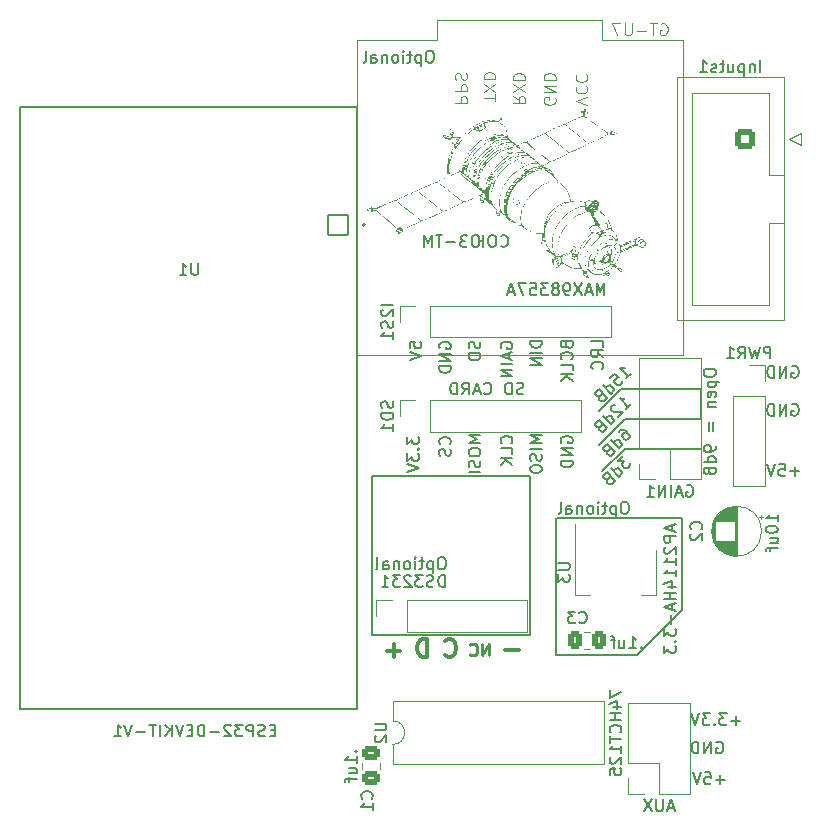
<source format=gbo>
G04 #@! TF.GenerationSoftware,KiCad,Pcbnew,7.0.5*
G04 #@! TF.CreationDate,2024-02-16T17:16:27-05:00*
G04 #@! TF.ProjectId,SoyuzControlBoard,536f7975-7a43-46f6-9e74-726f6c426f61,rev?*
G04 #@! TF.SameCoordinates,Original*
G04 #@! TF.FileFunction,Legend,Bot*
G04 #@! TF.FilePolarity,Positive*
%FSLAX46Y46*%
G04 Gerber Fmt 4.6, Leading zero omitted, Abs format (unit mm)*
G04 Created by KiCad (PCBNEW 7.0.5) date 2024-02-16 17:16:27*
%MOMM*%
%LPD*%
G01*
G04 APERTURE LIST*
G04 Aperture macros list*
%AMRoundRect*
0 Rectangle with rounded corners*
0 $1 Rounding radius*
0 $2 $3 $4 $5 $6 $7 $8 $9 X,Y pos of 4 corners*
0 Add a 4 corners polygon primitive as box body*
4,1,4,$2,$3,$4,$5,$6,$7,$8,$9,$2,$3,0*
0 Add four circle primitives for the rounded corners*
1,1,$1+$1,$2,$3*
1,1,$1+$1,$4,$5*
1,1,$1+$1,$6,$7*
1,1,$1+$1,$8,$9*
0 Add four rect primitives between the rounded corners*
20,1,$1+$1,$2,$3,$4,$5,0*
20,1,$1+$1,$4,$5,$6,$7,0*
20,1,$1+$1,$6,$7,$8,$9,0*
20,1,$1+$1,$8,$9,$2,$3,0*%
G04 Aperture macros list end*
%ADD10C,0.150000*%
%ADD11C,0.300000*%
%ADD12C,0.250000*%
%ADD13C,0.100000*%
%ADD14C,0.120000*%
%ADD15C,0.127000*%
%ADD16C,0.200000*%
%ADD17R,1.700000X1.700000*%
%ADD18O,1.700000X1.700000*%
%ADD19C,3.200000*%
%ADD20C,1.700000*%
%ADD21R,1.200000X1.200000*%
%ADD22C,1.200000*%
%ADD23RoundRect,0.250000X0.600000X0.600000X-0.600000X0.600000X-0.600000X-0.600000X0.600000X-0.600000X0*%
%ADD24RoundRect,0.250000X0.337500X0.475000X-0.337500X0.475000X-0.337500X-0.475000X0.337500X-0.475000X0*%
%ADD25RoundRect,0.102000X0.850000X0.850000X-0.850000X0.850000X-0.850000X-0.850000X0.850000X-0.850000X0*%
%ADD26C,1.904000*%
%ADD27R,1.600000X1.600000*%
%ADD28O,1.600000X1.600000*%
%ADD29R,1.500000X2.000000*%
%ADD30R,3.800000X2.000000*%
%ADD31R,1.700000X3.400000*%
%ADD32O,1.700000X3.400000*%
%ADD33RoundRect,0.250000X0.475000X-0.337500X0.475000X0.337500X-0.475000X0.337500X-0.475000X-0.337500X0*%
G04 APERTURE END LIST*
D10*
X126563220Y-80088866D02*
X125801316Y-80088866D01*
X126182268Y-80469819D02*
X126182268Y-79707914D01*
X125420363Y-79469819D02*
X124801316Y-79469819D01*
X124801316Y-79469819D02*
X125134649Y-79850771D01*
X125134649Y-79850771D02*
X124991792Y-79850771D01*
X124991792Y-79850771D02*
X124896554Y-79898390D01*
X124896554Y-79898390D02*
X124848935Y-79946009D01*
X124848935Y-79946009D02*
X124801316Y-80041247D01*
X124801316Y-80041247D02*
X124801316Y-80279342D01*
X124801316Y-80279342D02*
X124848935Y-80374580D01*
X124848935Y-80374580D02*
X124896554Y-80422200D01*
X124896554Y-80422200D02*
X124991792Y-80469819D01*
X124991792Y-80469819D02*
X125277506Y-80469819D01*
X125277506Y-80469819D02*
X125372744Y-80422200D01*
X125372744Y-80422200D02*
X125420363Y-80374580D01*
X124372744Y-80374580D02*
X124325125Y-80422200D01*
X124325125Y-80422200D02*
X124372744Y-80469819D01*
X124372744Y-80469819D02*
X124420363Y-80422200D01*
X124420363Y-80422200D02*
X124372744Y-80374580D01*
X124372744Y-80374580D02*
X124372744Y-80469819D01*
X123991792Y-79469819D02*
X123372745Y-79469819D01*
X123372745Y-79469819D02*
X123706078Y-79850771D01*
X123706078Y-79850771D02*
X123563221Y-79850771D01*
X123563221Y-79850771D02*
X123467983Y-79898390D01*
X123467983Y-79898390D02*
X123420364Y-79946009D01*
X123420364Y-79946009D02*
X123372745Y-80041247D01*
X123372745Y-80041247D02*
X123372745Y-80279342D01*
X123372745Y-80279342D02*
X123420364Y-80374580D01*
X123420364Y-80374580D02*
X123467983Y-80422200D01*
X123467983Y-80422200D02*
X123563221Y-80469819D01*
X123563221Y-80469819D02*
X123848935Y-80469819D01*
X123848935Y-80469819D02*
X123944173Y-80422200D01*
X123944173Y-80422200D02*
X123991792Y-80374580D01*
X123087030Y-79469819D02*
X122753697Y-80469819D01*
X122753697Y-80469819D02*
X122420364Y-79469819D01*
X124539411Y-81917438D02*
X124634649Y-81869819D01*
X124634649Y-81869819D02*
X124777506Y-81869819D01*
X124777506Y-81869819D02*
X124920363Y-81917438D01*
X124920363Y-81917438D02*
X125015601Y-82012676D01*
X125015601Y-82012676D02*
X125063220Y-82107914D01*
X125063220Y-82107914D02*
X125110839Y-82298390D01*
X125110839Y-82298390D02*
X125110839Y-82441247D01*
X125110839Y-82441247D02*
X125063220Y-82631723D01*
X125063220Y-82631723D02*
X125015601Y-82726961D01*
X125015601Y-82726961D02*
X124920363Y-82822200D01*
X124920363Y-82822200D02*
X124777506Y-82869819D01*
X124777506Y-82869819D02*
X124682268Y-82869819D01*
X124682268Y-82869819D02*
X124539411Y-82822200D01*
X124539411Y-82822200D02*
X124491792Y-82774580D01*
X124491792Y-82774580D02*
X124491792Y-82441247D01*
X124491792Y-82441247D02*
X124682268Y-82441247D01*
X124063220Y-82869819D02*
X124063220Y-81869819D01*
X124063220Y-81869819D02*
X123491792Y-82869819D01*
X123491792Y-82869819D02*
X123491792Y-81869819D01*
X123015601Y-82869819D02*
X123015601Y-81869819D01*
X123015601Y-81869819D02*
X122777506Y-81869819D01*
X122777506Y-81869819D02*
X122634649Y-81917438D01*
X122634649Y-81917438D02*
X122539411Y-82012676D01*
X122539411Y-82012676D02*
X122491792Y-82107914D01*
X122491792Y-82107914D02*
X122444173Y-82298390D01*
X122444173Y-82298390D02*
X122444173Y-82441247D01*
X122444173Y-82441247D02*
X122491792Y-82631723D01*
X122491792Y-82631723D02*
X122539411Y-82726961D01*
X122539411Y-82726961D02*
X122634649Y-82822200D01*
X122634649Y-82822200D02*
X122777506Y-82869819D01*
X122777506Y-82869819D02*
X123015601Y-82869819D01*
X125263220Y-85088866D02*
X124501316Y-85088866D01*
X124882268Y-85469819D02*
X124882268Y-84707914D01*
X123548935Y-84469819D02*
X124025125Y-84469819D01*
X124025125Y-84469819D02*
X124072744Y-84946009D01*
X124072744Y-84946009D02*
X124025125Y-84898390D01*
X124025125Y-84898390D02*
X123929887Y-84850771D01*
X123929887Y-84850771D02*
X123691792Y-84850771D01*
X123691792Y-84850771D02*
X123596554Y-84898390D01*
X123596554Y-84898390D02*
X123548935Y-84946009D01*
X123548935Y-84946009D02*
X123501316Y-85041247D01*
X123501316Y-85041247D02*
X123501316Y-85279342D01*
X123501316Y-85279342D02*
X123548935Y-85374580D01*
X123548935Y-85374580D02*
X123596554Y-85422200D01*
X123596554Y-85422200D02*
X123691792Y-85469819D01*
X123691792Y-85469819D02*
X123929887Y-85469819D01*
X123929887Y-85469819D02*
X124025125Y-85422200D01*
X124025125Y-85422200D02*
X124072744Y-85374580D01*
X123215601Y-84469819D02*
X122882268Y-85469819D01*
X122882268Y-85469819D02*
X122548935Y-84469819D01*
X123200000Y-52000000D02*
X123200000Y-54530000D01*
X118030000Y-57070000D02*
X116800000Y-57070000D01*
X115000000Y-56330000D02*
X114600000Y-56730000D01*
X111000000Y-74500000D02*
X117800000Y-74500000D01*
X116800000Y-57070000D02*
X114900000Y-58970000D01*
X114600000Y-53900000D02*
X116500000Y-52000000D01*
X117800000Y-74500000D02*
X121600000Y-70700000D01*
X95400000Y-59400000D02*
X108800000Y-59400000D01*
X108800000Y-72800000D01*
X95400000Y-72800000D01*
X95400000Y-59400000D01*
X116800000Y-54530000D02*
X115000000Y-56330000D01*
X123200000Y-57070000D02*
X118030000Y-57070000D01*
X116500000Y-52000000D02*
X123200000Y-52000000D01*
X111000000Y-62900000D02*
X111000000Y-69700000D01*
X121600000Y-70700000D02*
X121600000Y-62900000D01*
X111000000Y-69700000D02*
X111000000Y-74500000D01*
X123200000Y-54530000D02*
X116800000Y-54530000D01*
X120630000Y-57070000D02*
X123200000Y-57070000D01*
X121600000Y-62900000D02*
X111050000Y-62900000D01*
X98569819Y-48512969D02*
X98569819Y-48036779D01*
X98569819Y-48036779D02*
X99046009Y-47989160D01*
X99046009Y-47989160D02*
X98998390Y-48036779D01*
X98998390Y-48036779D02*
X98950771Y-48132017D01*
X98950771Y-48132017D02*
X98950771Y-48370112D01*
X98950771Y-48370112D02*
X98998390Y-48465350D01*
X98998390Y-48465350D02*
X99046009Y-48512969D01*
X99046009Y-48512969D02*
X99141247Y-48560588D01*
X99141247Y-48560588D02*
X99379342Y-48560588D01*
X99379342Y-48560588D02*
X99474580Y-48512969D01*
X99474580Y-48512969D02*
X99522200Y-48465350D01*
X99522200Y-48465350D02*
X99569819Y-48370112D01*
X99569819Y-48370112D02*
X99569819Y-48132017D01*
X99569819Y-48132017D02*
X99522200Y-48036779D01*
X99522200Y-48036779D02*
X99474580Y-47989160D01*
X98569819Y-48846303D02*
X99569819Y-49179636D01*
X99569819Y-49179636D02*
X98569819Y-49512969D01*
X108210839Y-52422200D02*
X108067982Y-52469819D01*
X108067982Y-52469819D02*
X107829887Y-52469819D01*
X107829887Y-52469819D02*
X107734649Y-52422200D01*
X107734649Y-52422200D02*
X107687030Y-52374580D01*
X107687030Y-52374580D02*
X107639411Y-52279342D01*
X107639411Y-52279342D02*
X107639411Y-52184104D01*
X107639411Y-52184104D02*
X107687030Y-52088866D01*
X107687030Y-52088866D02*
X107734649Y-52041247D01*
X107734649Y-52041247D02*
X107829887Y-51993628D01*
X107829887Y-51993628D02*
X108020363Y-51946009D01*
X108020363Y-51946009D02*
X108115601Y-51898390D01*
X108115601Y-51898390D02*
X108163220Y-51850771D01*
X108163220Y-51850771D02*
X108210839Y-51755533D01*
X108210839Y-51755533D02*
X108210839Y-51660295D01*
X108210839Y-51660295D02*
X108163220Y-51565057D01*
X108163220Y-51565057D02*
X108115601Y-51517438D01*
X108115601Y-51517438D02*
X108020363Y-51469819D01*
X108020363Y-51469819D02*
X107782268Y-51469819D01*
X107782268Y-51469819D02*
X107639411Y-51517438D01*
X107210839Y-52469819D02*
X107210839Y-51469819D01*
X107210839Y-51469819D02*
X106972744Y-51469819D01*
X106972744Y-51469819D02*
X106829887Y-51517438D01*
X106829887Y-51517438D02*
X106734649Y-51612676D01*
X106734649Y-51612676D02*
X106687030Y-51707914D01*
X106687030Y-51707914D02*
X106639411Y-51898390D01*
X106639411Y-51898390D02*
X106639411Y-52041247D01*
X106639411Y-52041247D02*
X106687030Y-52231723D01*
X106687030Y-52231723D02*
X106734649Y-52326961D01*
X106734649Y-52326961D02*
X106829887Y-52422200D01*
X106829887Y-52422200D02*
X106972744Y-52469819D01*
X106972744Y-52469819D02*
X107210839Y-52469819D01*
X104877506Y-52374580D02*
X104925125Y-52422200D01*
X104925125Y-52422200D02*
X105067982Y-52469819D01*
X105067982Y-52469819D02*
X105163220Y-52469819D01*
X105163220Y-52469819D02*
X105306077Y-52422200D01*
X105306077Y-52422200D02*
X105401315Y-52326961D01*
X105401315Y-52326961D02*
X105448934Y-52231723D01*
X105448934Y-52231723D02*
X105496553Y-52041247D01*
X105496553Y-52041247D02*
X105496553Y-51898390D01*
X105496553Y-51898390D02*
X105448934Y-51707914D01*
X105448934Y-51707914D02*
X105401315Y-51612676D01*
X105401315Y-51612676D02*
X105306077Y-51517438D01*
X105306077Y-51517438D02*
X105163220Y-51469819D01*
X105163220Y-51469819D02*
X105067982Y-51469819D01*
X105067982Y-51469819D02*
X104925125Y-51517438D01*
X104925125Y-51517438D02*
X104877506Y-51565057D01*
X104496553Y-52184104D02*
X104020363Y-52184104D01*
X104591791Y-52469819D02*
X104258458Y-51469819D01*
X104258458Y-51469819D02*
X103925125Y-52469819D01*
X103020363Y-52469819D02*
X103353696Y-51993628D01*
X103591791Y-52469819D02*
X103591791Y-51469819D01*
X103591791Y-51469819D02*
X103210839Y-51469819D01*
X103210839Y-51469819D02*
X103115601Y-51517438D01*
X103115601Y-51517438D02*
X103067982Y-51565057D01*
X103067982Y-51565057D02*
X103020363Y-51660295D01*
X103020363Y-51660295D02*
X103020363Y-51803152D01*
X103020363Y-51803152D02*
X103067982Y-51898390D01*
X103067982Y-51898390D02*
X103115601Y-51946009D01*
X103115601Y-51946009D02*
X103210839Y-51993628D01*
X103210839Y-51993628D02*
X103591791Y-51993628D01*
X102591791Y-52469819D02*
X102591791Y-51469819D01*
X102591791Y-51469819D02*
X102353696Y-51469819D01*
X102353696Y-51469819D02*
X102210839Y-51517438D01*
X102210839Y-51517438D02*
X102115601Y-51612676D01*
X102115601Y-51612676D02*
X102067982Y-51707914D01*
X102067982Y-51707914D02*
X102020363Y-51898390D01*
X102020363Y-51898390D02*
X102020363Y-52041247D01*
X102020363Y-52041247D02*
X102067982Y-52231723D01*
X102067982Y-52231723D02*
X102115601Y-52326961D01*
X102115601Y-52326961D02*
X102210839Y-52422200D01*
X102210839Y-52422200D02*
X102353696Y-52469819D01*
X102353696Y-52469819D02*
X102591791Y-52469819D01*
D11*
X100045489Y-74700828D02*
X100045489Y-73200828D01*
X100045489Y-73200828D02*
X99688346Y-73200828D01*
X99688346Y-73200828D02*
X99474060Y-73272257D01*
X99474060Y-73272257D02*
X99331203Y-73415114D01*
X99331203Y-73415114D02*
X99259774Y-73557971D01*
X99259774Y-73557971D02*
X99188346Y-73843685D01*
X99188346Y-73843685D02*
X99188346Y-74057971D01*
X99188346Y-74057971D02*
X99259774Y-74343685D01*
X99259774Y-74343685D02*
X99331203Y-74486542D01*
X99331203Y-74486542D02*
X99474060Y-74629400D01*
X99474060Y-74629400D02*
X99688346Y-74700828D01*
X99688346Y-74700828D02*
X100045489Y-74700828D01*
D10*
X111846009Y-48270112D02*
X111893628Y-48412969D01*
X111893628Y-48412969D02*
X111941247Y-48460588D01*
X111941247Y-48460588D02*
X112036485Y-48508207D01*
X112036485Y-48508207D02*
X112179342Y-48508207D01*
X112179342Y-48508207D02*
X112274580Y-48460588D01*
X112274580Y-48460588D02*
X112322200Y-48412969D01*
X112322200Y-48412969D02*
X112369819Y-48317731D01*
X112369819Y-48317731D02*
X112369819Y-47936779D01*
X112369819Y-47936779D02*
X111369819Y-47936779D01*
X111369819Y-47936779D02*
X111369819Y-48270112D01*
X111369819Y-48270112D02*
X111417438Y-48365350D01*
X111417438Y-48365350D02*
X111465057Y-48412969D01*
X111465057Y-48412969D02*
X111560295Y-48460588D01*
X111560295Y-48460588D02*
X111655533Y-48460588D01*
X111655533Y-48460588D02*
X111750771Y-48412969D01*
X111750771Y-48412969D02*
X111798390Y-48365350D01*
X111798390Y-48365350D02*
X111846009Y-48270112D01*
X111846009Y-48270112D02*
X111846009Y-47936779D01*
X112274580Y-49508207D02*
X112322200Y-49460588D01*
X112322200Y-49460588D02*
X112369819Y-49317731D01*
X112369819Y-49317731D02*
X112369819Y-49222493D01*
X112369819Y-49222493D02*
X112322200Y-49079636D01*
X112322200Y-49079636D02*
X112226961Y-48984398D01*
X112226961Y-48984398D02*
X112131723Y-48936779D01*
X112131723Y-48936779D02*
X111941247Y-48889160D01*
X111941247Y-48889160D02*
X111798390Y-48889160D01*
X111798390Y-48889160D02*
X111607914Y-48936779D01*
X111607914Y-48936779D02*
X111512676Y-48984398D01*
X111512676Y-48984398D02*
X111417438Y-49079636D01*
X111417438Y-49079636D02*
X111369819Y-49222493D01*
X111369819Y-49222493D02*
X111369819Y-49317731D01*
X111369819Y-49317731D02*
X111417438Y-49460588D01*
X111417438Y-49460588D02*
X111465057Y-49508207D01*
X112369819Y-50412969D02*
X112369819Y-49936779D01*
X112369819Y-49936779D02*
X111369819Y-49936779D01*
X112369819Y-50746303D02*
X111369819Y-50746303D01*
X112369819Y-51317731D02*
X111798390Y-50889160D01*
X111369819Y-51317731D02*
X111941247Y-50746303D01*
X116630046Y-57671636D02*
X116192313Y-58109369D01*
X116192313Y-58109369D02*
X116697389Y-58143041D01*
X116697389Y-58143041D02*
X116596374Y-58244056D01*
X116596374Y-58244056D02*
X116562702Y-58345071D01*
X116562702Y-58345071D02*
X116562702Y-58412415D01*
X116562702Y-58412415D02*
X116596374Y-58513430D01*
X116596374Y-58513430D02*
X116764733Y-58681789D01*
X116764733Y-58681789D02*
X116865748Y-58715461D01*
X116865748Y-58715461D02*
X116933091Y-58715461D01*
X116933091Y-58715461D02*
X117034107Y-58681789D01*
X117034107Y-58681789D02*
X117236137Y-58479758D01*
X117236137Y-58479758D02*
X117269809Y-58378743D01*
X117269809Y-58378743D02*
X117269809Y-58311400D01*
X116293328Y-59422567D02*
X115586221Y-58715461D01*
X116259656Y-59388896D02*
X116360671Y-59355224D01*
X116360671Y-59355224D02*
X116495358Y-59220537D01*
X116495358Y-59220537D02*
X116529030Y-59119522D01*
X116529030Y-59119522D02*
X116529030Y-59052178D01*
X116529030Y-59052178D02*
X116495358Y-58951163D01*
X116495358Y-58951163D02*
X116293328Y-58749132D01*
X116293328Y-58749132D02*
X116192313Y-58715461D01*
X116192313Y-58715461D02*
X116124969Y-58715461D01*
X116124969Y-58715461D02*
X116023954Y-58749132D01*
X116023954Y-58749132D02*
X115889267Y-58883819D01*
X115889267Y-58883819D02*
X115855595Y-58984835D01*
X115350519Y-59624598D02*
X115283175Y-59759285D01*
X115283175Y-59759285D02*
X115283175Y-59826628D01*
X115283175Y-59826628D02*
X115316847Y-59927644D01*
X115316847Y-59927644D02*
X115417862Y-60028659D01*
X115417862Y-60028659D02*
X115518878Y-60062331D01*
X115518878Y-60062331D02*
X115586221Y-60062331D01*
X115586221Y-60062331D02*
X115687236Y-60028659D01*
X115687236Y-60028659D02*
X115956610Y-59759285D01*
X115956610Y-59759285D02*
X115249504Y-59052178D01*
X115249504Y-59052178D02*
X115013801Y-59287880D01*
X115013801Y-59287880D02*
X114980130Y-59388896D01*
X114980130Y-59388896D02*
X114980130Y-59456239D01*
X114980130Y-59456239D02*
X115013801Y-59557254D01*
X115013801Y-59557254D02*
X115081145Y-59624598D01*
X115081145Y-59624598D02*
X115182160Y-59658270D01*
X115182160Y-59658270D02*
X115249504Y-59658270D01*
X115249504Y-59658270D02*
X115350519Y-59624598D01*
X115350519Y-59624598D02*
X115586221Y-59388896D01*
X101974580Y-56708207D02*
X102022200Y-56660588D01*
X102022200Y-56660588D02*
X102069819Y-56517731D01*
X102069819Y-56517731D02*
X102069819Y-56422493D01*
X102069819Y-56422493D02*
X102022200Y-56279636D01*
X102022200Y-56279636D02*
X101926961Y-56184398D01*
X101926961Y-56184398D02*
X101831723Y-56136779D01*
X101831723Y-56136779D02*
X101641247Y-56089160D01*
X101641247Y-56089160D02*
X101498390Y-56089160D01*
X101498390Y-56089160D02*
X101307914Y-56136779D01*
X101307914Y-56136779D02*
X101212676Y-56184398D01*
X101212676Y-56184398D02*
X101117438Y-56279636D01*
X101117438Y-56279636D02*
X101069819Y-56422493D01*
X101069819Y-56422493D02*
X101069819Y-56517731D01*
X101069819Y-56517731D02*
X101117438Y-56660588D01*
X101117438Y-56660588D02*
X101165057Y-56708207D01*
X102022200Y-57089160D02*
X102069819Y-57232017D01*
X102069819Y-57232017D02*
X102069819Y-57470112D01*
X102069819Y-57470112D02*
X102022200Y-57565350D01*
X102022200Y-57565350D02*
X101974580Y-57612969D01*
X101974580Y-57612969D02*
X101879342Y-57660588D01*
X101879342Y-57660588D02*
X101784104Y-57660588D01*
X101784104Y-57660588D02*
X101688866Y-57612969D01*
X101688866Y-57612969D02*
X101641247Y-57565350D01*
X101641247Y-57565350D02*
X101593628Y-57470112D01*
X101593628Y-57470112D02*
X101546009Y-57279636D01*
X101546009Y-57279636D02*
X101498390Y-57184398D01*
X101498390Y-57184398D02*
X101450771Y-57136779D01*
X101450771Y-57136779D02*
X101355533Y-57089160D01*
X101355533Y-57089160D02*
X101260295Y-57089160D01*
X101260295Y-57089160D02*
X101165057Y-57136779D01*
X101165057Y-57136779D02*
X101117438Y-57184398D01*
X101117438Y-57184398D02*
X101069819Y-57279636D01*
X101069819Y-57279636D02*
X101069819Y-57517731D01*
X101069819Y-57517731D02*
X101117438Y-57660588D01*
X123469819Y-50527255D02*
X123469819Y-50717731D01*
X123469819Y-50717731D02*
X123517438Y-50812969D01*
X123517438Y-50812969D02*
X123612676Y-50908207D01*
X123612676Y-50908207D02*
X123803152Y-50955826D01*
X123803152Y-50955826D02*
X124136485Y-50955826D01*
X124136485Y-50955826D02*
X124326961Y-50908207D01*
X124326961Y-50908207D02*
X124422200Y-50812969D01*
X124422200Y-50812969D02*
X124469819Y-50717731D01*
X124469819Y-50717731D02*
X124469819Y-50527255D01*
X124469819Y-50527255D02*
X124422200Y-50432017D01*
X124422200Y-50432017D02*
X124326961Y-50336779D01*
X124326961Y-50336779D02*
X124136485Y-50289160D01*
X124136485Y-50289160D02*
X123803152Y-50289160D01*
X123803152Y-50289160D02*
X123612676Y-50336779D01*
X123612676Y-50336779D02*
X123517438Y-50432017D01*
X123517438Y-50432017D02*
X123469819Y-50527255D01*
X123803152Y-51384398D02*
X124803152Y-51384398D01*
X123850771Y-51384398D02*
X123803152Y-51479636D01*
X123803152Y-51479636D02*
X123803152Y-51670112D01*
X123803152Y-51670112D02*
X123850771Y-51765350D01*
X123850771Y-51765350D02*
X123898390Y-51812969D01*
X123898390Y-51812969D02*
X123993628Y-51860588D01*
X123993628Y-51860588D02*
X124279342Y-51860588D01*
X124279342Y-51860588D02*
X124374580Y-51812969D01*
X124374580Y-51812969D02*
X124422200Y-51765350D01*
X124422200Y-51765350D02*
X124469819Y-51670112D01*
X124469819Y-51670112D02*
X124469819Y-51479636D01*
X124469819Y-51479636D02*
X124422200Y-51384398D01*
X124422200Y-52670112D02*
X124469819Y-52574874D01*
X124469819Y-52574874D02*
X124469819Y-52384398D01*
X124469819Y-52384398D02*
X124422200Y-52289160D01*
X124422200Y-52289160D02*
X124326961Y-52241541D01*
X124326961Y-52241541D02*
X123946009Y-52241541D01*
X123946009Y-52241541D02*
X123850771Y-52289160D01*
X123850771Y-52289160D02*
X123803152Y-52384398D01*
X123803152Y-52384398D02*
X123803152Y-52574874D01*
X123803152Y-52574874D02*
X123850771Y-52670112D01*
X123850771Y-52670112D02*
X123946009Y-52717731D01*
X123946009Y-52717731D02*
X124041247Y-52717731D01*
X124041247Y-52717731D02*
X124136485Y-52241541D01*
X123803152Y-53146303D02*
X124469819Y-53146303D01*
X123898390Y-53146303D02*
X123850771Y-53193922D01*
X123850771Y-53193922D02*
X123803152Y-53289160D01*
X123803152Y-53289160D02*
X123803152Y-53432017D01*
X123803152Y-53432017D02*
X123850771Y-53527255D01*
X123850771Y-53527255D02*
X123946009Y-53574874D01*
X123946009Y-53574874D02*
X124469819Y-53574874D01*
X123946009Y-54812970D02*
X123946009Y-55574875D01*
X124231723Y-55574875D02*
X124231723Y-54812970D01*
X124469819Y-56860589D02*
X124469819Y-57051065D01*
X124469819Y-57051065D02*
X124422200Y-57146303D01*
X124422200Y-57146303D02*
X124374580Y-57193922D01*
X124374580Y-57193922D02*
X124231723Y-57289160D01*
X124231723Y-57289160D02*
X124041247Y-57336779D01*
X124041247Y-57336779D02*
X123660295Y-57336779D01*
X123660295Y-57336779D02*
X123565057Y-57289160D01*
X123565057Y-57289160D02*
X123517438Y-57241541D01*
X123517438Y-57241541D02*
X123469819Y-57146303D01*
X123469819Y-57146303D02*
X123469819Y-56955827D01*
X123469819Y-56955827D02*
X123517438Y-56860589D01*
X123517438Y-56860589D02*
X123565057Y-56812970D01*
X123565057Y-56812970D02*
X123660295Y-56765351D01*
X123660295Y-56765351D02*
X123898390Y-56765351D01*
X123898390Y-56765351D02*
X123993628Y-56812970D01*
X123993628Y-56812970D02*
X124041247Y-56860589D01*
X124041247Y-56860589D02*
X124088866Y-56955827D01*
X124088866Y-56955827D02*
X124088866Y-57146303D01*
X124088866Y-57146303D02*
X124041247Y-57241541D01*
X124041247Y-57241541D02*
X123993628Y-57289160D01*
X123993628Y-57289160D02*
X123898390Y-57336779D01*
X124469819Y-58193922D02*
X123469819Y-58193922D01*
X124422200Y-58193922D02*
X124469819Y-58098684D01*
X124469819Y-58098684D02*
X124469819Y-57908208D01*
X124469819Y-57908208D02*
X124422200Y-57812970D01*
X124422200Y-57812970D02*
X124374580Y-57765351D01*
X124374580Y-57765351D02*
X124279342Y-57717732D01*
X124279342Y-57717732D02*
X123993628Y-57717732D01*
X123993628Y-57717732D02*
X123898390Y-57765351D01*
X123898390Y-57765351D02*
X123850771Y-57812970D01*
X123850771Y-57812970D02*
X123803152Y-57908208D01*
X123803152Y-57908208D02*
X123803152Y-58098684D01*
X123803152Y-58098684D02*
X123850771Y-58193922D01*
X123946009Y-59003446D02*
X123993628Y-59146303D01*
X123993628Y-59146303D02*
X124041247Y-59193922D01*
X124041247Y-59193922D02*
X124136485Y-59241541D01*
X124136485Y-59241541D02*
X124279342Y-59241541D01*
X124279342Y-59241541D02*
X124374580Y-59193922D01*
X124374580Y-59193922D02*
X124422200Y-59146303D01*
X124422200Y-59146303D02*
X124469819Y-59051065D01*
X124469819Y-59051065D02*
X124469819Y-58670113D01*
X124469819Y-58670113D02*
X123469819Y-58670113D01*
X123469819Y-58670113D02*
X123469819Y-59003446D01*
X123469819Y-59003446D02*
X123517438Y-59098684D01*
X123517438Y-59098684D02*
X123565057Y-59146303D01*
X123565057Y-59146303D02*
X123660295Y-59193922D01*
X123660295Y-59193922D02*
X123755533Y-59193922D01*
X123755533Y-59193922D02*
X123850771Y-59146303D01*
X123850771Y-59146303D02*
X123898390Y-59098684D01*
X123898390Y-59098684D02*
X123946009Y-59003446D01*
X123946009Y-59003446D02*
X123946009Y-58670113D01*
X101117438Y-48560588D02*
X101069819Y-48465350D01*
X101069819Y-48465350D02*
X101069819Y-48322493D01*
X101069819Y-48322493D02*
X101117438Y-48179636D01*
X101117438Y-48179636D02*
X101212676Y-48084398D01*
X101212676Y-48084398D02*
X101307914Y-48036779D01*
X101307914Y-48036779D02*
X101498390Y-47989160D01*
X101498390Y-47989160D02*
X101641247Y-47989160D01*
X101641247Y-47989160D02*
X101831723Y-48036779D01*
X101831723Y-48036779D02*
X101926961Y-48084398D01*
X101926961Y-48084398D02*
X102022200Y-48179636D01*
X102022200Y-48179636D02*
X102069819Y-48322493D01*
X102069819Y-48322493D02*
X102069819Y-48417731D01*
X102069819Y-48417731D02*
X102022200Y-48560588D01*
X102022200Y-48560588D02*
X101974580Y-48608207D01*
X101974580Y-48608207D02*
X101641247Y-48608207D01*
X101641247Y-48608207D02*
X101641247Y-48417731D01*
X102069819Y-49036779D02*
X101069819Y-49036779D01*
X101069819Y-49036779D02*
X102069819Y-49608207D01*
X102069819Y-49608207D02*
X101069819Y-49608207D01*
X102069819Y-50084398D02*
X101069819Y-50084398D01*
X101069819Y-50084398D02*
X101069819Y-50322493D01*
X101069819Y-50322493D02*
X101117438Y-50465350D01*
X101117438Y-50465350D02*
X101212676Y-50560588D01*
X101212676Y-50560588D02*
X101307914Y-50608207D01*
X101307914Y-50608207D02*
X101498390Y-50655826D01*
X101498390Y-50655826D02*
X101641247Y-50655826D01*
X101641247Y-50655826D02*
X101831723Y-50608207D01*
X101831723Y-50608207D02*
X101926961Y-50560588D01*
X101926961Y-50560588D02*
X102022200Y-50465350D01*
X102022200Y-50465350D02*
X102069819Y-50322493D01*
X102069819Y-50322493D02*
X102069819Y-50084398D01*
X100372744Y-23369819D02*
X100182268Y-23369819D01*
X100182268Y-23369819D02*
X100087030Y-23417438D01*
X100087030Y-23417438D02*
X99991792Y-23512676D01*
X99991792Y-23512676D02*
X99944173Y-23703152D01*
X99944173Y-23703152D02*
X99944173Y-24036485D01*
X99944173Y-24036485D02*
X99991792Y-24226961D01*
X99991792Y-24226961D02*
X100087030Y-24322200D01*
X100087030Y-24322200D02*
X100182268Y-24369819D01*
X100182268Y-24369819D02*
X100372744Y-24369819D01*
X100372744Y-24369819D02*
X100467982Y-24322200D01*
X100467982Y-24322200D02*
X100563220Y-24226961D01*
X100563220Y-24226961D02*
X100610839Y-24036485D01*
X100610839Y-24036485D02*
X100610839Y-23703152D01*
X100610839Y-23703152D02*
X100563220Y-23512676D01*
X100563220Y-23512676D02*
X100467982Y-23417438D01*
X100467982Y-23417438D02*
X100372744Y-23369819D01*
X99515601Y-23703152D02*
X99515601Y-24703152D01*
X99515601Y-23750771D02*
X99420363Y-23703152D01*
X99420363Y-23703152D02*
X99229887Y-23703152D01*
X99229887Y-23703152D02*
X99134649Y-23750771D01*
X99134649Y-23750771D02*
X99087030Y-23798390D01*
X99087030Y-23798390D02*
X99039411Y-23893628D01*
X99039411Y-23893628D02*
X99039411Y-24179342D01*
X99039411Y-24179342D02*
X99087030Y-24274580D01*
X99087030Y-24274580D02*
X99134649Y-24322200D01*
X99134649Y-24322200D02*
X99229887Y-24369819D01*
X99229887Y-24369819D02*
X99420363Y-24369819D01*
X99420363Y-24369819D02*
X99515601Y-24322200D01*
X98753696Y-23703152D02*
X98372744Y-23703152D01*
X98610839Y-23369819D02*
X98610839Y-24226961D01*
X98610839Y-24226961D02*
X98563220Y-24322200D01*
X98563220Y-24322200D02*
X98467982Y-24369819D01*
X98467982Y-24369819D02*
X98372744Y-24369819D01*
X98039410Y-24369819D02*
X98039410Y-23703152D01*
X98039410Y-23369819D02*
X98087029Y-23417438D01*
X98087029Y-23417438D02*
X98039410Y-23465057D01*
X98039410Y-23465057D02*
X97991791Y-23417438D01*
X97991791Y-23417438D02*
X98039410Y-23369819D01*
X98039410Y-23369819D02*
X98039410Y-23465057D01*
X97420363Y-24369819D02*
X97515601Y-24322200D01*
X97515601Y-24322200D02*
X97563220Y-24274580D01*
X97563220Y-24274580D02*
X97610839Y-24179342D01*
X97610839Y-24179342D02*
X97610839Y-23893628D01*
X97610839Y-23893628D02*
X97563220Y-23798390D01*
X97563220Y-23798390D02*
X97515601Y-23750771D01*
X97515601Y-23750771D02*
X97420363Y-23703152D01*
X97420363Y-23703152D02*
X97277506Y-23703152D01*
X97277506Y-23703152D02*
X97182268Y-23750771D01*
X97182268Y-23750771D02*
X97134649Y-23798390D01*
X97134649Y-23798390D02*
X97087030Y-23893628D01*
X97087030Y-23893628D02*
X97087030Y-24179342D01*
X97087030Y-24179342D02*
X97134649Y-24274580D01*
X97134649Y-24274580D02*
X97182268Y-24322200D01*
X97182268Y-24322200D02*
X97277506Y-24369819D01*
X97277506Y-24369819D02*
X97420363Y-24369819D01*
X96658458Y-23703152D02*
X96658458Y-24369819D01*
X96658458Y-23798390D02*
X96610839Y-23750771D01*
X96610839Y-23750771D02*
X96515601Y-23703152D01*
X96515601Y-23703152D02*
X96372744Y-23703152D01*
X96372744Y-23703152D02*
X96277506Y-23750771D01*
X96277506Y-23750771D02*
X96229887Y-23846009D01*
X96229887Y-23846009D02*
X96229887Y-24369819D01*
X95325125Y-24369819D02*
X95325125Y-23846009D01*
X95325125Y-23846009D02*
X95372744Y-23750771D01*
X95372744Y-23750771D02*
X95467982Y-23703152D01*
X95467982Y-23703152D02*
X95658458Y-23703152D01*
X95658458Y-23703152D02*
X95753696Y-23750771D01*
X95325125Y-24322200D02*
X95420363Y-24369819D01*
X95420363Y-24369819D02*
X95658458Y-24369819D01*
X95658458Y-24369819D02*
X95753696Y-24322200D01*
X95753696Y-24322200D02*
X95801315Y-24226961D01*
X95801315Y-24226961D02*
X95801315Y-24131723D01*
X95801315Y-24131723D02*
X95753696Y-24036485D01*
X95753696Y-24036485D02*
X95658458Y-23988866D01*
X95658458Y-23988866D02*
X95420363Y-23988866D01*
X95420363Y-23988866D02*
X95325125Y-23941247D01*
X94706077Y-24369819D02*
X94801315Y-24322200D01*
X94801315Y-24322200D02*
X94848934Y-24226961D01*
X94848934Y-24226961D02*
X94848934Y-23369819D01*
X98369819Y-56041541D02*
X98369819Y-56660588D01*
X98369819Y-56660588D02*
X98750771Y-56327255D01*
X98750771Y-56327255D02*
X98750771Y-56470112D01*
X98750771Y-56470112D02*
X98798390Y-56565350D01*
X98798390Y-56565350D02*
X98846009Y-56612969D01*
X98846009Y-56612969D02*
X98941247Y-56660588D01*
X98941247Y-56660588D02*
X99179342Y-56660588D01*
X99179342Y-56660588D02*
X99274580Y-56612969D01*
X99274580Y-56612969D02*
X99322200Y-56565350D01*
X99322200Y-56565350D02*
X99369819Y-56470112D01*
X99369819Y-56470112D02*
X99369819Y-56184398D01*
X99369819Y-56184398D02*
X99322200Y-56089160D01*
X99322200Y-56089160D02*
X99274580Y-56041541D01*
X99274580Y-57089160D02*
X99322200Y-57136779D01*
X99322200Y-57136779D02*
X99369819Y-57089160D01*
X99369819Y-57089160D02*
X99322200Y-57041541D01*
X99322200Y-57041541D02*
X99274580Y-57089160D01*
X99274580Y-57089160D02*
X99369819Y-57089160D01*
X98369819Y-57470112D02*
X98369819Y-58089159D01*
X98369819Y-58089159D02*
X98750771Y-57755826D01*
X98750771Y-57755826D02*
X98750771Y-57898683D01*
X98750771Y-57898683D02*
X98798390Y-57993921D01*
X98798390Y-57993921D02*
X98846009Y-58041540D01*
X98846009Y-58041540D02*
X98941247Y-58089159D01*
X98941247Y-58089159D02*
X99179342Y-58089159D01*
X99179342Y-58089159D02*
X99274580Y-58041540D01*
X99274580Y-58041540D02*
X99322200Y-57993921D01*
X99322200Y-57993921D02*
X99369819Y-57898683D01*
X99369819Y-57898683D02*
X99369819Y-57612969D01*
X99369819Y-57612969D02*
X99322200Y-57517731D01*
X99322200Y-57517731D02*
X99274580Y-57470112D01*
X98369819Y-58374874D02*
X99369819Y-58708207D01*
X99369819Y-58708207D02*
X98369819Y-59041540D01*
X104522200Y-47989160D02*
X104569819Y-48132017D01*
X104569819Y-48132017D02*
X104569819Y-48370112D01*
X104569819Y-48370112D02*
X104522200Y-48465350D01*
X104522200Y-48465350D02*
X104474580Y-48512969D01*
X104474580Y-48512969D02*
X104379342Y-48560588D01*
X104379342Y-48560588D02*
X104284104Y-48560588D01*
X104284104Y-48560588D02*
X104188866Y-48512969D01*
X104188866Y-48512969D02*
X104141247Y-48465350D01*
X104141247Y-48465350D02*
X104093628Y-48370112D01*
X104093628Y-48370112D02*
X104046009Y-48179636D01*
X104046009Y-48179636D02*
X103998390Y-48084398D01*
X103998390Y-48084398D02*
X103950771Y-48036779D01*
X103950771Y-48036779D02*
X103855533Y-47989160D01*
X103855533Y-47989160D02*
X103760295Y-47989160D01*
X103760295Y-47989160D02*
X103665057Y-48036779D01*
X103665057Y-48036779D02*
X103617438Y-48084398D01*
X103617438Y-48084398D02*
X103569819Y-48179636D01*
X103569819Y-48179636D02*
X103569819Y-48417731D01*
X103569819Y-48417731D02*
X103617438Y-48560588D01*
X104569819Y-48989160D02*
X103569819Y-48989160D01*
X103569819Y-48989160D02*
X103569819Y-49227255D01*
X103569819Y-49227255D02*
X103617438Y-49370112D01*
X103617438Y-49370112D02*
X103712676Y-49465350D01*
X103712676Y-49465350D02*
X103807914Y-49512969D01*
X103807914Y-49512969D02*
X103998390Y-49560588D01*
X103998390Y-49560588D02*
X104141247Y-49560588D01*
X104141247Y-49560588D02*
X104331723Y-49512969D01*
X104331723Y-49512969D02*
X104426961Y-49465350D01*
X104426961Y-49465350D02*
X104522200Y-49370112D01*
X104522200Y-49370112D02*
X104569819Y-49227255D01*
X104569819Y-49227255D02*
X104569819Y-48989160D01*
D11*
X106654510Y-74070600D02*
X107797368Y-74070600D01*
D10*
X109769819Y-55936779D02*
X108769819Y-55936779D01*
X108769819Y-55936779D02*
X109484104Y-56270112D01*
X109484104Y-56270112D02*
X108769819Y-56603445D01*
X108769819Y-56603445D02*
X109769819Y-56603445D01*
X109769819Y-57079636D02*
X108769819Y-57079636D01*
X109722200Y-57508207D02*
X109769819Y-57651064D01*
X109769819Y-57651064D02*
X109769819Y-57889159D01*
X109769819Y-57889159D02*
X109722200Y-57984397D01*
X109722200Y-57984397D02*
X109674580Y-58032016D01*
X109674580Y-58032016D02*
X109579342Y-58079635D01*
X109579342Y-58079635D02*
X109484104Y-58079635D01*
X109484104Y-58079635D02*
X109388866Y-58032016D01*
X109388866Y-58032016D02*
X109341247Y-57984397D01*
X109341247Y-57984397D02*
X109293628Y-57889159D01*
X109293628Y-57889159D02*
X109246009Y-57698683D01*
X109246009Y-57698683D02*
X109198390Y-57603445D01*
X109198390Y-57603445D02*
X109150771Y-57555826D01*
X109150771Y-57555826D02*
X109055533Y-57508207D01*
X109055533Y-57508207D02*
X108960295Y-57508207D01*
X108960295Y-57508207D02*
X108865057Y-57555826D01*
X108865057Y-57555826D02*
X108817438Y-57603445D01*
X108817438Y-57603445D02*
X108769819Y-57698683D01*
X108769819Y-57698683D02*
X108769819Y-57936778D01*
X108769819Y-57936778D02*
X108817438Y-58079635D01*
X108769819Y-58698683D02*
X108769819Y-58889159D01*
X108769819Y-58889159D02*
X108817438Y-58984397D01*
X108817438Y-58984397D02*
X108912676Y-59079635D01*
X108912676Y-59079635D02*
X109103152Y-59127254D01*
X109103152Y-59127254D02*
X109436485Y-59127254D01*
X109436485Y-59127254D02*
X109626961Y-59079635D01*
X109626961Y-59079635D02*
X109722200Y-58984397D01*
X109722200Y-58984397D02*
X109769819Y-58889159D01*
X109769819Y-58889159D02*
X109769819Y-58698683D01*
X109769819Y-58698683D02*
X109722200Y-58603445D01*
X109722200Y-58603445D02*
X109626961Y-58508207D01*
X109626961Y-58508207D02*
X109436485Y-58460588D01*
X109436485Y-58460588D02*
X109103152Y-58460588D01*
X109103152Y-58460588D02*
X108912676Y-58508207D01*
X108912676Y-58508207D02*
X108817438Y-58603445D01*
X108817438Y-58603445D02*
X108769819Y-58698683D01*
D11*
X96654510Y-74170600D02*
X97797368Y-74170600D01*
X97225939Y-73599171D02*
X97225939Y-74742028D01*
D12*
X105297431Y-74564619D02*
X105297431Y-73564619D01*
X105297431Y-73564619D02*
X104726003Y-74564619D01*
X104726003Y-74564619D02*
X104726003Y-73564619D01*
X103678384Y-74469380D02*
X103726003Y-74517000D01*
X103726003Y-74517000D02*
X103868860Y-74564619D01*
X103868860Y-74564619D02*
X103964098Y-74564619D01*
X103964098Y-74564619D02*
X104106955Y-74517000D01*
X104106955Y-74517000D02*
X104202193Y-74421761D01*
X104202193Y-74421761D02*
X104249812Y-74326523D01*
X104249812Y-74326523D02*
X104297431Y-74136047D01*
X104297431Y-74136047D02*
X104297431Y-73993190D01*
X104297431Y-73993190D02*
X104249812Y-73802714D01*
X104249812Y-73802714D02*
X104202193Y-73707476D01*
X104202193Y-73707476D02*
X104106955Y-73612238D01*
X104106955Y-73612238D02*
X103964098Y-73564619D01*
X103964098Y-73564619D02*
X103868860Y-73564619D01*
X103868860Y-73564619D02*
X103726003Y-73612238D01*
X103726003Y-73612238D02*
X103678384Y-73659857D01*
D10*
X104569819Y-55936779D02*
X103569819Y-55936779D01*
X103569819Y-55936779D02*
X104284104Y-56270112D01*
X104284104Y-56270112D02*
X103569819Y-56603445D01*
X103569819Y-56603445D02*
X104569819Y-56603445D01*
X103569819Y-57270112D02*
X103569819Y-57460588D01*
X103569819Y-57460588D02*
X103617438Y-57555826D01*
X103617438Y-57555826D02*
X103712676Y-57651064D01*
X103712676Y-57651064D02*
X103903152Y-57698683D01*
X103903152Y-57698683D02*
X104236485Y-57698683D01*
X104236485Y-57698683D02*
X104426961Y-57651064D01*
X104426961Y-57651064D02*
X104522200Y-57555826D01*
X104522200Y-57555826D02*
X104569819Y-57460588D01*
X104569819Y-57460588D02*
X104569819Y-57270112D01*
X104569819Y-57270112D02*
X104522200Y-57174874D01*
X104522200Y-57174874D02*
X104426961Y-57079636D01*
X104426961Y-57079636D02*
X104236485Y-57032017D01*
X104236485Y-57032017D02*
X103903152Y-57032017D01*
X103903152Y-57032017D02*
X103712676Y-57079636D01*
X103712676Y-57079636D02*
X103617438Y-57174874D01*
X103617438Y-57174874D02*
X103569819Y-57270112D01*
X104522200Y-58079636D02*
X104569819Y-58222493D01*
X104569819Y-58222493D02*
X104569819Y-58460588D01*
X104569819Y-58460588D02*
X104522200Y-58555826D01*
X104522200Y-58555826D02*
X104474580Y-58603445D01*
X104474580Y-58603445D02*
X104379342Y-58651064D01*
X104379342Y-58651064D02*
X104284104Y-58651064D01*
X104284104Y-58651064D02*
X104188866Y-58603445D01*
X104188866Y-58603445D02*
X104141247Y-58555826D01*
X104141247Y-58555826D02*
X104093628Y-58460588D01*
X104093628Y-58460588D02*
X104046009Y-58270112D01*
X104046009Y-58270112D02*
X103998390Y-58174874D01*
X103998390Y-58174874D02*
X103950771Y-58127255D01*
X103950771Y-58127255D02*
X103855533Y-58079636D01*
X103855533Y-58079636D02*
X103760295Y-58079636D01*
X103760295Y-58079636D02*
X103665057Y-58127255D01*
X103665057Y-58127255D02*
X103617438Y-58174874D01*
X103617438Y-58174874D02*
X103569819Y-58270112D01*
X103569819Y-58270112D02*
X103569819Y-58508207D01*
X103569819Y-58508207D02*
X103617438Y-58651064D01*
X104569819Y-59079636D02*
X103569819Y-59079636D01*
X115063220Y-44069819D02*
X115063220Y-43069819D01*
X115063220Y-43069819D02*
X114729887Y-43784104D01*
X114729887Y-43784104D02*
X114396554Y-43069819D01*
X114396554Y-43069819D02*
X114396554Y-44069819D01*
X113967982Y-43784104D02*
X113491792Y-43784104D01*
X114063220Y-44069819D02*
X113729887Y-43069819D01*
X113729887Y-43069819D02*
X113396554Y-44069819D01*
X113158458Y-43069819D02*
X112491792Y-44069819D01*
X112491792Y-43069819D02*
X113158458Y-44069819D01*
X112063220Y-44069819D02*
X111872744Y-44069819D01*
X111872744Y-44069819D02*
X111777506Y-44022200D01*
X111777506Y-44022200D02*
X111729887Y-43974580D01*
X111729887Y-43974580D02*
X111634649Y-43831723D01*
X111634649Y-43831723D02*
X111587030Y-43641247D01*
X111587030Y-43641247D02*
X111587030Y-43260295D01*
X111587030Y-43260295D02*
X111634649Y-43165057D01*
X111634649Y-43165057D02*
X111682268Y-43117438D01*
X111682268Y-43117438D02*
X111777506Y-43069819D01*
X111777506Y-43069819D02*
X111967982Y-43069819D01*
X111967982Y-43069819D02*
X112063220Y-43117438D01*
X112063220Y-43117438D02*
X112110839Y-43165057D01*
X112110839Y-43165057D02*
X112158458Y-43260295D01*
X112158458Y-43260295D02*
X112158458Y-43498390D01*
X112158458Y-43498390D02*
X112110839Y-43593628D01*
X112110839Y-43593628D02*
X112063220Y-43641247D01*
X112063220Y-43641247D02*
X111967982Y-43688866D01*
X111967982Y-43688866D02*
X111777506Y-43688866D01*
X111777506Y-43688866D02*
X111682268Y-43641247D01*
X111682268Y-43641247D02*
X111634649Y-43593628D01*
X111634649Y-43593628D02*
X111587030Y-43498390D01*
X111015601Y-43498390D02*
X111110839Y-43450771D01*
X111110839Y-43450771D02*
X111158458Y-43403152D01*
X111158458Y-43403152D02*
X111206077Y-43307914D01*
X111206077Y-43307914D02*
X111206077Y-43260295D01*
X111206077Y-43260295D02*
X111158458Y-43165057D01*
X111158458Y-43165057D02*
X111110839Y-43117438D01*
X111110839Y-43117438D02*
X111015601Y-43069819D01*
X111015601Y-43069819D02*
X110825125Y-43069819D01*
X110825125Y-43069819D02*
X110729887Y-43117438D01*
X110729887Y-43117438D02*
X110682268Y-43165057D01*
X110682268Y-43165057D02*
X110634649Y-43260295D01*
X110634649Y-43260295D02*
X110634649Y-43307914D01*
X110634649Y-43307914D02*
X110682268Y-43403152D01*
X110682268Y-43403152D02*
X110729887Y-43450771D01*
X110729887Y-43450771D02*
X110825125Y-43498390D01*
X110825125Y-43498390D02*
X111015601Y-43498390D01*
X111015601Y-43498390D02*
X111110839Y-43546009D01*
X111110839Y-43546009D02*
X111158458Y-43593628D01*
X111158458Y-43593628D02*
X111206077Y-43688866D01*
X111206077Y-43688866D02*
X111206077Y-43879342D01*
X111206077Y-43879342D02*
X111158458Y-43974580D01*
X111158458Y-43974580D02*
X111110839Y-44022200D01*
X111110839Y-44022200D02*
X111015601Y-44069819D01*
X111015601Y-44069819D02*
X110825125Y-44069819D01*
X110825125Y-44069819D02*
X110729887Y-44022200D01*
X110729887Y-44022200D02*
X110682268Y-43974580D01*
X110682268Y-43974580D02*
X110634649Y-43879342D01*
X110634649Y-43879342D02*
X110634649Y-43688866D01*
X110634649Y-43688866D02*
X110682268Y-43593628D01*
X110682268Y-43593628D02*
X110729887Y-43546009D01*
X110729887Y-43546009D02*
X110825125Y-43498390D01*
X110301315Y-43069819D02*
X109682268Y-43069819D01*
X109682268Y-43069819D02*
X110015601Y-43450771D01*
X110015601Y-43450771D02*
X109872744Y-43450771D01*
X109872744Y-43450771D02*
X109777506Y-43498390D01*
X109777506Y-43498390D02*
X109729887Y-43546009D01*
X109729887Y-43546009D02*
X109682268Y-43641247D01*
X109682268Y-43641247D02*
X109682268Y-43879342D01*
X109682268Y-43879342D02*
X109729887Y-43974580D01*
X109729887Y-43974580D02*
X109777506Y-44022200D01*
X109777506Y-44022200D02*
X109872744Y-44069819D01*
X109872744Y-44069819D02*
X110158458Y-44069819D01*
X110158458Y-44069819D02*
X110253696Y-44022200D01*
X110253696Y-44022200D02*
X110301315Y-43974580D01*
X108777506Y-43069819D02*
X109253696Y-43069819D01*
X109253696Y-43069819D02*
X109301315Y-43546009D01*
X109301315Y-43546009D02*
X109253696Y-43498390D01*
X109253696Y-43498390D02*
X109158458Y-43450771D01*
X109158458Y-43450771D02*
X108920363Y-43450771D01*
X108920363Y-43450771D02*
X108825125Y-43498390D01*
X108825125Y-43498390D02*
X108777506Y-43546009D01*
X108777506Y-43546009D02*
X108729887Y-43641247D01*
X108729887Y-43641247D02*
X108729887Y-43879342D01*
X108729887Y-43879342D02*
X108777506Y-43974580D01*
X108777506Y-43974580D02*
X108825125Y-44022200D01*
X108825125Y-44022200D02*
X108920363Y-44069819D01*
X108920363Y-44069819D02*
X109158458Y-44069819D01*
X109158458Y-44069819D02*
X109253696Y-44022200D01*
X109253696Y-44022200D02*
X109301315Y-43974580D01*
X108396553Y-43069819D02*
X107729887Y-43069819D01*
X107729887Y-43069819D02*
X108158458Y-44069819D01*
X107396553Y-43784104D02*
X106920363Y-43784104D01*
X107491791Y-44069819D02*
X107158458Y-43069819D01*
X107158458Y-43069819D02*
X106825125Y-44069819D01*
D11*
X101588346Y-74557971D02*
X101659774Y-74629400D01*
X101659774Y-74629400D02*
X101874060Y-74700828D01*
X101874060Y-74700828D02*
X102016917Y-74700828D01*
X102016917Y-74700828D02*
X102231203Y-74629400D01*
X102231203Y-74629400D02*
X102374060Y-74486542D01*
X102374060Y-74486542D02*
X102445489Y-74343685D01*
X102445489Y-74343685D02*
X102516917Y-74057971D01*
X102516917Y-74057971D02*
X102516917Y-73843685D01*
X102516917Y-73843685D02*
X102445489Y-73557971D01*
X102445489Y-73557971D02*
X102374060Y-73415114D01*
X102374060Y-73415114D02*
X102231203Y-73272257D01*
X102231203Y-73272257D02*
X102016917Y-73200828D01*
X102016917Y-73200828D02*
X101874060Y-73200828D01*
X101874060Y-73200828D02*
X101659774Y-73272257D01*
X101659774Y-73272257D02*
X101588346Y-73343685D01*
D10*
X107174580Y-56608207D02*
X107222200Y-56560588D01*
X107222200Y-56560588D02*
X107269819Y-56417731D01*
X107269819Y-56417731D02*
X107269819Y-56322493D01*
X107269819Y-56322493D02*
X107222200Y-56179636D01*
X107222200Y-56179636D02*
X107126961Y-56084398D01*
X107126961Y-56084398D02*
X107031723Y-56036779D01*
X107031723Y-56036779D02*
X106841247Y-55989160D01*
X106841247Y-55989160D02*
X106698390Y-55989160D01*
X106698390Y-55989160D02*
X106507914Y-56036779D01*
X106507914Y-56036779D02*
X106412676Y-56084398D01*
X106412676Y-56084398D02*
X106317438Y-56179636D01*
X106317438Y-56179636D02*
X106269819Y-56322493D01*
X106269819Y-56322493D02*
X106269819Y-56417731D01*
X106269819Y-56417731D02*
X106317438Y-56560588D01*
X106317438Y-56560588D02*
X106365057Y-56608207D01*
X107269819Y-57512969D02*
X107269819Y-57036779D01*
X107269819Y-57036779D02*
X106269819Y-57036779D01*
X107269819Y-57846303D02*
X106269819Y-57846303D01*
X107269819Y-58417731D02*
X106698390Y-57989160D01*
X106269819Y-58417731D02*
X106841247Y-57846303D01*
X116899420Y-51116476D02*
X117303481Y-50712415D01*
X117101450Y-50914445D02*
X116394343Y-50207339D01*
X116394343Y-50207339D02*
X116562702Y-50241010D01*
X116562702Y-50241010D02*
X116697389Y-50241010D01*
X116697389Y-50241010D02*
X116798404Y-50207339D01*
X115552549Y-51049132D02*
X115889267Y-50712415D01*
X115889267Y-50712415D02*
X116259656Y-51015461D01*
X116259656Y-51015461D02*
X116192313Y-51015461D01*
X116192313Y-51015461D02*
X116091297Y-51049132D01*
X116091297Y-51049132D02*
X115922939Y-51217491D01*
X115922939Y-51217491D02*
X115889267Y-51318506D01*
X115889267Y-51318506D02*
X115889267Y-51385850D01*
X115889267Y-51385850D02*
X115922939Y-51486865D01*
X115922939Y-51486865D02*
X116091297Y-51655224D01*
X116091297Y-51655224D02*
X116192313Y-51688896D01*
X116192313Y-51688896D02*
X116259656Y-51688896D01*
X116259656Y-51688896D02*
X116360671Y-51655224D01*
X116360671Y-51655224D02*
X116529030Y-51486865D01*
X116529030Y-51486865D02*
X116562702Y-51385850D01*
X116562702Y-51385850D02*
X116562702Y-51318506D01*
X115619893Y-52396002D02*
X114912786Y-51688896D01*
X115586221Y-52362331D02*
X115687236Y-52328659D01*
X115687236Y-52328659D02*
X115821923Y-52193972D01*
X115821923Y-52193972D02*
X115855595Y-52092957D01*
X115855595Y-52092957D02*
X115855595Y-52025613D01*
X115855595Y-52025613D02*
X115821923Y-51924598D01*
X115821923Y-51924598D02*
X115619893Y-51722567D01*
X115619893Y-51722567D02*
X115518878Y-51688896D01*
X115518878Y-51688896D02*
X115451534Y-51688896D01*
X115451534Y-51688896D02*
X115350519Y-51722567D01*
X115350519Y-51722567D02*
X115215832Y-51857254D01*
X115215832Y-51857254D02*
X115182160Y-51958270D01*
X114677084Y-52598033D02*
X114609740Y-52732720D01*
X114609740Y-52732720D02*
X114609740Y-52800064D01*
X114609740Y-52800064D02*
X114643412Y-52901079D01*
X114643412Y-52901079D02*
X114744427Y-53002094D01*
X114744427Y-53002094D02*
X114845443Y-53035766D01*
X114845443Y-53035766D02*
X114912786Y-53035766D01*
X114912786Y-53035766D02*
X115013801Y-53002094D01*
X115013801Y-53002094D02*
X115283175Y-52732720D01*
X115283175Y-52732720D02*
X114576069Y-52025613D01*
X114576069Y-52025613D02*
X114340366Y-52261316D01*
X114340366Y-52261316D02*
X114306695Y-52362331D01*
X114306695Y-52362331D02*
X114306695Y-52429674D01*
X114306695Y-52429674D02*
X114340366Y-52530690D01*
X114340366Y-52530690D02*
X114407710Y-52598033D01*
X114407710Y-52598033D02*
X114508725Y-52631705D01*
X114508725Y-52631705D02*
X114576069Y-52631705D01*
X114576069Y-52631705D02*
X114677084Y-52598033D01*
X114677084Y-52598033D02*
X114912786Y-52362331D01*
X111417438Y-56560588D02*
X111369819Y-56465350D01*
X111369819Y-56465350D02*
X111369819Y-56322493D01*
X111369819Y-56322493D02*
X111417438Y-56179636D01*
X111417438Y-56179636D02*
X111512676Y-56084398D01*
X111512676Y-56084398D02*
X111607914Y-56036779D01*
X111607914Y-56036779D02*
X111798390Y-55989160D01*
X111798390Y-55989160D02*
X111941247Y-55989160D01*
X111941247Y-55989160D02*
X112131723Y-56036779D01*
X112131723Y-56036779D02*
X112226961Y-56084398D01*
X112226961Y-56084398D02*
X112322200Y-56179636D01*
X112322200Y-56179636D02*
X112369819Y-56322493D01*
X112369819Y-56322493D02*
X112369819Y-56417731D01*
X112369819Y-56417731D02*
X112322200Y-56560588D01*
X112322200Y-56560588D02*
X112274580Y-56608207D01*
X112274580Y-56608207D02*
X111941247Y-56608207D01*
X111941247Y-56608207D02*
X111941247Y-56417731D01*
X112369819Y-57036779D02*
X111369819Y-57036779D01*
X111369819Y-57036779D02*
X112369819Y-57608207D01*
X112369819Y-57608207D02*
X111369819Y-57608207D01*
X112369819Y-58084398D02*
X111369819Y-58084398D01*
X111369819Y-58084398D02*
X111369819Y-58322493D01*
X111369819Y-58322493D02*
X111417438Y-58465350D01*
X111417438Y-58465350D02*
X111512676Y-58560588D01*
X111512676Y-58560588D02*
X111607914Y-58608207D01*
X111607914Y-58608207D02*
X111798390Y-58655826D01*
X111798390Y-58655826D02*
X111941247Y-58655826D01*
X111941247Y-58655826D02*
X112131723Y-58608207D01*
X112131723Y-58608207D02*
X112226961Y-58560588D01*
X112226961Y-58560588D02*
X112322200Y-58465350D01*
X112322200Y-58465350D02*
X112369819Y-58322493D01*
X112369819Y-58322493D02*
X112369819Y-58084398D01*
X131563220Y-58988866D02*
X130801316Y-58988866D01*
X131182268Y-59369819D02*
X131182268Y-58607914D01*
X129848935Y-58369819D02*
X130325125Y-58369819D01*
X130325125Y-58369819D02*
X130372744Y-58846009D01*
X130372744Y-58846009D02*
X130325125Y-58798390D01*
X130325125Y-58798390D02*
X130229887Y-58750771D01*
X130229887Y-58750771D02*
X129991792Y-58750771D01*
X129991792Y-58750771D02*
X129896554Y-58798390D01*
X129896554Y-58798390D02*
X129848935Y-58846009D01*
X129848935Y-58846009D02*
X129801316Y-58941247D01*
X129801316Y-58941247D02*
X129801316Y-59179342D01*
X129801316Y-59179342D02*
X129848935Y-59274580D01*
X129848935Y-59274580D02*
X129896554Y-59322200D01*
X129896554Y-59322200D02*
X129991792Y-59369819D01*
X129991792Y-59369819D02*
X130229887Y-59369819D01*
X130229887Y-59369819D02*
X130325125Y-59322200D01*
X130325125Y-59322200D02*
X130372744Y-59274580D01*
X129515601Y-58369819D02*
X129182268Y-59369819D01*
X129182268Y-59369819D02*
X128848935Y-58369819D01*
X116259656Y-55642026D02*
X116394343Y-55507339D01*
X116394343Y-55507339D02*
X116495358Y-55473667D01*
X116495358Y-55473667D02*
X116562702Y-55473667D01*
X116562702Y-55473667D02*
X116731061Y-55507339D01*
X116731061Y-55507339D02*
X116899420Y-55608354D01*
X116899420Y-55608354D02*
X117168794Y-55877728D01*
X117168794Y-55877728D02*
X117202465Y-55978743D01*
X117202465Y-55978743D02*
X117202465Y-56046087D01*
X117202465Y-56046087D02*
X117168794Y-56147102D01*
X117168794Y-56147102D02*
X117034107Y-56281789D01*
X117034107Y-56281789D02*
X116933091Y-56315461D01*
X116933091Y-56315461D02*
X116865748Y-56315461D01*
X116865748Y-56315461D02*
X116764733Y-56281789D01*
X116764733Y-56281789D02*
X116596374Y-56113430D01*
X116596374Y-56113430D02*
X116562702Y-56012415D01*
X116562702Y-56012415D02*
X116562702Y-55945071D01*
X116562702Y-55945071D02*
X116596374Y-55844056D01*
X116596374Y-55844056D02*
X116731061Y-55709369D01*
X116731061Y-55709369D02*
X116832076Y-55675697D01*
X116832076Y-55675697D02*
X116899420Y-55675697D01*
X116899420Y-55675697D02*
X117000435Y-55709369D01*
X116293328Y-57022567D02*
X115586221Y-56315461D01*
X116259656Y-56988896D02*
X116360671Y-56955224D01*
X116360671Y-56955224D02*
X116495358Y-56820537D01*
X116495358Y-56820537D02*
X116529030Y-56719522D01*
X116529030Y-56719522D02*
X116529030Y-56652178D01*
X116529030Y-56652178D02*
X116495358Y-56551163D01*
X116495358Y-56551163D02*
X116293328Y-56349132D01*
X116293328Y-56349132D02*
X116192313Y-56315461D01*
X116192313Y-56315461D02*
X116124969Y-56315461D01*
X116124969Y-56315461D02*
X116023954Y-56349132D01*
X116023954Y-56349132D02*
X115889267Y-56483819D01*
X115889267Y-56483819D02*
X115855595Y-56584835D01*
X115350519Y-57224598D02*
X115283175Y-57359285D01*
X115283175Y-57359285D02*
X115283175Y-57426628D01*
X115283175Y-57426628D02*
X115316847Y-57527644D01*
X115316847Y-57527644D02*
X115417862Y-57628659D01*
X115417862Y-57628659D02*
X115518878Y-57662331D01*
X115518878Y-57662331D02*
X115586221Y-57662331D01*
X115586221Y-57662331D02*
X115687236Y-57628659D01*
X115687236Y-57628659D02*
X115956610Y-57359285D01*
X115956610Y-57359285D02*
X115249504Y-56652178D01*
X115249504Y-56652178D02*
X115013801Y-56887880D01*
X115013801Y-56887880D02*
X114980130Y-56988896D01*
X114980130Y-56988896D02*
X114980130Y-57056239D01*
X114980130Y-57056239D02*
X115013801Y-57157254D01*
X115013801Y-57157254D02*
X115081145Y-57224598D01*
X115081145Y-57224598D02*
X115182160Y-57258270D01*
X115182160Y-57258270D02*
X115249504Y-57258270D01*
X115249504Y-57258270D02*
X115350519Y-57224598D01*
X115350519Y-57224598D02*
X115586221Y-56988896D01*
X106317438Y-48560588D02*
X106269819Y-48465350D01*
X106269819Y-48465350D02*
X106269819Y-48322493D01*
X106269819Y-48322493D02*
X106317438Y-48179636D01*
X106317438Y-48179636D02*
X106412676Y-48084398D01*
X106412676Y-48084398D02*
X106507914Y-48036779D01*
X106507914Y-48036779D02*
X106698390Y-47989160D01*
X106698390Y-47989160D02*
X106841247Y-47989160D01*
X106841247Y-47989160D02*
X107031723Y-48036779D01*
X107031723Y-48036779D02*
X107126961Y-48084398D01*
X107126961Y-48084398D02*
X107222200Y-48179636D01*
X107222200Y-48179636D02*
X107269819Y-48322493D01*
X107269819Y-48322493D02*
X107269819Y-48417731D01*
X107269819Y-48417731D02*
X107222200Y-48560588D01*
X107222200Y-48560588D02*
X107174580Y-48608207D01*
X107174580Y-48608207D02*
X106841247Y-48608207D01*
X106841247Y-48608207D02*
X106841247Y-48417731D01*
X106984104Y-48989160D02*
X106984104Y-49465350D01*
X107269819Y-48893922D02*
X106269819Y-49227255D01*
X106269819Y-49227255D02*
X107269819Y-49560588D01*
X107269819Y-49893922D02*
X106269819Y-49893922D01*
X107269819Y-50370112D02*
X106269819Y-50370112D01*
X106269819Y-50370112D02*
X107269819Y-50941540D01*
X107269819Y-50941540D02*
X106269819Y-50941540D01*
X109769819Y-47936779D02*
X108769819Y-47936779D01*
X108769819Y-47936779D02*
X108769819Y-48174874D01*
X108769819Y-48174874D02*
X108817438Y-48317731D01*
X108817438Y-48317731D02*
X108912676Y-48412969D01*
X108912676Y-48412969D02*
X109007914Y-48460588D01*
X109007914Y-48460588D02*
X109198390Y-48508207D01*
X109198390Y-48508207D02*
X109341247Y-48508207D01*
X109341247Y-48508207D02*
X109531723Y-48460588D01*
X109531723Y-48460588D02*
X109626961Y-48412969D01*
X109626961Y-48412969D02*
X109722200Y-48317731D01*
X109722200Y-48317731D02*
X109769819Y-48174874D01*
X109769819Y-48174874D02*
X109769819Y-47936779D01*
X109769819Y-48936779D02*
X108769819Y-48936779D01*
X109769819Y-49412969D02*
X108769819Y-49412969D01*
X108769819Y-49412969D02*
X109769819Y-49984397D01*
X109769819Y-49984397D02*
X108769819Y-49984397D01*
X106291792Y-39874580D02*
X106339411Y-39922200D01*
X106339411Y-39922200D02*
X106482268Y-39969819D01*
X106482268Y-39969819D02*
X106577506Y-39969819D01*
X106577506Y-39969819D02*
X106720363Y-39922200D01*
X106720363Y-39922200D02*
X106815601Y-39826961D01*
X106815601Y-39826961D02*
X106863220Y-39731723D01*
X106863220Y-39731723D02*
X106910839Y-39541247D01*
X106910839Y-39541247D02*
X106910839Y-39398390D01*
X106910839Y-39398390D02*
X106863220Y-39207914D01*
X106863220Y-39207914D02*
X106815601Y-39112676D01*
X106815601Y-39112676D02*
X106720363Y-39017438D01*
X106720363Y-39017438D02*
X106577506Y-38969819D01*
X106577506Y-38969819D02*
X106482268Y-38969819D01*
X106482268Y-38969819D02*
X106339411Y-39017438D01*
X106339411Y-39017438D02*
X106291792Y-39065057D01*
X105672744Y-38969819D02*
X105482268Y-38969819D01*
X105482268Y-38969819D02*
X105387030Y-39017438D01*
X105387030Y-39017438D02*
X105291792Y-39112676D01*
X105291792Y-39112676D02*
X105244173Y-39303152D01*
X105244173Y-39303152D02*
X105244173Y-39636485D01*
X105244173Y-39636485D02*
X105291792Y-39826961D01*
X105291792Y-39826961D02*
X105387030Y-39922200D01*
X105387030Y-39922200D02*
X105482268Y-39969819D01*
X105482268Y-39969819D02*
X105672744Y-39969819D01*
X105672744Y-39969819D02*
X105767982Y-39922200D01*
X105767982Y-39922200D02*
X105863220Y-39826961D01*
X105863220Y-39826961D02*
X105910839Y-39636485D01*
X105910839Y-39636485D02*
X105910839Y-39303152D01*
X105910839Y-39303152D02*
X105863220Y-39112676D01*
X105863220Y-39112676D02*
X105767982Y-39017438D01*
X105767982Y-39017438D02*
X105672744Y-38969819D01*
X104815601Y-38969819D02*
X104815601Y-39969819D01*
X104482268Y-39446009D02*
X104815601Y-39446009D01*
X104244173Y-38969819D02*
X104053697Y-38969819D01*
X104053697Y-38969819D02*
X103958458Y-39017438D01*
X103958458Y-39017438D02*
X103863220Y-39112676D01*
X103863220Y-39112676D02*
X103815601Y-39303152D01*
X103815601Y-39303152D02*
X103815601Y-39636485D01*
X103815601Y-39636485D02*
X103863220Y-39826961D01*
X103863220Y-39826961D02*
X103958458Y-39922200D01*
X103958458Y-39922200D02*
X104053697Y-39969819D01*
X104053697Y-39969819D02*
X104244173Y-39969819D01*
X104244173Y-39969819D02*
X104339411Y-39922200D01*
X104339411Y-39922200D02*
X104434649Y-39826961D01*
X104434649Y-39826961D02*
X104482268Y-39636485D01*
X104482268Y-39636485D02*
X104482268Y-39303152D01*
X104482268Y-39303152D02*
X104434649Y-39112676D01*
X104434649Y-39112676D02*
X104339411Y-39017438D01*
X104339411Y-39017438D02*
X104244173Y-38969819D01*
X103291792Y-39446009D02*
X103101316Y-39446009D01*
X103434649Y-39017438D02*
X103339411Y-38969819D01*
X103339411Y-38969819D02*
X103101316Y-38969819D01*
X103101316Y-38969819D02*
X103006078Y-39017438D01*
X103006078Y-39017438D02*
X102958459Y-39065057D01*
X102958459Y-39065057D02*
X102910840Y-39160295D01*
X102910840Y-39160295D02*
X102910840Y-39255533D01*
X102910840Y-39255533D02*
X102958459Y-39350771D01*
X102958459Y-39350771D02*
X103006078Y-39398390D01*
X103006078Y-39398390D02*
X103101316Y-39446009D01*
X103101316Y-39446009D02*
X102958459Y-39493628D01*
X102958459Y-39493628D02*
X102910840Y-39541247D01*
X102910840Y-39541247D02*
X102863221Y-39636485D01*
X102863221Y-39636485D02*
X102863221Y-39779342D01*
X102863221Y-39779342D02*
X102910840Y-39874580D01*
X102910840Y-39874580D02*
X102958459Y-39922200D01*
X102958459Y-39922200D02*
X103053697Y-39969819D01*
X103053697Y-39969819D02*
X103339411Y-39969819D01*
X103339411Y-39969819D02*
X103434649Y-39922200D01*
X102434649Y-39588866D02*
X101672745Y-39588866D01*
X101339411Y-38969819D02*
X100767983Y-38969819D01*
X101053697Y-39969819D02*
X101053697Y-38969819D01*
X100434649Y-39969819D02*
X100434649Y-38969819D01*
X100434649Y-38969819D02*
X100101316Y-39684104D01*
X100101316Y-39684104D02*
X99767983Y-38969819D01*
X99767983Y-38969819D02*
X99767983Y-39969819D01*
X114969819Y-48412969D02*
X114969819Y-47936779D01*
X114969819Y-47936779D02*
X113969819Y-47936779D01*
X114969819Y-49317731D02*
X114493628Y-48984398D01*
X114969819Y-48746303D02*
X113969819Y-48746303D01*
X113969819Y-48746303D02*
X113969819Y-49127255D01*
X113969819Y-49127255D02*
X114017438Y-49222493D01*
X114017438Y-49222493D02*
X114065057Y-49270112D01*
X114065057Y-49270112D02*
X114160295Y-49317731D01*
X114160295Y-49317731D02*
X114303152Y-49317731D01*
X114303152Y-49317731D02*
X114398390Y-49270112D01*
X114398390Y-49270112D02*
X114446009Y-49222493D01*
X114446009Y-49222493D02*
X114493628Y-49127255D01*
X114493628Y-49127255D02*
X114493628Y-48746303D01*
X114874580Y-50317731D02*
X114922200Y-50270112D01*
X114922200Y-50270112D02*
X114969819Y-50127255D01*
X114969819Y-50127255D02*
X114969819Y-50032017D01*
X114969819Y-50032017D02*
X114922200Y-49889160D01*
X114922200Y-49889160D02*
X114826961Y-49793922D01*
X114826961Y-49793922D02*
X114731723Y-49746303D01*
X114731723Y-49746303D02*
X114541247Y-49698684D01*
X114541247Y-49698684D02*
X114398390Y-49698684D01*
X114398390Y-49698684D02*
X114207914Y-49746303D01*
X114207914Y-49746303D02*
X114112676Y-49793922D01*
X114112676Y-49793922D02*
X114017438Y-49889160D01*
X114017438Y-49889160D02*
X113969819Y-50032017D01*
X113969819Y-50032017D02*
X113969819Y-50127255D01*
X113969819Y-50127255D02*
X114017438Y-50270112D01*
X114017438Y-50270112D02*
X114065057Y-50317731D01*
X101372744Y-66269819D02*
X101182268Y-66269819D01*
X101182268Y-66269819D02*
X101087030Y-66317438D01*
X101087030Y-66317438D02*
X100991792Y-66412676D01*
X100991792Y-66412676D02*
X100944173Y-66603152D01*
X100944173Y-66603152D02*
X100944173Y-66936485D01*
X100944173Y-66936485D02*
X100991792Y-67126961D01*
X100991792Y-67126961D02*
X101087030Y-67222200D01*
X101087030Y-67222200D02*
X101182268Y-67269819D01*
X101182268Y-67269819D02*
X101372744Y-67269819D01*
X101372744Y-67269819D02*
X101467982Y-67222200D01*
X101467982Y-67222200D02*
X101563220Y-67126961D01*
X101563220Y-67126961D02*
X101610839Y-66936485D01*
X101610839Y-66936485D02*
X101610839Y-66603152D01*
X101610839Y-66603152D02*
X101563220Y-66412676D01*
X101563220Y-66412676D02*
X101467982Y-66317438D01*
X101467982Y-66317438D02*
X101372744Y-66269819D01*
X100515601Y-66603152D02*
X100515601Y-67603152D01*
X100515601Y-66650771D02*
X100420363Y-66603152D01*
X100420363Y-66603152D02*
X100229887Y-66603152D01*
X100229887Y-66603152D02*
X100134649Y-66650771D01*
X100134649Y-66650771D02*
X100087030Y-66698390D01*
X100087030Y-66698390D02*
X100039411Y-66793628D01*
X100039411Y-66793628D02*
X100039411Y-67079342D01*
X100039411Y-67079342D02*
X100087030Y-67174580D01*
X100087030Y-67174580D02*
X100134649Y-67222200D01*
X100134649Y-67222200D02*
X100229887Y-67269819D01*
X100229887Y-67269819D02*
X100420363Y-67269819D01*
X100420363Y-67269819D02*
X100515601Y-67222200D01*
X99753696Y-66603152D02*
X99372744Y-66603152D01*
X99610839Y-66269819D02*
X99610839Y-67126961D01*
X99610839Y-67126961D02*
X99563220Y-67222200D01*
X99563220Y-67222200D02*
X99467982Y-67269819D01*
X99467982Y-67269819D02*
X99372744Y-67269819D01*
X99039410Y-67269819D02*
X99039410Y-66603152D01*
X99039410Y-66269819D02*
X99087029Y-66317438D01*
X99087029Y-66317438D02*
X99039410Y-66365057D01*
X99039410Y-66365057D02*
X98991791Y-66317438D01*
X98991791Y-66317438D02*
X99039410Y-66269819D01*
X99039410Y-66269819D02*
X99039410Y-66365057D01*
X98420363Y-67269819D02*
X98515601Y-67222200D01*
X98515601Y-67222200D02*
X98563220Y-67174580D01*
X98563220Y-67174580D02*
X98610839Y-67079342D01*
X98610839Y-67079342D02*
X98610839Y-66793628D01*
X98610839Y-66793628D02*
X98563220Y-66698390D01*
X98563220Y-66698390D02*
X98515601Y-66650771D01*
X98515601Y-66650771D02*
X98420363Y-66603152D01*
X98420363Y-66603152D02*
X98277506Y-66603152D01*
X98277506Y-66603152D02*
X98182268Y-66650771D01*
X98182268Y-66650771D02*
X98134649Y-66698390D01*
X98134649Y-66698390D02*
X98087030Y-66793628D01*
X98087030Y-66793628D02*
X98087030Y-67079342D01*
X98087030Y-67079342D02*
X98134649Y-67174580D01*
X98134649Y-67174580D02*
X98182268Y-67222200D01*
X98182268Y-67222200D02*
X98277506Y-67269819D01*
X98277506Y-67269819D02*
X98420363Y-67269819D01*
X97658458Y-66603152D02*
X97658458Y-67269819D01*
X97658458Y-66698390D02*
X97610839Y-66650771D01*
X97610839Y-66650771D02*
X97515601Y-66603152D01*
X97515601Y-66603152D02*
X97372744Y-66603152D01*
X97372744Y-66603152D02*
X97277506Y-66650771D01*
X97277506Y-66650771D02*
X97229887Y-66746009D01*
X97229887Y-66746009D02*
X97229887Y-67269819D01*
X96325125Y-67269819D02*
X96325125Y-66746009D01*
X96325125Y-66746009D02*
X96372744Y-66650771D01*
X96372744Y-66650771D02*
X96467982Y-66603152D01*
X96467982Y-66603152D02*
X96658458Y-66603152D01*
X96658458Y-66603152D02*
X96753696Y-66650771D01*
X96325125Y-67222200D02*
X96420363Y-67269819D01*
X96420363Y-67269819D02*
X96658458Y-67269819D01*
X96658458Y-67269819D02*
X96753696Y-67222200D01*
X96753696Y-67222200D02*
X96801315Y-67126961D01*
X96801315Y-67126961D02*
X96801315Y-67031723D01*
X96801315Y-67031723D02*
X96753696Y-66936485D01*
X96753696Y-66936485D02*
X96658458Y-66888866D01*
X96658458Y-66888866D02*
X96420363Y-66888866D01*
X96420363Y-66888866D02*
X96325125Y-66841247D01*
X95706077Y-67269819D02*
X95801315Y-67222200D01*
X95801315Y-67222200D02*
X95848934Y-67126961D01*
X95848934Y-67126961D02*
X95848934Y-66269819D01*
X130939411Y-50097438D02*
X131034649Y-50049819D01*
X131034649Y-50049819D02*
X131177506Y-50049819D01*
X131177506Y-50049819D02*
X131320363Y-50097438D01*
X131320363Y-50097438D02*
X131415601Y-50192676D01*
X131415601Y-50192676D02*
X131463220Y-50287914D01*
X131463220Y-50287914D02*
X131510839Y-50478390D01*
X131510839Y-50478390D02*
X131510839Y-50621247D01*
X131510839Y-50621247D02*
X131463220Y-50811723D01*
X131463220Y-50811723D02*
X131415601Y-50906961D01*
X131415601Y-50906961D02*
X131320363Y-51002200D01*
X131320363Y-51002200D02*
X131177506Y-51049819D01*
X131177506Y-51049819D02*
X131082268Y-51049819D01*
X131082268Y-51049819D02*
X130939411Y-51002200D01*
X130939411Y-51002200D02*
X130891792Y-50954580D01*
X130891792Y-50954580D02*
X130891792Y-50621247D01*
X130891792Y-50621247D02*
X131082268Y-50621247D01*
X130463220Y-51049819D02*
X130463220Y-50049819D01*
X130463220Y-50049819D02*
X129891792Y-51049819D01*
X129891792Y-51049819D02*
X129891792Y-50049819D01*
X129415601Y-51049819D02*
X129415601Y-50049819D01*
X129415601Y-50049819D02*
X129177506Y-50049819D01*
X129177506Y-50049819D02*
X129034649Y-50097438D01*
X129034649Y-50097438D02*
X128939411Y-50192676D01*
X128939411Y-50192676D02*
X128891792Y-50287914D01*
X128891792Y-50287914D02*
X128844173Y-50478390D01*
X128844173Y-50478390D02*
X128844173Y-50621247D01*
X128844173Y-50621247D02*
X128891792Y-50811723D01*
X128891792Y-50811723D02*
X128939411Y-50906961D01*
X128939411Y-50906961D02*
X129034649Y-51002200D01*
X129034649Y-51002200D02*
X129177506Y-51049819D01*
X129177506Y-51049819D02*
X129415601Y-51049819D01*
X130939411Y-53317438D02*
X131034649Y-53269819D01*
X131034649Y-53269819D02*
X131177506Y-53269819D01*
X131177506Y-53269819D02*
X131320363Y-53317438D01*
X131320363Y-53317438D02*
X131415601Y-53412676D01*
X131415601Y-53412676D02*
X131463220Y-53507914D01*
X131463220Y-53507914D02*
X131510839Y-53698390D01*
X131510839Y-53698390D02*
X131510839Y-53841247D01*
X131510839Y-53841247D02*
X131463220Y-54031723D01*
X131463220Y-54031723D02*
X131415601Y-54126961D01*
X131415601Y-54126961D02*
X131320363Y-54222200D01*
X131320363Y-54222200D02*
X131177506Y-54269819D01*
X131177506Y-54269819D02*
X131082268Y-54269819D01*
X131082268Y-54269819D02*
X130939411Y-54222200D01*
X130939411Y-54222200D02*
X130891792Y-54174580D01*
X130891792Y-54174580D02*
X130891792Y-53841247D01*
X130891792Y-53841247D02*
X131082268Y-53841247D01*
X130463220Y-54269819D02*
X130463220Y-53269819D01*
X130463220Y-53269819D02*
X129891792Y-54269819D01*
X129891792Y-54269819D02*
X129891792Y-53269819D01*
X129415601Y-54269819D02*
X129415601Y-53269819D01*
X129415601Y-53269819D02*
X129177506Y-53269819D01*
X129177506Y-53269819D02*
X129034649Y-53317438D01*
X129034649Y-53317438D02*
X128939411Y-53412676D01*
X128939411Y-53412676D02*
X128891792Y-53507914D01*
X128891792Y-53507914D02*
X128844173Y-53698390D01*
X128844173Y-53698390D02*
X128844173Y-53841247D01*
X128844173Y-53841247D02*
X128891792Y-54031723D01*
X128891792Y-54031723D02*
X128939411Y-54126961D01*
X128939411Y-54126961D02*
X129034649Y-54222200D01*
X129034649Y-54222200D02*
X129177506Y-54269819D01*
X129177506Y-54269819D02*
X129415601Y-54269819D01*
X116872744Y-61569819D02*
X116682268Y-61569819D01*
X116682268Y-61569819D02*
X116587030Y-61617438D01*
X116587030Y-61617438D02*
X116491792Y-61712676D01*
X116491792Y-61712676D02*
X116444173Y-61903152D01*
X116444173Y-61903152D02*
X116444173Y-62236485D01*
X116444173Y-62236485D02*
X116491792Y-62426961D01*
X116491792Y-62426961D02*
X116587030Y-62522200D01*
X116587030Y-62522200D02*
X116682268Y-62569819D01*
X116682268Y-62569819D02*
X116872744Y-62569819D01*
X116872744Y-62569819D02*
X116967982Y-62522200D01*
X116967982Y-62522200D02*
X117063220Y-62426961D01*
X117063220Y-62426961D02*
X117110839Y-62236485D01*
X117110839Y-62236485D02*
X117110839Y-61903152D01*
X117110839Y-61903152D02*
X117063220Y-61712676D01*
X117063220Y-61712676D02*
X116967982Y-61617438D01*
X116967982Y-61617438D02*
X116872744Y-61569819D01*
X116015601Y-61903152D02*
X116015601Y-62903152D01*
X116015601Y-61950771D02*
X115920363Y-61903152D01*
X115920363Y-61903152D02*
X115729887Y-61903152D01*
X115729887Y-61903152D02*
X115634649Y-61950771D01*
X115634649Y-61950771D02*
X115587030Y-61998390D01*
X115587030Y-61998390D02*
X115539411Y-62093628D01*
X115539411Y-62093628D02*
X115539411Y-62379342D01*
X115539411Y-62379342D02*
X115587030Y-62474580D01*
X115587030Y-62474580D02*
X115634649Y-62522200D01*
X115634649Y-62522200D02*
X115729887Y-62569819D01*
X115729887Y-62569819D02*
X115920363Y-62569819D01*
X115920363Y-62569819D02*
X116015601Y-62522200D01*
X115253696Y-61903152D02*
X114872744Y-61903152D01*
X115110839Y-61569819D02*
X115110839Y-62426961D01*
X115110839Y-62426961D02*
X115063220Y-62522200D01*
X115063220Y-62522200D02*
X114967982Y-62569819D01*
X114967982Y-62569819D02*
X114872744Y-62569819D01*
X114539410Y-62569819D02*
X114539410Y-61903152D01*
X114539410Y-61569819D02*
X114587029Y-61617438D01*
X114587029Y-61617438D02*
X114539410Y-61665057D01*
X114539410Y-61665057D02*
X114491791Y-61617438D01*
X114491791Y-61617438D02*
X114539410Y-61569819D01*
X114539410Y-61569819D02*
X114539410Y-61665057D01*
X113920363Y-62569819D02*
X114015601Y-62522200D01*
X114015601Y-62522200D02*
X114063220Y-62474580D01*
X114063220Y-62474580D02*
X114110839Y-62379342D01*
X114110839Y-62379342D02*
X114110839Y-62093628D01*
X114110839Y-62093628D02*
X114063220Y-61998390D01*
X114063220Y-61998390D02*
X114015601Y-61950771D01*
X114015601Y-61950771D02*
X113920363Y-61903152D01*
X113920363Y-61903152D02*
X113777506Y-61903152D01*
X113777506Y-61903152D02*
X113682268Y-61950771D01*
X113682268Y-61950771D02*
X113634649Y-61998390D01*
X113634649Y-61998390D02*
X113587030Y-62093628D01*
X113587030Y-62093628D02*
X113587030Y-62379342D01*
X113587030Y-62379342D02*
X113634649Y-62474580D01*
X113634649Y-62474580D02*
X113682268Y-62522200D01*
X113682268Y-62522200D02*
X113777506Y-62569819D01*
X113777506Y-62569819D02*
X113920363Y-62569819D01*
X113158458Y-61903152D02*
X113158458Y-62569819D01*
X113158458Y-61998390D02*
X113110839Y-61950771D01*
X113110839Y-61950771D02*
X113015601Y-61903152D01*
X113015601Y-61903152D02*
X112872744Y-61903152D01*
X112872744Y-61903152D02*
X112777506Y-61950771D01*
X112777506Y-61950771D02*
X112729887Y-62046009D01*
X112729887Y-62046009D02*
X112729887Y-62569819D01*
X111825125Y-62569819D02*
X111825125Y-62046009D01*
X111825125Y-62046009D02*
X111872744Y-61950771D01*
X111872744Y-61950771D02*
X111967982Y-61903152D01*
X111967982Y-61903152D02*
X112158458Y-61903152D01*
X112158458Y-61903152D02*
X112253696Y-61950771D01*
X111825125Y-62522200D02*
X111920363Y-62569819D01*
X111920363Y-62569819D02*
X112158458Y-62569819D01*
X112158458Y-62569819D02*
X112253696Y-62522200D01*
X112253696Y-62522200D02*
X112301315Y-62426961D01*
X112301315Y-62426961D02*
X112301315Y-62331723D01*
X112301315Y-62331723D02*
X112253696Y-62236485D01*
X112253696Y-62236485D02*
X112158458Y-62188866D01*
X112158458Y-62188866D02*
X111920363Y-62188866D01*
X111920363Y-62188866D02*
X111825125Y-62141247D01*
X111206077Y-62569819D02*
X111301315Y-62522200D01*
X111301315Y-62522200D02*
X111348934Y-62426961D01*
X111348934Y-62426961D02*
X111348934Y-61569819D01*
X116899420Y-53716476D02*
X117303481Y-53312415D01*
X117101450Y-53514445D02*
X116394343Y-52807339D01*
X116394343Y-52807339D02*
X116562702Y-52841010D01*
X116562702Y-52841010D02*
X116697389Y-52841010D01*
X116697389Y-52841010D02*
X116798404Y-52807339D01*
X115990282Y-53346087D02*
X115922939Y-53346087D01*
X115922939Y-53346087D02*
X115821923Y-53379758D01*
X115821923Y-53379758D02*
X115653565Y-53548117D01*
X115653565Y-53548117D02*
X115619893Y-53649132D01*
X115619893Y-53649132D02*
X115619893Y-53716476D01*
X115619893Y-53716476D02*
X115653565Y-53817491D01*
X115653565Y-53817491D02*
X115720908Y-53884835D01*
X115720908Y-53884835D02*
X115855595Y-53952178D01*
X115855595Y-53952178D02*
X116663717Y-53952178D01*
X116663717Y-53952178D02*
X116225984Y-54389911D01*
X115619893Y-54996002D02*
X114912786Y-54288896D01*
X115586221Y-54962331D02*
X115687236Y-54928659D01*
X115687236Y-54928659D02*
X115821923Y-54793972D01*
X115821923Y-54793972D02*
X115855595Y-54692957D01*
X115855595Y-54692957D02*
X115855595Y-54625613D01*
X115855595Y-54625613D02*
X115821923Y-54524598D01*
X115821923Y-54524598D02*
X115619893Y-54322567D01*
X115619893Y-54322567D02*
X115518878Y-54288896D01*
X115518878Y-54288896D02*
X115451534Y-54288896D01*
X115451534Y-54288896D02*
X115350519Y-54322567D01*
X115350519Y-54322567D02*
X115215832Y-54457254D01*
X115215832Y-54457254D02*
X115182160Y-54558270D01*
X114677084Y-55198033D02*
X114609740Y-55332720D01*
X114609740Y-55332720D02*
X114609740Y-55400064D01*
X114609740Y-55400064D02*
X114643412Y-55501079D01*
X114643412Y-55501079D02*
X114744427Y-55602094D01*
X114744427Y-55602094D02*
X114845443Y-55635766D01*
X114845443Y-55635766D02*
X114912786Y-55635766D01*
X114912786Y-55635766D02*
X115013801Y-55602094D01*
X115013801Y-55602094D02*
X115283175Y-55332720D01*
X115283175Y-55332720D02*
X114576069Y-54625613D01*
X114576069Y-54625613D02*
X114340366Y-54861316D01*
X114340366Y-54861316D02*
X114306695Y-54962331D01*
X114306695Y-54962331D02*
X114306695Y-55029674D01*
X114306695Y-55029674D02*
X114340366Y-55130690D01*
X114340366Y-55130690D02*
X114407710Y-55198033D01*
X114407710Y-55198033D02*
X114508725Y-55231705D01*
X114508725Y-55231705D02*
X114576069Y-55231705D01*
X114576069Y-55231705D02*
X114677084Y-55198033D01*
X114677084Y-55198033D02*
X114912786Y-54962331D01*
X120908094Y-87479104D02*
X120431904Y-87479104D01*
X121003332Y-87764819D02*
X120669999Y-86764819D01*
X120669999Y-86764819D02*
X120336666Y-87764819D01*
X120003332Y-86764819D02*
X120003332Y-87574342D01*
X120003332Y-87574342D02*
X119955713Y-87669580D01*
X119955713Y-87669580D02*
X119908094Y-87717200D01*
X119908094Y-87717200D02*
X119812856Y-87764819D01*
X119812856Y-87764819D02*
X119622380Y-87764819D01*
X119622380Y-87764819D02*
X119527142Y-87717200D01*
X119527142Y-87717200D02*
X119479523Y-87669580D01*
X119479523Y-87669580D02*
X119431904Y-87574342D01*
X119431904Y-87574342D02*
X119431904Y-86764819D01*
X119050951Y-86764819D02*
X118384285Y-87764819D01*
X118384285Y-86764819D02*
X119050951Y-87764819D01*
X123236980Y-63883333D02*
X123284600Y-63835714D01*
X123284600Y-63835714D02*
X123332219Y-63692857D01*
X123332219Y-63692857D02*
X123332219Y-63597619D01*
X123332219Y-63597619D02*
X123284600Y-63454762D01*
X123284600Y-63454762D02*
X123189361Y-63359524D01*
X123189361Y-63359524D02*
X123094123Y-63311905D01*
X123094123Y-63311905D02*
X122903647Y-63264286D01*
X122903647Y-63264286D02*
X122760790Y-63264286D01*
X122760790Y-63264286D02*
X122570314Y-63311905D01*
X122570314Y-63311905D02*
X122475076Y-63359524D01*
X122475076Y-63359524D02*
X122379838Y-63454762D01*
X122379838Y-63454762D02*
X122332219Y-63597619D01*
X122332219Y-63597619D02*
X122332219Y-63692857D01*
X122332219Y-63692857D02*
X122379838Y-63835714D01*
X122379838Y-63835714D02*
X122427457Y-63883333D01*
X122427457Y-64264286D02*
X122379838Y-64311905D01*
X122379838Y-64311905D02*
X122332219Y-64407143D01*
X122332219Y-64407143D02*
X122332219Y-64645238D01*
X122332219Y-64645238D02*
X122379838Y-64740476D01*
X122379838Y-64740476D02*
X122427457Y-64788095D01*
X122427457Y-64788095D02*
X122522695Y-64835714D01*
X122522695Y-64835714D02*
X122617933Y-64835714D01*
X122617933Y-64835714D02*
X122760790Y-64788095D01*
X122760790Y-64788095D02*
X123332219Y-64216667D01*
X123332219Y-64216667D02*
X123332219Y-64835714D01*
X129732219Y-63221428D02*
X129732219Y-62650000D01*
X129732219Y-62935714D02*
X128732219Y-62935714D01*
X128732219Y-62935714D02*
X128875076Y-62840476D01*
X128875076Y-62840476D02*
X128970314Y-62745238D01*
X128970314Y-62745238D02*
X129017933Y-62650000D01*
X128732219Y-63840476D02*
X128732219Y-63935714D01*
X128732219Y-63935714D02*
X128779838Y-64030952D01*
X128779838Y-64030952D02*
X128827457Y-64078571D01*
X128827457Y-64078571D02*
X128922695Y-64126190D01*
X128922695Y-64126190D02*
X129113171Y-64173809D01*
X129113171Y-64173809D02*
X129351266Y-64173809D01*
X129351266Y-64173809D02*
X129541742Y-64126190D01*
X129541742Y-64126190D02*
X129636980Y-64078571D01*
X129636980Y-64078571D02*
X129684600Y-64030952D01*
X129684600Y-64030952D02*
X129732219Y-63935714D01*
X129732219Y-63935714D02*
X129732219Y-63840476D01*
X129732219Y-63840476D02*
X129684600Y-63745238D01*
X129684600Y-63745238D02*
X129636980Y-63697619D01*
X129636980Y-63697619D02*
X129541742Y-63650000D01*
X129541742Y-63650000D02*
X129351266Y-63602381D01*
X129351266Y-63602381D02*
X129113171Y-63602381D01*
X129113171Y-63602381D02*
X128922695Y-63650000D01*
X128922695Y-63650000D02*
X128827457Y-63697619D01*
X128827457Y-63697619D02*
X128779838Y-63745238D01*
X128779838Y-63745238D02*
X128732219Y-63840476D01*
X129065552Y-65030952D02*
X129732219Y-65030952D01*
X129065552Y-64602381D02*
X129589361Y-64602381D01*
X129589361Y-64602381D02*
X129684600Y-64650000D01*
X129684600Y-64650000D02*
X129732219Y-64745238D01*
X129732219Y-64745238D02*
X129732219Y-64888095D01*
X129732219Y-64888095D02*
X129684600Y-64983333D01*
X129684600Y-64983333D02*
X129636980Y-65030952D01*
X129065552Y-65364286D02*
X129065552Y-65745238D01*
X129732219Y-65507143D02*
X128875076Y-65507143D01*
X128875076Y-65507143D02*
X128779838Y-65554762D01*
X128779838Y-65554762D02*
X128732219Y-65650000D01*
X128732219Y-65650000D02*
X128732219Y-65745238D01*
X122034761Y-60172438D02*
X122129999Y-60124819D01*
X122129999Y-60124819D02*
X122272856Y-60124819D01*
X122272856Y-60124819D02*
X122415713Y-60172438D01*
X122415713Y-60172438D02*
X122510951Y-60267676D01*
X122510951Y-60267676D02*
X122558570Y-60362914D01*
X122558570Y-60362914D02*
X122606189Y-60553390D01*
X122606189Y-60553390D02*
X122606189Y-60696247D01*
X122606189Y-60696247D02*
X122558570Y-60886723D01*
X122558570Y-60886723D02*
X122510951Y-60981961D01*
X122510951Y-60981961D02*
X122415713Y-61077200D01*
X122415713Y-61077200D02*
X122272856Y-61124819D01*
X122272856Y-61124819D02*
X122177618Y-61124819D01*
X122177618Y-61124819D02*
X122034761Y-61077200D01*
X122034761Y-61077200D02*
X121987142Y-61029580D01*
X121987142Y-61029580D02*
X121987142Y-60696247D01*
X121987142Y-60696247D02*
X122177618Y-60696247D01*
X121606189Y-60839104D02*
X121129999Y-60839104D01*
X121701427Y-61124819D02*
X121368094Y-60124819D01*
X121368094Y-60124819D02*
X121034761Y-61124819D01*
X120701427Y-61124819D02*
X120701427Y-60124819D01*
X120225237Y-61124819D02*
X120225237Y-60124819D01*
X120225237Y-60124819D02*
X119653809Y-61124819D01*
X119653809Y-61124819D02*
X119653809Y-60124819D01*
X118653809Y-61124819D02*
X119225237Y-61124819D01*
X118939523Y-61124819D02*
X118939523Y-60124819D01*
X118939523Y-60124819D02*
X119034761Y-60267676D01*
X119034761Y-60267676D02*
X119129999Y-60362914D01*
X119129999Y-60362914D02*
X119225237Y-60410533D01*
X128253809Y-25194819D02*
X128253809Y-24194819D01*
X127777619Y-24528152D02*
X127777619Y-25194819D01*
X127777619Y-24623390D02*
X127730000Y-24575771D01*
X127730000Y-24575771D02*
X127634762Y-24528152D01*
X127634762Y-24528152D02*
X127491905Y-24528152D01*
X127491905Y-24528152D02*
X127396667Y-24575771D01*
X127396667Y-24575771D02*
X127349048Y-24671009D01*
X127349048Y-24671009D02*
X127349048Y-25194819D01*
X126872857Y-24528152D02*
X126872857Y-25528152D01*
X126872857Y-24575771D02*
X126777619Y-24528152D01*
X126777619Y-24528152D02*
X126587143Y-24528152D01*
X126587143Y-24528152D02*
X126491905Y-24575771D01*
X126491905Y-24575771D02*
X126444286Y-24623390D01*
X126444286Y-24623390D02*
X126396667Y-24718628D01*
X126396667Y-24718628D02*
X126396667Y-25004342D01*
X126396667Y-25004342D02*
X126444286Y-25099580D01*
X126444286Y-25099580D02*
X126491905Y-25147200D01*
X126491905Y-25147200D02*
X126587143Y-25194819D01*
X126587143Y-25194819D02*
X126777619Y-25194819D01*
X126777619Y-25194819D02*
X126872857Y-25147200D01*
X125539524Y-24528152D02*
X125539524Y-25194819D01*
X125968095Y-24528152D02*
X125968095Y-25051961D01*
X125968095Y-25051961D02*
X125920476Y-25147200D01*
X125920476Y-25147200D02*
X125825238Y-25194819D01*
X125825238Y-25194819D02*
X125682381Y-25194819D01*
X125682381Y-25194819D02*
X125587143Y-25147200D01*
X125587143Y-25147200D02*
X125539524Y-25099580D01*
X125206190Y-24528152D02*
X124825238Y-24528152D01*
X125063333Y-24194819D02*
X125063333Y-25051961D01*
X125063333Y-25051961D02*
X125015714Y-25147200D01*
X125015714Y-25147200D02*
X124920476Y-25194819D01*
X124920476Y-25194819D02*
X124825238Y-25194819D01*
X124539523Y-25147200D02*
X124444285Y-25194819D01*
X124444285Y-25194819D02*
X124253809Y-25194819D01*
X124253809Y-25194819D02*
X124158571Y-25147200D01*
X124158571Y-25147200D02*
X124110952Y-25051961D01*
X124110952Y-25051961D02*
X124110952Y-25004342D01*
X124110952Y-25004342D02*
X124158571Y-24909104D01*
X124158571Y-24909104D02*
X124253809Y-24861485D01*
X124253809Y-24861485D02*
X124396666Y-24861485D01*
X124396666Y-24861485D02*
X124491904Y-24813866D01*
X124491904Y-24813866D02*
X124539523Y-24718628D01*
X124539523Y-24718628D02*
X124539523Y-24671009D01*
X124539523Y-24671009D02*
X124491904Y-24575771D01*
X124491904Y-24575771D02*
X124396666Y-24528152D01*
X124396666Y-24528152D02*
X124253809Y-24528152D01*
X124253809Y-24528152D02*
X124158571Y-24575771D01*
X123158571Y-25194819D02*
X123729999Y-25194819D01*
X123444285Y-25194819D02*
X123444285Y-24194819D01*
X123444285Y-24194819D02*
X123539523Y-24337676D01*
X123539523Y-24337676D02*
X123634761Y-24432914D01*
X123634761Y-24432914D02*
X123729999Y-24480533D01*
X112929166Y-71759580D02*
X112976785Y-71807200D01*
X112976785Y-71807200D02*
X113119642Y-71854819D01*
X113119642Y-71854819D02*
X113214880Y-71854819D01*
X113214880Y-71854819D02*
X113357737Y-71807200D01*
X113357737Y-71807200D02*
X113452975Y-71711961D01*
X113452975Y-71711961D02*
X113500594Y-71616723D01*
X113500594Y-71616723D02*
X113548213Y-71426247D01*
X113548213Y-71426247D02*
X113548213Y-71283390D01*
X113548213Y-71283390D02*
X113500594Y-71092914D01*
X113500594Y-71092914D02*
X113452975Y-70997676D01*
X113452975Y-70997676D02*
X113357737Y-70902438D01*
X113357737Y-70902438D02*
X113214880Y-70854819D01*
X113214880Y-70854819D02*
X113119642Y-70854819D01*
X113119642Y-70854819D02*
X112976785Y-70902438D01*
X112976785Y-70902438D02*
X112929166Y-70950057D01*
X112595832Y-70854819D02*
X111976785Y-70854819D01*
X111976785Y-70854819D02*
X112310118Y-71235771D01*
X112310118Y-71235771D02*
X112167261Y-71235771D01*
X112167261Y-71235771D02*
X112072023Y-71283390D01*
X112072023Y-71283390D02*
X112024404Y-71331009D01*
X112024404Y-71331009D02*
X111976785Y-71426247D01*
X111976785Y-71426247D02*
X111976785Y-71664342D01*
X111976785Y-71664342D02*
X112024404Y-71759580D01*
X112024404Y-71759580D02*
X112072023Y-71807200D01*
X112072023Y-71807200D02*
X112167261Y-71854819D01*
X112167261Y-71854819D02*
X112452975Y-71854819D01*
X112452975Y-71854819D02*
X112548213Y-71807200D01*
X112548213Y-71807200D02*
X112595832Y-71759580D01*
X118176785Y-73859580D02*
X118129166Y-73907200D01*
X118129166Y-73907200D02*
X118176785Y-73954819D01*
X118176785Y-73954819D02*
X118224404Y-73907200D01*
X118224404Y-73907200D02*
X118176785Y-73859580D01*
X118176785Y-73859580D02*
X118176785Y-73954819D01*
X117176786Y-73954819D02*
X117748214Y-73954819D01*
X117462500Y-73954819D02*
X117462500Y-72954819D01*
X117462500Y-72954819D02*
X117557738Y-73097676D01*
X117557738Y-73097676D02*
X117652976Y-73192914D01*
X117652976Y-73192914D02*
X117748214Y-73240533D01*
X116319643Y-73288152D02*
X116319643Y-73954819D01*
X116748214Y-73288152D02*
X116748214Y-73811961D01*
X116748214Y-73811961D02*
X116700595Y-73907200D01*
X116700595Y-73907200D02*
X116605357Y-73954819D01*
X116605357Y-73954819D02*
X116462500Y-73954819D01*
X116462500Y-73954819D02*
X116367262Y-73907200D01*
X116367262Y-73907200D02*
X116319643Y-73859580D01*
X115986309Y-73288152D02*
X115605357Y-73288152D01*
X115843452Y-73954819D02*
X115843452Y-73097676D01*
X115843452Y-73097676D02*
X115795833Y-73002438D01*
X115795833Y-73002438D02*
X115700595Y-72954819D01*
X115700595Y-72954819D02*
X115605357Y-72954819D01*
X80673904Y-41354819D02*
X80673904Y-42164342D01*
X80673904Y-42164342D02*
X80626285Y-42259580D01*
X80626285Y-42259580D02*
X80578666Y-42307200D01*
X80578666Y-42307200D02*
X80483428Y-42354819D01*
X80483428Y-42354819D02*
X80292952Y-42354819D01*
X80292952Y-42354819D02*
X80197714Y-42307200D01*
X80197714Y-42307200D02*
X80150095Y-42259580D01*
X80150095Y-42259580D02*
X80102476Y-42164342D01*
X80102476Y-42164342D02*
X80102476Y-41354819D01*
X79102476Y-42354819D02*
X79673904Y-42354819D01*
X79388190Y-42354819D02*
X79388190Y-41354819D01*
X79388190Y-41354819D02*
X79483428Y-41497676D01*
X79483428Y-41497676D02*
X79578666Y-41592914D01*
X79578666Y-41592914D02*
X79673904Y-41640533D01*
X87185213Y-80906009D02*
X86851880Y-80906009D01*
X86709023Y-81429819D02*
X87185213Y-81429819D01*
X87185213Y-81429819D02*
X87185213Y-80429819D01*
X87185213Y-80429819D02*
X86709023Y-80429819D01*
X86328070Y-81382200D02*
X86185213Y-81429819D01*
X86185213Y-81429819D02*
X85947118Y-81429819D01*
X85947118Y-81429819D02*
X85851880Y-81382200D01*
X85851880Y-81382200D02*
X85804261Y-81334580D01*
X85804261Y-81334580D02*
X85756642Y-81239342D01*
X85756642Y-81239342D02*
X85756642Y-81144104D01*
X85756642Y-81144104D02*
X85804261Y-81048866D01*
X85804261Y-81048866D02*
X85851880Y-81001247D01*
X85851880Y-81001247D02*
X85947118Y-80953628D01*
X85947118Y-80953628D02*
X86137594Y-80906009D01*
X86137594Y-80906009D02*
X86232832Y-80858390D01*
X86232832Y-80858390D02*
X86280451Y-80810771D01*
X86280451Y-80810771D02*
X86328070Y-80715533D01*
X86328070Y-80715533D02*
X86328070Y-80620295D01*
X86328070Y-80620295D02*
X86280451Y-80525057D01*
X86280451Y-80525057D02*
X86232832Y-80477438D01*
X86232832Y-80477438D02*
X86137594Y-80429819D01*
X86137594Y-80429819D02*
X85899499Y-80429819D01*
X85899499Y-80429819D02*
X85756642Y-80477438D01*
X85328070Y-81429819D02*
X85328070Y-80429819D01*
X85328070Y-80429819D02*
X84947118Y-80429819D01*
X84947118Y-80429819D02*
X84851880Y-80477438D01*
X84851880Y-80477438D02*
X84804261Y-80525057D01*
X84804261Y-80525057D02*
X84756642Y-80620295D01*
X84756642Y-80620295D02*
X84756642Y-80763152D01*
X84756642Y-80763152D02*
X84804261Y-80858390D01*
X84804261Y-80858390D02*
X84851880Y-80906009D01*
X84851880Y-80906009D02*
X84947118Y-80953628D01*
X84947118Y-80953628D02*
X85328070Y-80953628D01*
X84423308Y-80429819D02*
X83804261Y-80429819D01*
X83804261Y-80429819D02*
X84137594Y-80810771D01*
X84137594Y-80810771D02*
X83994737Y-80810771D01*
X83994737Y-80810771D02*
X83899499Y-80858390D01*
X83899499Y-80858390D02*
X83851880Y-80906009D01*
X83851880Y-80906009D02*
X83804261Y-81001247D01*
X83804261Y-81001247D02*
X83804261Y-81239342D01*
X83804261Y-81239342D02*
X83851880Y-81334580D01*
X83851880Y-81334580D02*
X83899499Y-81382200D01*
X83899499Y-81382200D02*
X83994737Y-81429819D01*
X83994737Y-81429819D02*
X84280451Y-81429819D01*
X84280451Y-81429819D02*
X84375689Y-81382200D01*
X84375689Y-81382200D02*
X84423308Y-81334580D01*
X83423308Y-80525057D02*
X83375689Y-80477438D01*
X83375689Y-80477438D02*
X83280451Y-80429819D01*
X83280451Y-80429819D02*
X83042356Y-80429819D01*
X83042356Y-80429819D02*
X82947118Y-80477438D01*
X82947118Y-80477438D02*
X82899499Y-80525057D01*
X82899499Y-80525057D02*
X82851880Y-80620295D01*
X82851880Y-80620295D02*
X82851880Y-80715533D01*
X82851880Y-80715533D02*
X82899499Y-80858390D01*
X82899499Y-80858390D02*
X83470927Y-81429819D01*
X83470927Y-81429819D02*
X82851880Y-81429819D01*
X82423308Y-81048866D02*
X81661404Y-81048866D01*
X81185213Y-81429819D02*
X81185213Y-80429819D01*
X81185213Y-80429819D02*
X80947118Y-80429819D01*
X80947118Y-80429819D02*
X80804261Y-80477438D01*
X80804261Y-80477438D02*
X80709023Y-80572676D01*
X80709023Y-80572676D02*
X80661404Y-80667914D01*
X80661404Y-80667914D02*
X80613785Y-80858390D01*
X80613785Y-80858390D02*
X80613785Y-81001247D01*
X80613785Y-81001247D02*
X80661404Y-81191723D01*
X80661404Y-81191723D02*
X80709023Y-81286961D01*
X80709023Y-81286961D02*
X80804261Y-81382200D01*
X80804261Y-81382200D02*
X80947118Y-81429819D01*
X80947118Y-81429819D02*
X81185213Y-81429819D01*
X80185213Y-80906009D02*
X79851880Y-80906009D01*
X79709023Y-81429819D02*
X80185213Y-81429819D01*
X80185213Y-81429819D02*
X80185213Y-80429819D01*
X80185213Y-80429819D02*
X79709023Y-80429819D01*
X79423308Y-80429819D02*
X79089975Y-81429819D01*
X79089975Y-81429819D02*
X78756642Y-80429819D01*
X78423308Y-81429819D02*
X78423308Y-80429819D01*
X77851880Y-81429819D02*
X78280451Y-80858390D01*
X77851880Y-80429819D02*
X78423308Y-81001247D01*
X77423308Y-81429819D02*
X77423308Y-80429819D01*
X77089975Y-80429819D02*
X76518547Y-80429819D01*
X76804261Y-81429819D02*
X76804261Y-80429819D01*
X76185213Y-81048866D02*
X75423309Y-81048866D01*
X75089975Y-80429819D02*
X74756642Y-81429819D01*
X74756642Y-81429819D02*
X74423309Y-80429819D01*
X73566166Y-81429819D02*
X74137594Y-81429819D01*
X73851880Y-81429819D02*
X73851880Y-80429819D01*
X73851880Y-80429819D02*
X73947118Y-80572676D01*
X73947118Y-80572676D02*
X74042356Y-80667914D01*
X74042356Y-80667914D02*
X74137594Y-80715533D01*
X95599819Y-80348095D02*
X96409342Y-80348095D01*
X96409342Y-80348095D02*
X96504580Y-80395714D01*
X96504580Y-80395714D02*
X96552200Y-80443333D01*
X96552200Y-80443333D02*
X96599819Y-80538571D01*
X96599819Y-80538571D02*
X96599819Y-80729047D01*
X96599819Y-80729047D02*
X96552200Y-80824285D01*
X96552200Y-80824285D02*
X96504580Y-80871904D01*
X96504580Y-80871904D02*
X96409342Y-80919523D01*
X96409342Y-80919523D02*
X95599819Y-80919523D01*
X95695057Y-81348095D02*
X95647438Y-81395714D01*
X95647438Y-81395714D02*
X95599819Y-81490952D01*
X95599819Y-81490952D02*
X95599819Y-81729047D01*
X95599819Y-81729047D02*
X95647438Y-81824285D01*
X95647438Y-81824285D02*
X95695057Y-81871904D01*
X95695057Y-81871904D02*
X95790295Y-81919523D01*
X95790295Y-81919523D02*
X95885533Y-81919523D01*
X95885533Y-81919523D02*
X96028390Y-81871904D01*
X96028390Y-81871904D02*
X96599819Y-81300476D01*
X96599819Y-81300476D02*
X96599819Y-81919523D01*
X115499819Y-77467143D02*
X115499819Y-78133809D01*
X115499819Y-78133809D02*
X116499819Y-77705238D01*
X115833152Y-78943333D02*
X116499819Y-78943333D01*
X115452200Y-78705238D02*
X116166485Y-78467143D01*
X116166485Y-78467143D02*
X116166485Y-79086190D01*
X116499819Y-79467143D02*
X115499819Y-79467143D01*
X115976009Y-79467143D02*
X115976009Y-80038571D01*
X116499819Y-80038571D02*
X115499819Y-80038571D01*
X116404580Y-81086190D02*
X116452200Y-81038571D01*
X116452200Y-81038571D02*
X116499819Y-80895714D01*
X116499819Y-80895714D02*
X116499819Y-80800476D01*
X116499819Y-80800476D02*
X116452200Y-80657619D01*
X116452200Y-80657619D02*
X116356961Y-80562381D01*
X116356961Y-80562381D02*
X116261723Y-80514762D01*
X116261723Y-80514762D02*
X116071247Y-80467143D01*
X116071247Y-80467143D02*
X115928390Y-80467143D01*
X115928390Y-80467143D02*
X115737914Y-80514762D01*
X115737914Y-80514762D02*
X115642676Y-80562381D01*
X115642676Y-80562381D02*
X115547438Y-80657619D01*
X115547438Y-80657619D02*
X115499819Y-80800476D01*
X115499819Y-80800476D02*
X115499819Y-80895714D01*
X115499819Y-80895714D02*
X115547438Y-81038571D01*
X115547438Y-81038571D02*
X115595057Y-81086190D01*
X115499819Y-81371905D02*
X115499819Y-81943333D01*
X116499819Y-81657619D02*
X115499819Y-81657619D01*
X116499819Y-82800476D02*
X116499819Y-82229048D01*
X116499819Y-82514762D02*
X115499819Y-82514762D01*
X115499819Y-82514762D02*
X115642676Y-82419524D01*
X115642676Y-82419524D02*
X115737914Y-82324286D01*
X115737914Y-82324286D02*
X115785533Y-82229048D01*
X115595057Y-83181429D02*
X115547438Y-83229048D01*
X115547438Y-83229048D02*
X115499819Y-83324286D01*
X115499819Y-83324286D02*
X115499819Y-83562381D01*
X115499819Y-83562381D02*
X115547438Y-83657619D01*
X115547438Y-83657619D02*
X115595057Y-83705238D01*
X115595057Y-83705238D02*
X115690295Y-83752857D01*
X115690295Y-83752857D02*
X115785533Y-83752857D01*
X115785533Y-83752857D02*
X115928390Y-83705238D01*
X115928390Y-83705238D02*
X116499819Y-83133810D01*
X116499819Y-83133810D02*
X116499819Y-83752857D01*
X115499819Y-84657619D02*
X115499819Y-84181429D01*
X115499819Y-84181429D02*
X115976009Y-84133810D01*
X115976009Y-84133810D02*
X115928390Y-84181429D01*
X115928390Y-84181429D02*
X115880771Y-84276667D01*
X115880771Y-84276667D02*
X115880771Y-84514762D01*
X115880771Y-84514762D02*
X115928390Y-84610000D01*
X115928390Y-84610000D02*
X115976009Y-84657619D01*
X115976009Y-84657619D02*
X116071247Y-84705238D01*
X116071247Y-84705238D02*
X116309342Y-84705238D01*
X116309342Y-84705238D02*
X116404580Y-84657619D01*
X116404580Y-84657619D02*
X116452200Y-84610000D01*
X116452200Y-84610000D02*
X116499819Y-84514762D01*
X116499819Y-84514762D02*
X116499819Y-84276667D01*
X116499819Y-84276667D02*
X116452200Y-84181429D01*
X116452200Y-84181429D02*
X116404580Y-84133810D01*
X111154819Y-66738095D02*
X111964342Y-66738095D01*
X111964342Y-66738095D02*
X112059580Y-66785714D01*
X112059580Y-66785714D02*
X112107200Y-66833333D01*
X112107200Y-66833333D02*
X112154819Y-66928571D01*
X112154819Y-66928571D02*
X112154819Y-67119047D01*
X112154819Y-67119047D02*
X112107200Y-67214285D01*
X112107200Y-67214285D02*
X112059580Y-67261904D01*
X112059580Y-67261904D02*
X111964342Y-67309523D01*
X111964342Y-67309523D02*
X111154819Y-67309523D01*
X111154819Y-67690476D02*
X111154819Y-68309523D01*
X111154819Y-68309523D02*
X111535771Y-67976190D01*
X111535771Y-67976190D02*
X111535771Y-68119047D01*
X111535771Y-68119047D02*
X111583390Y-68214285D01*
X111583390Y-68214285D02*
X111631009Y-68261904D01*
X111631009Y-68261904D02*
X111726247Y-68309523D01*
X111726247Y-68309523D02*
X111964342Y-68309523D01*
X111964342Y-68309523D02*
X112059580Y-68261904D01*
X112059580Y-68261904D02*
X112107200Y-68214285D01*
X112107200Y-68214285D02*
X112154819Y-68119047D01*
X112154819Y-68119047D02*
X112154819Y-67833333D01*
X112154819Y-67833333D02*
X112107200Y-67738095D01*
X112107200Y-67738095D02*
X112059580Y-67690476D01*
X120819104Y-63545238D02*
X120819104Y-64021428D01*
X121104819Y-63450000D02*
X120104819Y-63783333D01*
X120104819Y-63783333D02*
X121104819Y-64116666D01*
X121104819Y-64450000D02*
X120104819Y-64450000D01*
X120104819Y-64450000D02*
X120104819Y-64830952D01*
X120104819Y-64830952D02*
X120152438Y-64926190D01*
X120152438Y-64926190D02*
X120200057Y-64973809D01*
X120200057Y-64973809D02*
X120295295Y-65021428D01*
X120295295Y-65021428D02*
X120438152Y-65021428D01*
X120438152Y-65021428D02*
X120533390Y-64973809D01*
X120533390Y-64973809D02*
X120581009Y-64926190D01*
X120581009Y-64926190D02*
X120628628Y-64830952D01*
X120628628Y-64830952D02*
X120628628Y-64450000D01*
X120200057Y-65402381D02*
X120152438Y-65450000D01*
X120152438Y-65450000D02*
X120104819Y-65545238D01*
X120104819Y-65545238D02*
X120104819Y-65783333D01*
X120104819Y-65783333D02*
X120152438Y-65878571D01*
X120152438Y-65878571D02*
X120200057Y-65926190D01*
X120200057Y-65926190D02*
X120295295Y-65973809D01*
X120295295Y-65973809D02*
X120390533Y-65973809D01*
X120390533Y-65973809D02*
X120533390Y-65926190D01*
X120533390Y-65926190D02*
X121104819Y-65354762D01*
X121104819Y-65354762D02*
X121104819Y-65973809D01*
X121104819Y-66926190D02*
X121104819Y-66354762D01*
X121104819Y-66640476D02*
X120104819Y-66640476D01*
X120104819Y-66640476D02*
X120247676Y-66545238D01*
X120247676Y-66545238D02*
X120342914Y-66450000D01*
X120342914Y-66450000D02*
X120390533Y-66354762D01*
X121104819Y-67878571D02*
X121104819Y-67307143D01*
X121104819Y-67592857D02*
X120104819Y-67592857D01*
X120104819Y-67592857D02*
X120247676Y-67497619D01*
X120247676Y-67497619D02*
X120342914Y-67402381D01*
X120342914Y-67402381D02*
X120390533Y-67307143D01*
X120438152Y-68735714D02*
X121104819Y-68735714D01*
X120057200Y-68497619D02*
X120771485Y-68259524D01*
X120771485Y-68259524D02*
X120771485Y-68878571D01*
X121104819Y-69259524D02*
X120104819Y-69259524D01*
X120581009Y-69259524D02*
X120581009Y-69830952D01*
X121104819Y-69830952D02*
X120104819Y-69830952D01*
X120819104Y-70259524D02*
X120819104Y-70735714D01*
X121104819Y-70164286D02*
X120104819Y-70497619D01*
X120104819Y-70497619D02*
X121104819Y-70830952D01*
X120723866Y-71164286D02*
X120723866Y-71926191D01*
X120104819Y-72307143D02*
X120104819Y-72926190D01*
X120104819Y-72926190D02*
X120485771Y-72592857D01*
X120485771Y-72592857D02*
X120485771Y-72735714D01*
X120485771Y-72735714D02*
X120533390Y-72830952D01*
X120533390Y-72830952D02*
X120581009Y-72878571D01*
X120581009Y-72878571D02*
X120676247Y-72926190D01*
X120676247Y-72926190D02*
X120914342Y-72926190D01*
X120914342Y-72926190D02*
X121009580Y-72878571D01*
X121009580Y-72878571D02*
X121057200Y-72830952D01*
X121057200Y-72830952D02*
X121104819Y-72735714D01*
X121104819Y-72735714D02*
X121104819Y-72450000D01*
X121104819Y-72450000D02*
X121057200Y-72354762D01*
X121057200Y-72354762D02*
X121009580Y-72307143D01*
X121009580Y-73354762D02*
X121057200Y-73402381D01*
X121057200Y-73402381D02*
X121104819Y-73354762D01*
X121104819Y-73354762D02*
X121057200Y-73307143D01*
X121057200Y-73307143D02*
X121009580Y-73354762D01*
X121009580Y-73354762D02*
X121104819Y-73354762D01*
X120104819Y-73735714D02*
X120104819Y-74354761D01*
X120104819Y-74354761D02*
X120485771Y-74021428D01*
X120485771Y-74021428D02*
X120485771Y-74164285D01*
X120485771Y-74164285D02*
X120533390Y-74259523D01*
X120533390Y-74259523D02*
X120581009Y-74307142D01*
X120581009Y-74307142D02*
X120676247Y-74354761D01*
X120676247Y-74354761D02*
X120914342Y-74354761D01*
X120914342Y-74354761D02*
X121009580Y-74307142D01*
X121009580Y-74307142D02*
X121057200Y-74259523D01*
X121057200Y-74259523D02*
X121104819Y-74164285D01*
X121104819Y-74164285D02*
X121104819Y-73878571D01*
X121104819Y-73878571D02*
X121057200Y-73783333D01*
X121057200Y-73783333D02*
X121009580Y-73735714D01*
D13*
X119838095Y-21105038D02*
X119933333Y-21057419D01*
X119933333Y-21057419D02*
X120076190Y-21057419D01*
X120076190Y-21057419D02*
X120219047Y-21105038D01*
X120219047Y-21105038D02*
X120314285Y-21200276D01*
X120314285Y-21200276D02*
X120361904Y-21295514D01*
X120361904Y-21295514D02*
X120409523Y-21485990D01*
X120409523Y-21485990D02*
X120409523Y-21628847D01*
X120409523Y-21628847D02*
X120361904Y-21819323D01*
X120361904Y-21819323D02*
X120314285Y-21914561D01*
X120314285Y-21914561D02*
X120219047Y-22009800D01*
X120219047Y-22009800D02*
X120076190Y-22057419D01*
X120076190Y-22057419D02*
X119980952Y-22057419D01*
X119980952Y-22057419D02*
X119838095Y-22009800D01*
X119838095Y-22009800D02*
X119790476Y-21962180D01*
X119790476Y-21962180D02*
X119790476Y-21628847D01*
X119790476Y-21628847D02*
X119980952Y-21628847D01*
X119504761Y-21057419D02*
X118933333Y-21057419D01*
X119219047Y-22057419D02*
X119219047Y-21057419D01*
X118599999Y-21676466D02*
X117838095Y-21676466D01*
X117361904Y-21057419D02*
X117361904Y-21866942D01*
X117361904Y-21866942D02*
X117314285Y-21962180D01*
X117314285Y-21962180D02*
X117266666Y-22009800D01*
X117266666Y-22009800D02*
X117171428Y-22057419D01*
X117171428Y-22057419D02*
X116980952Y-22057419D01*
X116980952Y-22057419D02*
X116885714Y-22009800D01*
X116885714Y-22009800D02*
X116838095Y-21962180D01*
X116838095Y-21962180D02*
X116790476Y-21866942D01*
X116790476Y-21866942D02*
X116790476Y-21057419D01*
X116409523Y-21057419D02*
X115742857Y-21057419D01*
X115742857Y-21057419D02*
X116171428Y-22057419D01*
X113627580Y-27938972D02*
X112627580Y-27605639D01*
X112627580Y-27605639D02*
X113627580Y-27272306D01*
X112722819Y-26367544D02*
X112675200Y-26415163D01*
X112675200Y-26415163D02*
X112627580Y-26558020D01*
X112627580Y-26558020D02*
X112627580Y-26653258D01*
X112627580Y-26653258D02*
X112675200Y-26796115D01*
X112675200Y-26796115D02*
X112770438Y-26891353D01*
X112770438Y-26891353D02*
X112865676Y-26938972D01*
X112865676Y-26938972D02*
X113056152Y-26986591D01*
X113056152Y-26986591D02*
X113199009Y-26986591D01*
X113199009Y-26986591D02*
X113389485Y-26938972D01*
X113389485Y-26938972D02*
X113484723Y-26891353D01*
X113484723Y-26891353D02*
X113579961Y-26796115D01*
X113579961Y-26796115D02*
X113627580Y-26653258D01*
X113627580Y-26653258D02*
X113627580Y-26558020D01*
X113627580Y-26558020D02*
X113579961Y-26415163D01*
X113579961Y-26415163D02*
X113532342Y-26367544D01*
X112722819Y-25367544D02*
X112675200Y-25415163D01*
X112675200Y-25415163D02*
X112627580Y-25558020D01*
X112627580Y-25558020D02*
X112627580Y-25653258D01*
X112627580Y-25653258D02*
X112675200Y-25796115D01*
X112675200Y-25796115D02*
X112770438Y-25891353D01*
X112770438Y-25891353D02*
X112865676Y-25938972D01*
X112865676Y-25938972D02*
X113056152Y-25986591D01*
X113056152Y-25986591D02*
X113199009Y-25986591D01*
X113199009Y-25986591D02*
X113389485Y-25938972D01*
X113389485Y-25938972D02*
X113484723Y-25891353D01*
X113484723Y-25891353D02*
X113579961Y-25796115D01*
X113579961Y-25796115D02*
X113627580Y-25653258D01*
X113627580Y-25653258D02*
X113627580Y-25558020D01*
X113627580Y-25558020D02*
X113579961Y-25415163D01*
X113579961Y-25415163D02*
X113532342Y-25367544D01*
X107327580Y-27224687D02*
X107803771Y-27558020D01*
X107327580Y-27796115D02*
X108327580Y-27796115D01*
X108327580Y-27796115D02*
X108327580Y-27415163D01*
X108327580Y-27415163D02*
X108279961Y-27319925D01*
X108279961Y-27319925D02*
X108232342Y-27272306D01*
X108232342Y-27272306D02*
X108137104Y-27224687D01*
X108137104Y-27224687D02*
X107994247Y-27224687D01*
X107994247Y-27224687D02*
X107899009Y-27272306D01*
X107899009Y-27272306D02*
X107851390Y-27319925D01*
X107851390Y-27319925D02*
X107803771Y-27415163D01*
X107803771Y-27415163D02*
X107803771Y-27796115D01*
X108327580Y-26891353D02*
X107327580Y-26224687D01*
X108327580Y-26224687D02*
X107327580Y-26891353D01*
X107327580Y-25843734D02*
X108327580Y-25843734D01*
X108327580Y-25843734D02*
X108327580Y-25605639D01*
X108327580Y-25605639D02*
X108279961Y-25462782D01*
X108279961Y-25462782D02*
X108184723Y-25367544D01*
X108184723Y-25367544D02*
X108089485Y-25319925D01*
X108089485Y-25319925D02*
X107899009Y-25272306D01*
X107899009Y-25272306D02*
X107756152Y-25272306D01*
X107756152Y-25272306D02*
X107565676Y-25319925D01*
X107565676Y-25319925D02*
X107470438Y-25367544D01*
X107470438Y-25367544D02*
X107375200Y-25462782D01*
X107375200Y-25462782D02*
X107327580Y-25605639D01*
X107327580Y-25605639D02*
X107327580Y-25843734D01*
X102427580Y-27796115D02*
X103427580Y-27796115D01*
X103427580Y-27796115D02*
X103427580Y-27415163D01*
X103427580Y-27415163D02*
X103379961Y-27319925D01*
X103379961Y-27319925D02*
X103332342Y-27272306D01*
X103332342Y-27272306D02*
X103237104Y-27224687D01*
X103237104Y-27224687D02*
X103094247Y-27224687D01*
X103094247Y-27224687D02*
X102999009Y-27272306D01*
X102999009Y-27272306D02*
X102951390Y-27319925D01*
X102951390Y-27319925D02*
X102903771Y-27415163D01*
X102903771Y-27415163D02*
X102903771Y-27796115D01*
X102427580Y-26796115D02*
X103427580Y-26796115D01*
X103427580Y-26796115D02*
X103427580Y-26415163D01*
X103427580Y-26415163D02*
X103379961Y-26319925D01*
X103379961Y-26319925D02*
X103332342Y-26272306D01*
X103332342Y-26272306D02*
X103237104Y-26224687D01*
X103237104Y-26224687D02*
X103094247Y-26224687D01*
X103094247Y-26224687D02*
X102999009Y-26272306D01*
X102999009Y-26272306D02*
X102951390Y-26319925D01*
X102951390Y-26319925D02*
X102903771Y-26415163D01*
X102903771Y-26415163D02*
X102903771Y-26796115D01*
X102475200Y-25843734D02*
X102427580Y-25700877D01*
X102427580Y-25700877D02*
X102427580Y-25462782D01*
X102427580Y-25462782D02*
X102475200Y-25367544D01*
X102475200Y-25367544D02*
X102522819Y-25319925D01*
X102522819Y-25319925D02*
X102618057Y-25272306D01*
X102618057Y-25272306D02*
X102713295Y-25272306D01*
X102713295Y-25272306D02*
X102808533Y-25319925D01*
X102808533Y-25319925D02*
X102856152Y-25367544D01*
X102856152Y-25367544D02*
X102903771Y-25462782D01*
X102903771Y-25462782D02*
X102951390Y-25653258D01*
X102951390Y-25653258D02*
X102999009Y-25748496D01*
X102999009Y-25748496D02*
X103046628Y-25796115D01*
X103046628Y-25796115D02*
X103141866Y-25843734D01*
X103141866Y-25843734D02*
X103237104Y-25843734D01*
X103237104Y-25843734D02*
X103332342Y-25796115D01*
X103332342Y-25796115D02*
X103379961Y-25748496D01*
X103379961Y-25748496D02*
X103427580Y-25653258D01*
X103427580Y-25653258D02*
X103427580Y-25415163D01*
X103427580Y-25415163D02*
X103379961Y-25272306D01*
X105827580Y-27638972D02*
X105827580Y-27067544D01*
X104827580Y-27353258D02*
X105827580Y-27353258D01*
X105827580Y-26829448D02*
X104827580Y-26162782D01*
X105827580Y-26162782D02*
X104827580Y-26829448D01*
X104827580Y-25781829D02*
X105827580Y-25781829D01*
X105827580Y-25781829D02*
X105827580Y-25543734D01*
X105827580Y-25543734D02*
X105779961Y-25400877D01*
X105779961Y-25400877D02*
X105684723Y-25305639D01*
X105684723Y-25305639D02*
X105589485Y-25258020D01*
X105589485Y-25258020D02*
X105399009Y-25210401D01*
X105399009Y-25210401D02*
X105256152Y-25210401D01*
X105256152Y-25210401D02*
X105065676Y-25258020D01*
X105065676Y-25258020D02*
X104970438Y-25305639D01*
X104970438Y-25305639D02*
X104875200Y-25400877D01*
X104875200Y-25400877D02*
X104827580Y-25543734D01*
X104827580Y-25543734D02*
X104827580Y-25781829D01*
X110879961Y-27372306D02*
X110927580Y-27467544D01*
X110927580Y-27467544D02*
X110927580Y-27610401D01*
X110927580Y-27610401D02*
X110879961Y-27753258D01*
X110879961Y-27753258D02*
X110784723Y-27848496D01*
X110784723Y-27848496D02*
X110689485Y-27896115D01*
X110689485Y-27896115D02*
X110499009Y-27943734D01*
X110499009Y-27943734D02*
X110356152Y-27943734D01*
X110356152Y-27943734D02*
X110165676Y-27896115D01*
X110165676Y-27896115D02*
X110070438Y-27848496D01*
X110070438Y-27848496D02*
X109975200Y-27753258D01*
X109975200Y-27753258D02*
X109927580Y-27610401D01*
X109927580Y-27610401D02*
X109927580Y-27515163D01*
X109927580Y-27515163D02*
X109975200Y-27372306D01*
X109975200Y-27372306D02*
X110022819Y-27324687D01*
X110022819Y-27324687D02*
X110356152Y-27324687D01*
X110356152Y-27324687D02*
X110356152Y-27515163D01*
X109927580Y-26896115D02*
X110927580Y-26896115D01*
X110927580Y-26896115D02*
X109927580Y-26324687D01*
X109927580Y-26324687D02*
X110927580Y-26324687D01*
X109927580Y-25848496D02*
X110927580Y-25848496D01*
X110927580Y-25848496D02*
X110927580Y-25610401D01*
X110927580Y-25610401D02*
X110879961Y-25467544D01*
X110879961Y-25467544D02*
X110784723Y-25372306D01*
X110784723Y-25372306D02*
X110689485Y-25324687D01*
X110689485Y-25324687D02*
X110499009Y-25277068D01*
X110499009Y-25277068D02*
X110356152Y-25277068D01*
X110356152Y-25277068D02*
X110165676Y-25324687D01*
X110165676Y-25324687D02*
X110070438Y-25372306D01*
X110070438Y-25372306D02*
X109975200Y-25467544D01*
X109975200Y-25467544D02*
X109927580Y-25610401D01*
X109927580Y-25610401D02*
X109927580Y-25848496D01*
D10*
X129109523Y-49424819D02*
X129109523Y-48424819D01*
X129109523Y-48424819D02*
X128728571Y-48424819D01*
X128728571Y-48424819D02*
X128633333Y-48472438D01*
X128633333Y-48472438D02*
X128585714Y-48520057D01*
X128585714Y-48520057D02*
X128538095Y-48615295D01*
X128538095Y-48615295D02*
X128538095Y-48758152D01*
X128538095Y-48758152D02*
X128585714Y-48853390D01*
X128585714Y-48853390D02*
X128633333Y-48901009D01*
X128633333Y-48901009D02*
X128728571Y-48948628D01*
X128728571Y-48948628D02*
X129109523Y-48948628D01*
X128204761Y-48424819D02*
X127966666Y-49424819D01*
X127966666Y-49424819D02*
X127776190Y-48710533D01*
X127776190Y-48710533D02*
X127585714Y-49424819D01*
X127585714Y-49424819D02*
X127347619Y-48424819D01*
X126395238Y-49424819D02*
X126728571Y-48948628D01*
X126966666Y-49424819D02*
X126966666Y-48424819D01*
X126966666Y-48424819D02*
X126585714Y-48424819D01*
X126585714Y-48424819D02*
X126490476Y-48472438D01*
X126490476Y-48472438D02*
X126442857Y-48520057D01*
X126442857Y-48520057D02*
X126395238Y-48615295D01*
X126395238Y-48615295D02*
X126395238Y-48758152D01*
X126395238Y-48758152D02*
X126442857Y-48853390D01*
X126442857Y-48853390D02*
X126490476Y-48901009D01*
X126490476Y-48901009D02*
X126585714Y-48948628D01*
X126585714Y-48948628D02*
X126966666Y-48948628D01*
X125442857Y-49424819D02*
X126014285Y-49424819D01*
X125728571Y-49424819D02*
X125728571Y-48424819D01*
X125728571Y-48424819D02*
X125823809Y-48567676D01*
X125823809Y-48567676D02*
X125919047Y-48662914D01*
X125919047Y-48662914D02*
X126014285Y-48710533D01*
X95359580Y-86695833D02*
X95407200Y-86648214D01*
X95407200Y-86648214D02*
X95454819Y-86505357D01*
X95454819Y-86505357D02*
X95454819Y-86410119D01*
X95454819Y-86410119D02*
X95407200Y-86267262D01*
X95407200Y-86267262D02*
X95311961Y-86172024D01*
X95311961Y-86172024D02*
X95216723Y-86124405D01*
X95216723Y-86124405D02*
X95026247Y-86076786D01*
X95026247Y-86076786D02*
X94883390Y-86076786D01*
X94883390Y-86076786D02*
X94692914Y-86124405D01*
X94692914Y-86124405D02*
X94597676Y-86172024D01*
X94597676Y-86172024D02*
X94502438Y-86267262D01*
X94502438Y-86267262D02*
X94454819Y-86410119D01*
X94454819Y-86410119D02*
X94454819Y-86505357D01*
X94454819Y-86505357D02*
X94502438Y-86648214D01*
X94502438Y-86648214D02*
X94550057Y-86695833D01*
X95454819Y-87648214D02*
X95454819Y-87076786D01*
X95454819Y-87362500D02*
X94454819Y-87362500D01*
X94454819Y-87362500D02*
X94597676Y-87267262D01*
X94597676Y-87267262D02*
X94692914Y-87172024D01*
X94692914Y-87172024D02*
X94740533Y-87076786D01*
X93979580Y-82685714D02*
X94027200Y-82733333D01*
X94027200Y-82733333D02*
X94074819Y-82685714D01*
X94074819Y-82685714D02*
X94027200Y-82638095D01*
X94027200Y-82638095D02*
X93979580Y-82685714D01*
X93979580Y-82685714D02*
X94074819Y-82685714D01*
X94074819Y-83685713D02*
X94074819Y-83114285D01*
X94074819Y-83399999D02*
X93074819Y-83399999D01*
X93074819Y-83399999D02*
X93217676Y-83304761D01*
X93217676Y-83304761D02*
X93312914Y-83209523D01*
X93312914Y-83209523D02*
X93360533Y-83114285D01*
X93408152Y-84542856D02*
X94074819Y-84542856D01*
X93408152Y-84114285D02*
X93931961Y-84114285D01*
X93931961Y-84114285D02*
X94027200Y-84161904D01*
X94027200Y-84161904D02*
X94074819Y-84257142D01*
X94074819Y-84257142D02*
X94074819Y-84399999D01*
X94074819Y-84399999D02*
X94027200Y-84495237D01*
X94027200Y-84495237D02*
X93979580Y-84542856D01*
X93408152Y-84876190D02*
X93408152Y-85257142D01*
X94074819Y-85019047D02*
X93217676Y-85019047D01*
X93217676Y-85019047D02*
X93122438Y-85066666D01*
X93122438Y-85066666D02*
X93074819Y-85161904D01*
X93074819Y-85161904D02*
X93074819Y-85257142D01*
X97137200Y-53043295D02*
X97184819Y-53186152D01*
X97184819Y-53186152D02*
X97184819Y-53424247D01*
X97184819Y-53424247D02*
X97137200Y-53519485D01*
X97137200Y-53519485D02*
X97089580Y-53567104D01*
X97089580Y-53567104D02*
X96994342Y-53614723D01*
X96994342Y-53614723D02*
X96899104Y-53614723D01*
X96899104Y-53614723D02*
X96803866Y-53567104D01*
X96803866Y-53567104D02*
X96756247Y-53519485D01*
X96756247Y-53519485D02*
X96708628Y-53424247D01*
X96708628Y-53424247D02*
X96661009Y-53233771D01*
X96661009Y-53233771D02*
X96613390Y-53138533D01*
X96613390Y-53138533D02*
X96565771Y-53090914D01*
X96565771Y-53090914D02*
X96470533Y-53043295D01*
X96470533Y-53043295D02*
X96375295Y-53043295D01*
X96375295Y-53043295D02*
X96280057Y-53090914D01*
X96280057Y-53090914D02*
X96232438Y-53138533D01*
X96232438Y-53138533D02*
X96184819Y-53233771D01*
X96184819Y-53233771D02*
X96184819Y-53471866D01*
X96184819Y-53471866D02*
X96232438Y-53614723D01*
X97184819Y-54043295D02*
X96184819Y-54043295D01*
X96184819Y-54043295D02*
X96184819Y-54281390D01*
X96184819Y-54281390D02*
X96232438Y-54424247D01*
X96232438Y-54424247D02*
X96327676Y-54519485D01*
X96327676Y-54519485D02*
X96422914Y-54567104D01*
X96422914Y-54567104D02*
X96613390Y-54614723D01*
X96613390Y-54614723D02*
X96756247Y-54614723D01*
X96756247Y-54614723D02*
X96946723Y-54567104D01*
X96946723Y-54567104D02*
X97041961Y-54519485D01*
X97041961Y-54519485D02*
X97137200Y-54424247D01*
X97137200Y-54424247D02*
X97184819Y-54281390D01*
X97184819Y-54281390D02*
X97184819Y-54043295D01*
X97184819Y-55567104D02*
X97184819Y-54995676D01*
X97184819Y-55281390D02*
X96184819Y-55281390D01*
X96184819Y-55281390D02*
X96327676Y-55186152D01*
X96327676Y-55186152D02*
X96422914Y-55090914D01*
X96422914Y-55090914D02*
X96470533Y-54995676D01*
X101542856Y-68754819D02*
X101542856Y-67754819D01*
X101542856Y-67754819D02*
X101304761Y-67754819D01*
X101304761Y-67754819D02*
X101161904Y-67802438D01*
X101161904Y-67802438D02*
X101066666Y-67897676D01*
X101066666Y-67897676D02*
X101019047Y-67992914D01*
X101019047Y-67992914D02*
X100971428Y-68183390D01*
X100971428Y-68183390D02*
X100971428Y-68326247D01*
X100971428Y-68326247D02*
X101019047Y-68516723D01*
X101019047Y-68516723D02*
X101066666Y-68611961D01*
X101066666Y-68611961D02*
X101161904Y-68707200D01*
X101161904Y-68707200D02*
X101304761Y-68754819D01*
X101304761Y-68754819D02*
X101542856Y-68754819D01*
X100590475Y-68707200D02*
X100447618Y-68754819D01*
X100447618Y-68754819D02*
X100209523Y-68754819D01*
X100209523Y-68754819D02*
X100114285Y-68707200D01*
X100114285Y-68707200D02*
X100066666Y-68659580D01*
X100066666Y-68659580D02*
X100019047Y-68564342D01*
X100019047Y-68564342D02*
X100019047Y-68469104D01*
X100019047Y-68469104D02*
X100066666Y-68373866D01*
X100066666Y-68373866D02*
X100114285Y-68326247D01*
X100114285Y-68326247D02*
X100209523Y-68278628D01*
X100209523Y-68278628D02*
X100399999Y-68231009D01*
X100399999Y-68231009D02*
X100495237Y-68183390D01*
X100495237Y-68183390D02*
X100542856Y-68135771D01*
X100542856Y-68135771D02*
X100590475Y-68040533D01*
X100590475Y-68040533D02*
X100590475Y-67945295D01*
X100590475Y-67945295D02*
X100542856Y-67850057D01*
X100542856Y-67850057D02*
X100495237Y-67802438D01*
X100495237Y-67802438D02*
X100399999Y-67754819D01*
X100399999Y-67754819D02*
X100161904Y-67754819D01*
X100161904Y-67754819D02*
X100019047Y-67802438D01*
X99685713Y-67754819D02*
X99066666Y-67754819D01*
X99066666Y-67754819D02*
X99399999Y-68135771D01*
X99399999Y-68135771D02*
X99257142Y-68135771D01*
X99257142Y-68135771D02*
X99161904Y-68183390D01*
X99161904Y-68183390D02*
X99114285Y-68231009D01*
X99114285Y-68231009D02*
X99066666Y-68326247D01*
X99066666Y-68326247D02*
X99066666Y-68564342D01*
X99066666Y-68564342D02*
X99114285Y-68659580D01*
X99114285Y-68659580D02*
X99161904Y-68707200D01*
X99161904Y-68707200D02*
X99257142Y-68754819D01*
X99257142Y-68754819D02*
X99542856Y-68754819D01*
X99542856Y-68754819D02*
X99638094Y-68707200D01*
X99638094Y-68707200D02*
X99685713Y-68659580D01*
X98685713Y-67850057D02*
X98638094Y-67802438D01*
X98638094Y-67802438D02*
X98542856Y-67754819D01*
X98542856Y-67754819D02*
X98304761Y-67754819D01*
X98304761Y-67754819D02*
X98209523Y-67802438D01*
X98209523Y-67802438D02*
X98161904Y-67850057D01*
X98161904Y-67850057D02*
X98114285Y-67945295D01*
X98114285Y-67945295D02*
X98114285Y-68040533D01*
X98114285Y-68040533D02*
X98161904Y-68183390D01*
X98161904Y-68183390D02*
X98733332Y-68754819D01*
X98733332Y-68754819D02*
X98114285Y-68754819D01*
X97780951Y-67754819D02*
X97161904Y-67754819D01*
X97161904Y-67754819D02*
X97495237Y-68135771D01*
X97495237Y-68135771D02*
X97352380Y-68135771D01*
X97352380Y-68135771D02*
X97257142Y-68183390D01*
X97257142Y-68183390D02*
X97209523Y-68231009D01*
X97209523Y-68231009D02*
X97161904Y-68326247D01*
X97161904Y-68326247D02*
X97161904Y-68564342D01*
X97161904Y-68564342D02*
X97209523Y-68659580D01*
X97209523Y-68659580D02*
X97257142Y-68707200D01*
X97257142Y-68707200D02*
X97352380Y-68754819D01*
X97352380Y-68754819D02*
X97638094Y-68754819D01*
X97638094Y-68754819D02*
X97733332Y-68707200D01*
X97733332Y-68707200D02*
X97780951Y-68659580D01*
X96209523Y-68754819D02*
X96780951Y-68754819D01*
X96495237Y-68754819D02*
X96495237Y-67754819D01*
X96495237Y-67754819D02*
X96590475Y-67897676D01*
X96590475Y-67897676D02*
X96685713Y-67992914D01*
X96685713Y-67992914D02*
X96780951Y-68040533D01*
X97184819Y-44871429D02*
X96184819Y-44871429D01*
X96280057Y-45300000D02*
X96232438Y-45347619D01*
X96232438Y-45347619D02*
X96184819Y-45442857D01*
X96184819Y-45442857D02*
X96184819Y-45680952D01*
X96184819Y-45680952D02*
X96232438Y-45776190D01*
X96232438Y-45776190D02*
X96280057Y-45823809D01*
X96280057Y-45823809D02*
X96375295Y-45871428D01*
X96375295Y-45871428D02*
X96470533Y-45871428D01*
X96470533Y-45871428D02*
X96613390Y-45823809D01*
X96613390Y-45823809D02*
X97184819Y-45252381D01*
X97184819Y-45252381D02*
X97184819Y-45871428D01*
X97137200Y-46252381D02*
X97184819Y-46395238D01*
X97184819Y-46395238D02*
X97184819Y-46633333D01*
X97184819Y-46633333D02*
X97137200Y-46728571D01*
X97137200Y-46728571D02*
X97089580Y-46776190D01*
X97089580Y-46776190D02*
X96994342Y-46823809D01*
X96994342Y-46823809D02*
X96899104Y-46823809D01*
X96899104Y-46823809D02*
X96803866Y-46776190D01*
X96803866Y-46776190D02*
X96756247Y-46728571D01*
X96756247Y-46728571D02*
X96708628Y-46633333D01*
X96708628Y-46633333D02*
X96661009Y-46442857D01*
X96661009Y-46442857D02*
X96613390Y-46347619D01*
X96613390Y-46347619D02*
X96565771Y-46300000D01*
X96565771Y-46300000D02*
X96470533Y-46252381D01*
X96470533Y-46252381D02*
X96375295Y-46252381D01*
X96375295Y-46252381D02*
X96280057Y-46300000D01*
X96280057Y-46300000D02*
X96232438Y-46347619D01*
X96232438Y-46347619D02*
X96184819Y-46442857D01*
X96184819Y-46442857D02*
X96184819Y-46680952D01*
X96184819Y-46680952D02*
X96232438Y-46823809D01*
X97184819Y-47776190D02*
X97184819Y-47204762D01*
X97184819Y-47490476D02*
X96184819Y-47490476D01*
X96184819Y-47490476D02*
X96327676Y-47395238D01*
X96327676Y-47395238D02*
X96422914Y-47300000D01*
X96422914Y-47300000D02*
X96470533Y-47204762D01*
D14*
X119670000Y-83710000D02*
X119670000Y-86310000D01*
X117070000Y-78570000D02*
X122270000Y-78570000D01*
X122270000Y-86310000D02*
X122270000Y-78570000D01*
X117070000Y-86310000D02*
X118400000Y-86310000D01*
X117070000Y-83710000D02*
X117070000Y-78570000D01*
X117070000Y-83710000D02*
X119670000Y-83710000D01*
X117070000Y-84980000D02*
X117070000Y-86310000D01*
X119670000Y-86310000D02*
X122270000Y-86310000D01*
X128519801Y-62855000D02*
X128119801Y-62855000D01*
X128319801Y-62655000D02*
X128319801Y-63055000D01*
X126250000Y-61970000D02*
X126250000Y-66130000D01*
X126210000Y-61970000D02*
X126210000Y-66130000D01*
X126170000Y-61971000D02*
X126170000Y-66129000D01*
X126130000Y-61973000D02*
X126130000Y-66127000D01*
X126090000Y-61976000D02*
X126090000Y-66124000D01*
X126050000Y-64890000D02*
X126050000Y-66121000D01*
X126050000Y-61979000D02*
X126050000Y-63210000D01*
X126010000Y-64890000D02*
X126010000Y-66117000D01*
X126010000Y-61983000D02*
X126010000Y-63210000D01*
X125970000Y-64890000D02*
X125970000Y-66112000D01*
X125970000Y-61988000D02*
X125970000Y-63210000D01*
X125930000Y-64890000D02*
X125930000Y-66106000D01*
X125930000Y-61994000D02*
X125930000Y-63210000D01*
X125890000Y-64890000D02*
X125890000Y-66100000D01*
X125890000Y-62000000D02*
X125890000Y-63210000D01*
X125850000Y-64890000D02*
X125850000Y-66092000D01*
X125850000Y-62008000D02*
X125850000Y-63210000D01*
X125810000Y-64890000D02*
X125810000Y-66084000D01*
X125810000Y-62016000D02*
X125810000Y-63210000D01*
X125770000Y-64890000D02*
X125770000Y-66075000D01*
X125770000Y-62025000D02*
X125770000Y-63210000D01*
X125730000Y-64890000D02*
X125730000Y-66066000D01*
X125730000Y-62034000D02*
X125730000Y-63210000D01*
X125690000Y-64890000D02*
X125690000Y-66055000D01*
X125690000Y-62045000D02*
X125690000Y-63210000D01*
X125650000Y-64890000D02*
X125650000Y-66044000D01*
X125650000Y-62056000D02*
X125650000Y-63210000D01*
X125610000Y-64890000D02*
X125610000Y-66032000D01*
X125610000Y-62068000D02*
X125610000Y-63210000D01*
X125570000Y-64890000D02*
X125570000Y-66018000D01*
X125570000Y-62082000D02*
X125570000Y-63210000D01*
X125529000Y-64890000D02*
X125529000Y-66004000D01*
X125529000Y-62096000D02*
X125529000Y-63210000D01*
X125489000Y-64890000D02*
X125489000Y-65990000D01*
X125489000Y-62110000D02*
X125489000Y-63210000D01*
X125449000Y-64890000D02*
X125449000Y-65974000D01*
X125449000Y-62126000D02*
X125449000Y-63210000D01*
X125409000Y-64890000D02*
X125409000Y-65957000D01*
X125409000Y-62143000D02*
X125409000Y-63210000D01*
X125369000Y-64890000D02*
X125369000Y-65939000D01*
X125369000Y-62161000D02*
X125369000Y-63210000D01*
X125329000Y-64890000D02*
X125329000Y-65920000D01*
X125329000Y-62180000D02*
X125329000Y-63210000D01*
X125289000Y-64890000D02*
X125289000Y-65901000D01*
X125289000Y-62199000D02*
X125289000Y-63210000D01*
X125249000Y-64890000D02*
X125249000Y-65880000D01*
X125249000Y-62220000D02*
X125249000Y-63210000D01*
X125209000Y-64890000D02*
X125209000Y-65858000D01*
X125209000Y-62242000D02*
X125209000Y-63210000D01*
X125169000Y-64890000D02*
X125169000Y-65835000D01*
X125169000Y-62265000D02*
X125169000Y-63210000D01*
X125129000Y-64890000D02*
X125129000Y-65810000D01*
X125129000Y-62290000D02*
X125129000Y-63210000D01*
X125089000Y-64890000D02*
X125089000Y-65785000D01*
X125089000Y-62315000D02*
X125089000Y-63210000D01*
X125049000Y-64890000D02*
X125049000Y-65758000D01*
X125049000Y-62342000D02*
X125049000Y-63210000D01*
X125009000Y-64890000D02*
X125009000Y-65730000D01*
X125009000Y-62370000D02*
X125009000Y-63210000D01*
X124969000Y-64890000D02*
X124969000Y-65700000D01*
X124969000Y-62400000D02*
X124969000Y-63210000D01*
X124929000Y-64890000D02*
X124929000Y-65669000D01*
X124929000Y-62431000D02*
X124929000Y-63210000D01*
X124889000Y-64890000D02*
X124889000Y-65637000D01*
X124889000Y-62463000D02*
X124889000Y-63210000D01*
X124849000Y-64890000D02*
X124849000Y-65602000D01*
X124849000Y-62498000D02*
X124849000Y-63210000D01*
X124809000Y-64890000D02*
X124809000Y-65566000D01*
X124809000Y-62534000D02*
X124809000Y-63210000D01*
X124769000Y-64890000D02*
X124769000Y-65528000D01*
X124769000Y-62572000D02*
X124769000Y-63210000D01*
X124729000Y-64890000D02*
X124729000Y-65488000D01*
X124729000Y-62612000D02*
X124729000Y-63210000D01*
X124689000Y-64890000D02*
X124689000Y-65446000D01*
X124689000Y-62654000D02*
X124689000Y-63210000D01*
X124649000Y-64890000D02*
X124649000Y-65401000D01*
X124649000Y-62699000D02*
X124649000Y-63210000D01*
X124609000Y-64890000D02*
X124609000Y-65354000D01*
X124609000Y-62746000D02*
X124609000Y-63210000D01*
X124569000Y-64890000D02*
X124569000Y-65304000D01*
X124569000Y-62796000D02*
X124569000Y-63210000D01*
X124529000Y-64890000D02*
X124529000Y-65250000D01*
X124529000Y-62850000D02*
X124529000Y-63210000D01*
X124489000Y-64890000D02*
X124489000Y-65192000D01*
X124489000Y-62908000D02*
X124489000Y-63210000D01*
X124449000Y-64890000D02*
X124449000Y-65130000D01*
X124449000Y-62970000D02*
X124449000Y-63210000D01*
X124409000Y-63037000D02*
X124409000Y-65063000D01*
X124369000Y-63110000D02*
X124369000Y-64990000D01*
X124329000Y-63191000D02*
X124329000Y-64909000D01*
X124289000Y-63282000D02*
X124289000Y-64818000D01*
X124249000Y-63386000D02*
X124249000Y-64714000D01*
X124209000Y-63513000D02*
X124209000Y-64587000D01*
X124169000Y-63680000D02*
X124169000Y-64420000D01*
X128370000Y-64050000D02*
G75*
G03*
X128370000Y-64050000I-2120000J0D01*
G01*
X118030000Y-49390000D02*
X123230000Y-49390000D01*
X118030000Y-57070000D02*
X118030000Y-49390000D01*
X118030000Y-57070000D02*
X120630000Y-57070000D01*
X118030000Y-58340000D02*
X118030000Y-59670000D01*
X118030000Y-59670000D02*
X119360000Y-59670000D01*
X120630000Y-57070000D02*
X120630000Y-59670000D01*
X120630000Y-59670000D02*
X123230000Y-59670000D01*
X123230000Y-59670000D02*
X123230000Y-49390000D01*
X131680000Y-31340000D02*
X130680000Y-30840000D01*
X131680000Y-30340000D02*
X131680000Y-31340000D01*
X130680000Y-30840000D02*
X131680000Y-30340000D01*
X130290000Y-46210000D02*
X130290000Y-25630000D01*
X130290000Y-33870000D02*
X128980000Y-33870000D01*
X130290000Y-25630000D02*
X121170000Y-25630000D01*
X128980000Y-44910000D02*
X128980000Y-37970000D01*
X128980000Y-37970000D02*
X130290000Y-37970000D01*
X128980000Y-37970000D02*
X128980000Y-37970000D01*
X128980000Y-33870000D02*
X128980000Y-26930000D01*
X128980000Y-26930000D02*
X122480000Y-26930000D01*
X122480000Y-44910000D02*
X128980000Y-44910000D01*
X122480000Y-26930000D02*
X122480000Y-44910000D01*
X121170000Y-46210000D02*
X130290000Y-46210000D01*
X121170000Y-25630000D02*
X121170000Y-46210000D01*
X113861252Y-74035000D02*
X113338748Y-74035000D01*
X113861252Y-72565000D02*
X113338748Y-72565000D01*
D15*
X94119500Y-79090000D02*
X94119500Y-28140000D01*
X94119500Y-79090000D02*
X94119500Y-28140000D01*
X94119500Y-79090000D02*
X88749500Y-79090000D01*
X94119500Y-28140000D02*
X83050500Y-28140000D01*
X94119500Y-28140000D02*
X65609500Y-28140000D01*
X88749500Y-79090000D02*
X71059500Y-79090000D01*
X83050500Y-28140000D02*
X76339500Y-28140000D01*
X76339500Y-28140000D02*
X65609500Y-28140000D01*
X71059500Y-79090000D02*
X65609500Y-79090000D01*
X65609500Y-79090000D02*
X94119500Y-79090000D01*
X65609500Y-28140000D02*
X65609500Y-79090000D01*
X65609500Y-28140000D02*
X65609500Y-79090000D01*
D16*
X94789500Y-38100000D02*
G75*
G03*
X94789500Y-38100000I-100000J0D01*
G01*
D14*
X115045000Y-78460000D02*
X115045000Y-83760000D01*
X97145000Y-78460000D02*
X115045000Y-78460000D01*
X97145000Y-80110000D02*
X97145000Y-78460000D01*
X115045000Y-83760000D02*
X97145000Y-83760000D01*
X97145000Y-83760000D02*
X97145000Y-82110000D01*
X97145000Y-82110000D02*
G75*
G03*
X97145000Y-80110000I0J1000000D01*
G01*
X112590000Y-63400000D02*
X112590000Y-69410000D01*
X119410000Y-65650000D02*
X119410000Y-69410000D01*
X119410000Y-69410000D02*
X118150000Y-69410000D01*
X112590000Y-69410000D02*
X113850000Y-69410000D01*
D13*
X121700000Y-49100000D02*
X94100000Y-49100000D01*
X121700000Y-35800000D02*
X121700000Y-49100000D01*
X121700000Y-22500000D02*
X121700000Y-35800000D01*
X114900000Y-22500000D02*
X121700000Y-22500000D01*
X114900000Y-22500000D02*
X114900000Y-20800000D01*
X114900000Y-20800000D02*
X100900000Y-20800000D01*
X100900000Y-22500000D02*
X94100000Y-22500000D01*
X100900000Y-20800000D02*
X100900000Y-22500000D01*
X94100000Y-49100000D02*
X94100000Y-22500000D01*
D14*
X128630000Y-60250000D02*
X125970000Y-60250000D01*
X128630000Y-52570000D02*
X128630000Y-60250000D01*
X128630000Y-52570000D02*
X125970000Y-52570000D01*
X128630000Y-51300000D02*
X128630000Y-49970000D01*
X128630000Y-49970000D02*
X127300000Y-49970000D01*
X125970000Y-52570000D02*
X125970000Y-60250000D01*
X94565000Y-84161252D02*
X94565000Y-83638748D01*
X96035000Y-84161252D02*
X96035000Y-83638748D01*
X113090000Y-52975200D02*
X113090000Y-55635200D01*
X100330000Y-52975200D02*
X113090000Y-52975200D01*
X100330000Y-52975200D02*
X100330000Y-55635200D01*
X99060000Y-52975200D02*
X97730000Y-52975200D01*
X97730000Y-52975200D02*
X97730000Y-54305200D01*
X100330000Y-55635200D02*
X113090000Y-55635200D01*
X108540000Y-69895000D02*
X108540000Y-72555000D01*
X98320000Y-69895000D02*
X108540000Y-69895000D01*
X98320000Y-69895000D02*
X98320000Y-72555000D01*
X97050000Y-69895000D02*
X95720000Y-69895000D01*
X95720000Y-69895000D02*
X95720000Y-71225000D01*
X98320000Y-72555000D02*
X108540000Y-72555000D01*
G36*
X107467064Y-31834287D02*
G01*
X107467804Y-31841054D01*
X107455911Y-31845439D01*
X107450039Y-31842797D01*
X107440228Y-31829756D01*
X107442294Y-31823219D01*
X107454853Y-31819836D01*
X107467064Y-31834287D01*
G37*
G36*
X106187874Y-32163381D02*
G01*
X106219339Y-32188066D01*
X106261250Y-32224068D01*
X106309094Y-32267175D01*
X106358357Y-32313172D01*
X106404529Y-32357846D01*
X106443095Y-32396984D01*
X106469544Y-32426373D01*
X106479363Y-32441798D01*
X106479057Y-32447222D01*
X106475174Y-32454069D01*
X106464601Y-32451976D01*
X106444553Y-32438976D01*
X106412247Y-32413101D01*
X106364899Y-32372384D01*
X106299724Y-32314857D01*
X106241184Y-32261582D01*
X106192518Y-32213331D01*
X106165116Y-32179925D01*
X106158295Y-32160508D01*
X106171372Y-32154226D01*
X106187874Y-32163381D01*
G37*
G36*
X105259485Y-33037681D02*
G01*
X105293679Y-33061490D01*
X105337638Y-33095781D01*
X105386947Y-33136737D01*
X105437192Y-33180537D01*
X105483959Y-33223365D01*
X105522834Y-33261400D01*
X105549401Y-33290825D01*
X105559248Y-33307821D01*
X105559228Y-33309470D01*
X105555955Y-33320855D01*
X105545317Y-33321648D01*
X105524763Y-33310106D01*
X105491745Y-33284486D01*
X105443710Y-33243045D01*
X105378110Y-33184041D01*
X105313514Y-33123838D01*
X105265993Y-33075717D01*
X105240446Y-33044098D01*
X105236732Y-33028823D01*
X105239470Y-33028174D01*
X105259485Y-33037681D01*
G37*
G36*
X104720242Y-33928850D02*
G01*
X104746443Y-33947792D01*
X104785236Y-33979209D01*
X104831925Y-34018945D01*
X104881814Y-34062844D01*
X104930206Y-34106749D01*
X104972404Y-34146505D01*
X105003712Y-34177954D01*
X105019433Y-34196940D01*
X105025154Y-34209022D01*
X105022674Y-34219468D01*
X105002138Y-34211413D01*
X104964718Y-34185611D01*
X104911586Y-34142817D01*
X104843914Y-34083789D01*
X104794519Y-34039041D01*
X104744624Y-33992054D01*
X104713190Y-33959259D01*
X104698489Y-33938573D01*
X104698794Y-33927912D01*
X104712377Y-33925195D01*
X104720242Y-33928850D01*
G37*
G36*
X111219395Y-41361354D02*
G01*
X111209916Y-41387633D01*
X111206858Y-41390342D01*
X111180854Y-41396369D01*
X111152965Y-41383028D01*
X111130714Y-41355999D01*
X111121625Y-41320964D01*
X111121806Y-41319973D01*
X111166425Y-41319973D01*
X111168094Y-41336517D01*
X111172287Y-41338698D01*
X111177388Y-41327223D01*
X111176382Y-41319843D01*
X111168094Y-41317929D01*
X111166425Y-41319973D01*
X111121806Y-41319973D01*
X111125713Y-41298637D01*
X111142797Y-41271243D01*
X111148298Y-41267031D01*
X111167650Y-41262420D01*
X111191590Y-41278667D01*
X111201209Y-41290078D01*
X111215773Y-41324561D01*
X111216035Y-41327223D01*
X111219395Y-41361354D01*
G37*
G36*
X111145961Y-41135103D02*
G01*
X111136257Y-41166072D01*
X111123318Y-41179795D01*
X111103354Y-41186086D01*
X111076904Y-41170390D01*
X111055905Y-41146378D01*
X111045386Y-41107132D01*
X111088412Y-41107132D01*
X111088702Y-41125083D01*
X111093216Y-41135093D01*
X111102205Y-41145994D01*
X111104701Y-41143682D01*
X111107684Y-41125083D01*
X111106163Y-41115470D01*
X111094181Y-41104172D01*
X111088412Y-41107132D01*
X111045386Y-41107132D01*
X111045244Y-41106601D01*
X111058010Y-41068588D01*
X111060360Y-41065499D01*
X111080199Y-41049722D01*
X111103382Y-41056823D01*
X111114300Y-41065004D01*
X111137515Y-41097666D01*
X111143700Y-41125083D01*
X111145961Y-41135103D01*
G37*
G36*
X114502498Y-40165196D02*
G01*
X114507085Y-40167253D01*
X114517921Y-40179287D01*
X114520666Y-40204050D01*
X114516543Y-40248828D01*
X114514745Y-40266437D01*
X114515121Y-40305961D01*
X114522585Y-40324323D01*
X114535203Y-40319292D01*
X114551043Y-40288639D01*
X114563595Y-40265327D01*
X114578579Y-40253787D01*
X114588456Y-40260182D01*
X114592423Y-40284045D01*
X114586407Y-40316615D01*
X114571164Y-40348270D01*
X114563124Y-40358567D01*
X114533669Y-40379055D01*
X114506240Y-40376005D01*
X114484476Y-40352722D01*
X114472014Y-40312508D01*
X114472494Y-40258669D01*
X114475278Y-40228236D01*
X114470862Y-40202869D01*
X114455236Y-40202632D01*
X114427591Y-40226955D01*
X114417254Y-40236461D01*
X114396332Y-40243675D01*
X114387692Y-40229934D01*
X114396683Y-40199916D01*
X114422423Y-40175180D01*
X114462485Y-40161639D01*
X114502498Y-40165196D01*
G37*
G36*
X114070657Y-41039747D02*
G01*
X114096698Y-41064133D01*
X114114775Y-41099590D01*
X114120526Y-41136334D01*
X114109587Y-41164581D01*
X114100016Y-41171281D01*
X114066565Y-41174065D01*
X114026013Y-41157885D01*
X113985472Y-41125010D01*
X113958715Y-41100350D01*
X113935403Y-41090289D01*
X113925397Y-41103937D01*
X113929917Y-41140944D01*
X113932344Y-41151785D01*
X113930968Y-41170056D01*
X113913803Y-41171399D01*
X113895099Y-41158744D01*
X113884648Y-41129033D01*
X113887278Y-41093049D01*
X113903915Y-41061117D01*
X113916652Y-41048527D01*
X113942593Y-41036414D01*
X113969092Y-41047599D01*
X114001329Y-41083260D01*
X114021721Y-41106754D01*
X114049383Y-41127937D01*
X114069369Y-41130571D01*
X114077058Y-41112849D01*
X114073862Y-41100025D01*
X114056147Y-41076290D01*
X114041852Y-41061227D01*
X114036428Y-41042306D01*
X114051564Y-41034468D01*
X114070657Y-41039747D01*
G37*
G36*
X116260897Y-40386759D02*
G01*
X116270301Y-40404466D01*
X116278624Y-40441397D01*
X116276990Y-40476658D01*
X116264960Y-40498240D01*
X116259553Y-40500863D01*
X116227594Y-40501535D01*
X116194863Y-40487062D01*
X116175127Y-40462866D01*
X116171082Y-40452532D01*
X116156457Y-40436025D01*
X116145112Y-40441583D01*
X116145491Y-40467799D01*
X116148672Y-40490586D01*
X116144800Y-40509500D01*
X116142288Y-40511295D01*
X116124798Y-40508030D01*
X116106761Y-40490861D01*
X116098463Y-40468818D01*
X116102521Y-40447661D01*
X116114642Y-40414762D01*
X116125167Y-40397163D01*
X116151364Y-40380097D01*
X116178520Y-40388223D01*
X116200316Y-40421076D01*
X116201108Y-40423139D01*
X116215097Y-40451289D01*
X116226986Y-40462898D01*
X116234193Y-40459909D01*
X116236481Y-40439990D01*
X116223892Y-40407065D01*
X116218848Y-40394240D01*
X116222079Y-40373676D01*
X116238996Y-40369590D01*
X116260897Y-40386759D01*
G37*
G36*
X116076981Y-39619338D02*
G01*
X116103997Y-39642893D01*
X116112404Y-39685639D01*
X116109214Y-39709936D01*
X116085332Y-39752878D01*
X116043265Y-39782623D01*
X115989197Y-39793743D01*
X115973304Y-39794150D01*
X115941366Y-39800974D01*
X115928099Y-39818140D01*
X115925138Y-39836258D01*
X115931547Y-39866019D01*
X115953247Y-39877388D01*
X115958836Y-39877843D01*
X115972609Y-39889597D01*
X115963703Y-39909916D01*
X115961720Y-39911737D01*
X115937910Y-39917364D01*
X115912745Y-39903013D01*
X115892814Y-39874661D01*
X115884706Y-39838282D01*
X115885286Y-39823055D01*
X115897720Y-39781712D01*
X115928666Y-39758913D01*
X115981184Y-39751921D01*
X116003647Y-39751206D01*
X116037691Y-39743479D01*
X116056151Y-39724956D01*
X116069449Y-39689774D01*
X116063070Y-39663594D01*
X116033320Y-39651777D01*
X116005118Y-39644795D01*
X115990107Y-39631168D01*
X115998910Y-39618254D01*
X116031780Y-39612514D01*
X116076981Y-39619338D01*
G37*
G36*
X115254402Y-39645169D02*
G01*
X115268078Y-39657555D01*
X115273001Y-39677016D01*
X115264084Y-39710170D01*
X115263549Y-39711672D01*
X115244072Y-39749196D01*
X115220155Y-39775825D01*
X115214368Y-39780050D01*
X115194465Y-39802150D01*
X115201207Y-39816507D01*
X115234138Y-39821625D01*
X115239630Y-39821721D01*
X115269075Y-39828273D01*
X115273871Y-39842632D01*
X115252406Y-39861303D01*
X115242437Y-39865800D01*
X115204430Y-39865196D01*
X115160950Y-39838256D01*
X115140457Y-39812850D01*
X115142421Y-39785078D01*
X115171971Y-39757239D01*
X115187376Y-39745652D01*
X115214012Y-39717569D01*
X115229614Y-39690349D01*
X115228733Y-39672165D01*
X115213134Y-39673436D01*
X115186271Y-39687300D01*
X115182608Y-39689689D01*
X115153266Y-39706618D01*
X115139793Y-39706884D01*
X115136553Y-39690895D01*
X115136900Y-39685997D01*
X115152487Y-39658828D01*
X115183972Y-39640365D01*
X115221296Y-39634511D01*
X115254402Y-39645169D01*
G37*
G36*
X104454597Y-29954782D02*
G01*
X104438991Y-30004441D01*
X104410564Y-30038508D01*
X104393924Y-30046827D01*
X104360110Y-30046893D01*
X104330765Y-30027042D01*
X104307998Y-29992687D01*
X104293918Y-29949243D01*
X104291865Y-29919780D01*
X104333150Y-29919780D01*
X104336448Y-29962045D01*
X104349221Y-29990626D01*
X104358430Y-29998770D01*
X104374314Y-30007355D01*
X104384652Y-30004609D01*
X104402593Y-29982806D01*
X104413482Y-29946527D01*
X104416308Y-29904570D01*
X104410057Y-29865733D01*
X104393717Y-29838814D01*
X104387680Y-29834088D01*
X104369801Y-29828971D01*
X104351894Y-29846742D01*
X104339097Y-29876285D01*
X104333150Y-29919780D01*
X104291865Y-29919780D01*
X104290634Y-29902124D01*
X104300255Y-29856746D01*
X104324888Y-29818521D01*
X104333828Y-29809962D01*
X104368123Y-29787880D01*
X104398037Y-29791526D01*
X104429065Y-29821035D01*
X104444091Y-29846968D01*
X104456568Y-29899100D01*
X104456374Y-29904570D01*
X104454597Y-29954782D01*
G37*
G36*
X107891173Y-36217408D02*
G01*
X107875707Y-36283990D01*
X107841094Y-36341079D01*
X107789317Y-36381729D01*
X107785557Y-36383548D01*
X107736228Y-36399541D01*
X107685236Y-36406115D01*
X107683305Y-36406103D01*
X107619360Y-36395256D01*
X107547378Y-36367181D01*
X107474437Y-36326403D01*
X107407616Y-36277445D01*
X107353993Y-36224832D01*
X107320646Y-36173088D01*
X107315908Y-36160880D01*
X107302340Y-36087858D01*
X107302687Y-36085511D01*
X107343688Y-36085511D01*
X107354365Y-36145040D01*
X107388399Y-36202943D01*
X107447270Y-36259528D01*
X107532454Y-36316601D01*
X107546981Y-36324443D01*
X107606870Y-36346894D01*
X107670640Y-36358874D01*
X107728956Y-36359213D01*
X107772486Y-36346738D01*
X107775276Y-36345079D01*
X107822951Y-36302192D01*
X107847177Y-36247981D01*
X107847878Y-36186151D01*
X107824980Y-36120410D01*
X107778408Y-36054466D01*
X107743505Y-36022270D01*
X107687954Y-35983676D01*
X107626544Y-35950399D01*
X107567984Y-35927048D01*
X107520985Y-35918233D01*
X107510376Y-35918500D01*
X107444078Y-35933753D01*
X107391251Y-35969451D01*
X107356316Y-36021427D01*
X107343688Y-36085511D01*
X107302687Y-36085511D01*
X107312449Y-36019463D01*
X107343119Y-35960107D01*
X107391236Y-35914199D01*
X107453688Y-35886149D01*
X107527359Y-35880366D01*
X107588888Y-35892267D01*
X107673156Y-35926231D01*
X107753117Y-35976198D01*
X107820915Y-36037029D01*
X107868695Y-36103586D01*
X107885510Y-36148280D01*
X107888612Y-36186151D01*
X107891173Y-36217408D01*
G37*
G36*
X108282491Y-32691298D02*
G01*
X108279652Y-32760648D01*
X108276439Y-32782210D01*
X108278701Y-32820147D01*
X108296554Y-32854018D01*
X108313461Y-32880471D01*
X108314654Y-32895938D01*
X108315024Y-32900739D01*
X108300533Y-32926985D01*
X108275041Y-32952914D01*
X108239204Y-32970757D01*
X108210271Y-32977536D01*
X108187102Y-32983818D01*
X108154317Y-32987233D01*
X108104784Y-32979773D01*
X108055814Y-32963029D01*
X108020284Y-32940356D01*
X108019507Y-32939566D01*
X108001102Y-32903607D01*
X108001749Y-32895039D01*
X108042595Y-32895039D01*
X108058151Y-32918012D01*
X108068196Y-32924889D01*
X108104079Y-32937507D01*
X108147111Y-32941538D01*
X108191458Y-32938190D01*
X108231289Y-32928669D01*
X108260770Y-32914183D01*
X108274068Y-32895938D01*
X108265350Y-32875141D01*
X108253840Y-32868447D01*
X108249835Y-32884488D01*
X108246894Y-32897395D01*
X108232410Y-32903202D01*
X108225465Y-32899972D01*
X108220001Y-32891536D01*
X108219146Y-32873132D01*
X108222833Y-32838906D01*
X108230991Y-32783003D01*
X108234874Y-32755852D01*
X108235100Y-32732528D01*
X108225101Y-32725845D01*
X108201209Y-32729176D01*
X108166458Y-32731274D01*
X108122337Y-32725213D01*
X108113402Y-32722634D01*
X108096978Y-32719295D01*
X108089022Y-32724269D01*
X108089062Y-32742250D01*
X108096631Y-32777934D01*
X108111259Y-32836014D01*
X108112434Y-32840843D01*
X108117789Y-32874962D01*
X108116053Y-32895262D01*
X108109119Y-32903079D01*
X108091394Y-32904900D01*
X108082547Y-32886114D01*
X108080118Y-32876362D01*
X108061636Y-32865203D01*
X108044485Y-32873845D01*
X108042595Y-32895039D01*
X108001749Y-32895039D01*
X108004082Y-32864129D01*
X108027653Y-32832706D01*
X108039048Y-32823470D01*
X108049154Y-32806221D01*
X108051424Y-32778121D01*
X108047478Y-32730845D01*
X108047370Y-32729848D01*
X108045072Y-32669238D01*
X108104927Y-32669238D01*
X108115408Y-32676675D01*
X108147101Y-32687405D01*
X108182055Y-32689902D01*
X108210321Y-32684104D01*
X108221954Y-32669950D01*
X108216110Y-32660893D01*
X108193066Y-32648803D01*
X108184929Y-32646773D01*
X108154490Y-32645215D01*
X108125032Y-32649826D01*
X108105522Y-32658526D01*
X108104927Y-32669238D01*
X108045072Y-32669238D01*
X108045049Y-32668627D01*
X108055782Y-32628387D01*
X108082384Y-32604229D01*
X108127670Y-32591254D01*
X108171727Y-32588620D01*
X108226560Y-32603091D01*
X108264137Y-32638048D01*
X108275133Y-32669950D01*
X108282491Y-32691298D01*
G37*
G36*
X107241934Y-31760394D02*
G01*
X107246103Y-31832790D01*
X107246656Y-31858609D01*
X107247040Y-31861406D01*
X107253198Y-31906264D01*
X107267719Y-31931760D01*
X107274534Y-31938313D01*
X107287361Y-31969685D01*
X107280990Y-31993908D01*
X107278171Y-32004628D01*
X107254615Y-32033407D01*
X107250404Y-32038551D01*
X107232366Y-32050454D01*
X107207502Y-32066861D01*
X107152906Y-32084967D01*
X107128762Y-32089408D01*
X107075121Y-32095843D01*
X107026891Y-32093911D01*
X106968541Y-32083489D01*
X106906609Y-32064036D01*
X106880569Y-32048844D01*
X107021807Y-32048844D01*
X107029212Y-32052004D01*
X107057904Y-32053126D01*
X107073108Y-32052764D01*
X107089864Y-32050454D01*
X107082137Y-32046782D01*
X107059852Y-32044466D01*
X107026374Y-32047063D01*
X107021807Y-32048844D01*
X106880569Y-32048844D01*
X106860715Y-32037261D01*
X106833955Y-32006406D01*
X106830369Y-31983095D01*
X106869917Y-31983095D01*
X106869987Y-31984230D01*
X106882730Y-32002212D01*
X106910834Y-32021432D01*
X106913079Y-32022583D01*
X106944089Y-32036656D01*
X106963111Y-32042142D01*
X106964268Y-32041839D01*
X106960399Y-32037600D01*
X107150984Y-32037600D01*
X107160520Y-32041839D01*
X107162459Y-32042701D01*
X107169839Y-32041695D01*
X107171753Y-32033407D01*
X107169710Y-32031738D01*
X107153165Y-32033407D01*
X107150984Y-32037600D01*
X106960399Y-32037600D01*
X106957162Y-32034053D01*
X106932437Y-32019205D01*
X106930401Y-32018104D01*
X106899062Y-31998271D01*
X106880373Y-31981426D01*
X106873918Y-31974042D01*
X106869917Y-31983095D01*
X106830369Y-31983095D01*
X106829068Y-31974636D01*
X106848793Y-31945116D01*
X106859163Y-31929903D01*
X106867198Y-31892868D01*
X106869570Y-31835771D01*
X106911526Y-31835771D01*
X106912071Y-31875582D01*
X106915832Y-31919650D01*
X106924579Y-31948661D01*
X106939950Y-31970368D01*
X106946725Y-31977131D01*
X106969896Y-31991878D01*
X107003165Y-31999017D01*
X107055345Y-32000878D01*
X107114045Y-31998619D01*
X107134344Y-31993908D01*
X107232163Y-31993908D01*
X107239133Y-32000878D01*
X107246103Y-31993908D01*
X107239133Y-31986938D01*
X107232163Y-31993908D01*
X107134344Y-31993908D01*
X107160399Y-31987861D01*
X107187834Y-31964268D01*
X107200933Y-31923547D01*
X107204281Y-31861406D01*
X107204281Y-31765336D01*
X107161619Y-31780209D01*
X107138571Y-31786108D01*
X107084211Y-31790482D01*
X107025989Y-31786384D01*
X106974321Y-31774899D01*
X106939623Y-31757111D01*
X106928811Y-31747716D01*
X106918869Y-31743454D01*
X106913732Y-31753748D01*
X106911813Y-31783040D01*
X106911526Y-31835771D01*
X106869570Y-31835771D01*
X106869704Y-31832539D01*
X106869704Y-31832375D01*
X106873382Y-31758587D01*
X106882567Y-31720210D01*
X106969707Y-31720210D01*
X106981230Y-31735791D01*
X106991629Y-31740192D01*
X107026890Y-31746883D01*
X107071844Y-31749518D01*
X107095298Y-31748791D01*
X107136797Y-31743854D01*
X107162459Y-31735791D01*
X107163384Y-31735172D01*
X107173914Y-31719659D01*
X107159983Y-31706735D01*
X107124868Y-31697889D01*
X107071844Y-31694609D01*
X107069545Y-31694614D01*
X107017141Y-31698133D01*
X106982770Y-31707161D01*
X106969707Y-31720210D01*
X106882567Y-31720210D01*
X106885750Y-31706911D01*
X106908844Y-31672393D01*
X106944701Y-31650077D01*
X106964194Y-31643521D01*
X107020874Y-31634394D01*
X107083528Y-31633975D01*
X107141227Y-31641906D01*
X107183041Y-31657833D01*
X107202324Y-31672887D01*
X107228037Y-31709023D01*
X107230914Y-31719659D01*
X107241934Y-31760394D01*
G37*
G36*
X113668975Y-28629719D02*
G01*
X113660457Y-28663882D01*
X113647633Y-28687428D01*
X113633741Y-28691766D01*
X113617996Y-28688318D01*
X113581787Y-28684309D01*
X113533896Y-28680920D01*
X113443806Y-28676016D01*
X113419786Y-28780571D01*
X113413422Y-28808653D01*
X113404845Y-28851761D01*
X113402978Y-28878053D01*
X113407793Y-28894487D01*
X113419261Y-28908024D01*
X113424644Y-28912416D01*
X113451035Y-28932362D01*
X113497381Y-28966671D01*
X113561964Y-29014090D01*
X113643064Y-29073368D01*
X113738963Y-29143253D01*
X113847941Y-29222492D01*
X113968280Y-29309834D01*
X114098260Y-29404027D01*
X114236163Y-29503818D01*
X114380269Y-29607956D01*
X114443247Y-29653418D01*
X114612398Y-29775299D01*
X114760492Y-29881623D01*
X114888572Y-29973114D01*
X114997680Y-30050493D01*
X115088859Y-30114483D01*
X115163151Y-30165805D01*
X115221598Y-30205184D01*
X115265242Y-30233340D01*
X115295126Y-30250996D01*
X115312292Y-30258875D01*
X115317783Y-30257699D01*
X115319203Y-30246631D01*
X115327573Y-30237876D01*
X115348151Y-30232990D01*
X115386157Y-30230868D01*
X115446817Y-30230406D01*
X115575850Y-30230406D01*
X115594441Y-30188408D01*
X115594580Y-30188094D01*
X115623351Y-30144521D01*
X115658435Y-30126527D01*
X115697668Y-30135228D01*
X115711708Y-30142366D01*
X115749677Y-30160603D01*
X115804539Y-30186364D01*
X115871338Y-30217328D01*
X115945115Y-30251171D01*
X115992887Y-30273382D01*
X116061306Y-30306916D01*
X116114482Y-30335262D01*
X116148938Y-30356525D01*
X116156697Y-30364303D01*
X116161197Y-30368814D01*
X116160539Y-30371026D01*
X116142210Y-30383293D01*
X116098276Y-30400002D01*
X116028132Y-30421360D01*
X115931175Y-30447574D01*
X115873546Y-30462819D01*
X115801258Y-30482785D01*
X115740849Y-30500442D01*
X115697372Y-30514300D01*
X115675884Y-30522867D01*
X115646940Y-30532474D01*
X115611825Y-30522091D01*
X115585071Y-30488042D01*
X115576283Y-30471955D01*
X115566882Y-30464335D01*
X115614456Y-30464335D01*
X115628216Y-30478787D01*
X115639587Y-30486555D01*
X115655225Y-30484826D01*
X115673944Y-30461358D01*
X115682671Y-30440861D01*
X115731317Y-30440861D01*
X115739138Y-30448640D01*
X115759365Y-30449045D01*
X115795645Y-30442178D01*
X115851627Y-30428138D01*
X115930958Y-30407029D01*
X116091061Y-30364303D01*
X115972781Y-30309590D01*
X115951480Y-30299762D01*
X115891109Y-30272136D01*
X115836625Y-30247503D01*
X115797720Y-30230254D01*
X115740939Y-30205631D01*
X115746921Y-30277769D01*
X115748029Y-30300407D01*
X115747536Y-30313906D01*
X115746004Y-30355838D01*
X115738607Y-30401682D01*
X115738305Y-30402773D01*
X115732256Y-30425605D01*
X115731317Y-30440861D01*
X115682671Y-30440861D01*
X115687596Y-30429295D01*
X115699175Y-30375265D01*
X115705055Y-30313906D01*
X115704269Y-30256163D01*
X115695853Y-30212981D01*
X115692614Y-30205525D01*
X115672247Y-30180206D01*
X115650104Y-30176679D01*
X115632941Y-30196695D01*
X115626849Y-30213992D01*
X115627759Y-30227787D01*
X115645390Y-30230406D01*
X115654493Y-30233786D01*
X115661679Y-30249954D01*
X115665302Y-30284025D01*
X115665340Y-30286169D01*
X115666301Y-30340963D01*
X115666245Y-30355873D01*
X115666184Y-30372345D01*
X115664687Y-30415742D01*
X115660212Y-30440202D01*
X115651207Y-30451640D01*
X115636119Y-30455974D01*
X115625176Y-30457819D01*
X115614456Y-30464335D01*
X115566882Y-30464335D01*
X115563582Y-30461660D01*
X115541126Y-30456124D01*
X115502874Y-30453880D01*
X115442783Y-30453458D01*
X115437643Y-30453459D01*
X115378479Y-30454085D01*
X115337692Y-30457462D01*
X115306408Y-30465906D01*
X115275755Y-30481738D01*
X115236859Y-30507277D01*
X115207361Y-30526814D01*
X115106815Y-30588754D01*
X114982799Y-30659524D01*
X114837151Y-30738125D01*
X114671709Y-30823555D01*
X114488310Y-30914815D01*
X114407207Y-30954192D01*
X114257527Y-31024797D01*
X114129496Y-31082000D01*
X114021584Y-31126415D01*
X113932258Y-31158655D01*
X113859986Y-31179333D01*
X113803237Y-31189062D01*
X113800905Y-31189275D01*
X113756490Y-31195886D01*
X113731142Y-31207756D01*
X113727794Y-31212528D01*
X113716418Y-31228744D01*
X113711828Y-31237132D01*
X113694890Y-31257253D01*
X113666714Y-31280656D01*
X113624963Y-31308762D01*
X113567301Y-31342989D01*
X113491388Y-31384758D01*
X113394889Y-31435488D01*
X113275467Y-31496599D01*
X113254745Y-31506967D01*
X113181686Y-31542040D01*
X113093623Y-31582621D01*
X112993927Y-31627300D01*
X112885967Y-31674665D01*
X112773114Y-31723306D01*
X112658737Y-31771814D01*
X112546207Y-31818778D01*
X112438894Y-31862787D01*
X112340168Y-31902431D01*
X112253398Y-31936300D01*
X112181955Y-31962983D01*
X112129208Y-31981070D01*
X112098529Y-31989151D01*
X112083861Y-31995856D01*
X112070481Y-32001972D01*
X112042438Y-32035730D01*
X112035757Y-32045630D01*
X112019987Y-32061128D01*
X111994397Y-32079937D01*
X111956444Y-32103537D01*
X111903584Y-32133406D01*
X111833274Y-32171023D01*
X111742972Y-32217865D01*
X111630133Y-32275411D01*
X111472385Y-32354987D01*
X111298543Y-32441308D01*
X111145898Y-32515298D01*
X111012738Y-32577694D01*
X110897348Y-32629234D01*
X110798014Y-32670655D01*
X110713023Y-32702693D01*
X110640659Y-32726087D01*
X110579210Y-32741574D01*
X110526961Y-32749890D01*
X110525386Y-32750121D01*
X110488272Y-32755565D01*
X110453618Y-32768175D01*
X110432122Y-32789627D01*
X110428003Y-32795408D01*
X110390040Y-32832391D01*
X110329327Y-32875619D01*
X110249124Y-32923266D01*
X110152689Y-32973503D01*
X110043281Y-33024504D01*
X109924157Y-33074442D01*
X109914808Y-33078156D01*
X109863176Y-33099107D01*
X109833276Y-33113288D01*
X109821419Y-33123697D01*
X109823912Y-33133333D01*
X109837067Y-33145193D01*
X109843643Y-33149857D01*
X109860954Y-33157883D01*
X109881275Y-33167305D01*
X109926247Y-33179277D01*
X109975224Y-33190005D01*
X110055092Y-33214739D01*
X110137995Y-33246969D01*
X110213761Y-33282628D01*
X110252475Y-33305821D01*
X110272217Y-33317648D01*
X110304346Y-33339807D01*
X110336097Y-33359489D01*
X110353025Y-33367069D01*
X110354098Y-33367222D01*
X110373051Y-33377744D01*
X110407270Y-33401918D01*
X110427237Y-33417114D01*
X110451618Y-33435669D01*
X110500956Y-33474918D01*
X110550149Y-33515589D01*
X110577852Y-33539576D01*
X110594056Y-33553607D01*
X110627542Y-33584893D01*
X110659261Y-33619684D01*
X110709165Y-33690332D01*
X110720338Y-33706150D01*
X110769465Y-33802641D01*
X110802783Y-33900828D01*
X110816431Y-33992385D01*
X110817307Y-34000190D01*
X110819136Y-34016487D01*
X110828299Y-34039412D01*
X110847604Y-34065478D01*
X110880752Y-34099656D01*
X110931442Y-34146920D01*
X110941559Y-34156175D01*
X111047081Y-34253749D01*
X111152906Y-34353376D01*
X111256412Y-34452460D01*
X111354978Y-34548404D01*
X111355774Y-34549193D01*
X111445984Y-34638613D01*
X111526807Y-34720490D01*
X111594827Y-34791441D01*
X111647422Y-34848869D01*
X111681971Y-34890178D01*
X111774524Y-35018158D01*
X111884942Y-35189707D01*
X111982980Y-35364143D01*
X112066728Y-35537443D01*
X112134280Y-35705583D01*
X112183726Y-35864540D01*
X112213160Y-36010291D01*
X112221684Y-36066306D01*
X112229973Y-36102162D01*
X112239055Y-36118861D01*
X112250422Y-36120830D01*
X112278775Y-36113457D01*
X112359579Y-36099677D01*
X112458853Y-36089873D01*
X112570265Y-36084174D01*
X112687479Y-36082713D01*
X112804161Y-36085621D01*
X112913977Y-36093029D01*
X113010593Y-36105068D01*
X113053662Y-36112770D01*
X113138226Y-36130178D01*
X113227981Y-36150842D01*
X113309539Y-36171778D01*
X113349307Y-36182410D01*
X113416552Y-36198190D01*
X113458274Y-36204161D01*
X113474203Y-36200277D01*
X113477796Y-36192726D01*
X113494569Y-36165478D01*
X113519013Y-36130120D01*
X113540868Y-36105501D01*
X113586343Y-36068233D01*
X113639377Y-36034950D01*
X113691020Y-36011034D01*
X113732321Y-36001866D01*
X113736766Y-36002445D01*
X113765219Y-36013391D01*
X113807250Y-36035361D01*
X113855486Y-36064600D01*
X113906964Y-36097312D01*
X113941770Y-36116793D01*
X113965512Y-36124781D01*
X113984254Y-36123310D01*
X114004059Y-36114411D01*
X114006645Y-36113038D01*
X114048558Y-36092481D01*
X114183136Y-36092481D01*
X114187643Y-36103601D01*
X114210397Y-36108988D01*
X114245683Y-36103077D01*
X114286169Y-36086307D01*
X114314820Y-36069174D01*
X114322337Y-36058274D01*
X114310042Y-36050068D01*
X114297999Y-36047894D01*
X114264777Y-36051494D01*
X114227504Y-36062483D01*
X114196764Y-36077324D01*
X114183136Y-36092481D01*
X114048558Y-36092481D01*
X114057492Y-36088099D01*
X114117057Y-36061697D01*
X114176908Y-36037282D01*
X114228615Y-36018300D01*
X114263747Y-36008200D01*
X114313586Y-36008326D01*
X114374148Y-36028547D01*
X114396324Y-36038142D01*
X114434163Y-36052130D01*
X114457783Y-36057629D01*
X114460117Y-36058274D01*
X114479996Y-36063768D01*
X114515531Y-36088179D01*
X114549511Y-36124155D01*
X114573643Y-36164078D01*
X114580502Y-36183175D01*
X114582569Y-36195444D01*
X114590126Y-36240309D01*
X114593437Y-36259964D01*
X114591528Y-36351907D01*
X114575603Y-36453047D01*
X114559427Y-36511035D01*
X114551815Y-36538323D01*
X114546487Y-36557423D01*
X114505007Y-36659076D01*
X114460365Y-36751687D01*
X114500606Y-36783334D01*
X114623740Y-36880170D01*
X114706578Y-36946847D01*
X114833900Y-37059399D01*
X114929071Y-37143529D01*
X115125109Y-37344983D01*
X115294481Y-37550907D01*
X115436977Y-37761000D01*
X115552383Y-37974961D01*
X115640489Y-38192490D01*
X115701084Y-38413284D01*
X115709702Y-38454254D01*
X115722511Y-38515146D01*
X115754697Y-38546544D01*
X115881258Y-38670005D01*
X115906375Y-38694753D01*
X115985906Y-38777654D01*
X116042375Y-38844995D01*
X116075813Y-38896816D01*
X116083133Y-38911986D01*
X116128427Y-39031425D01*
X116160213Y-39163737D01*
X116175642Y-39297484D01*
X116180509Y-39362932D01*
X116182109Y-39372260D01*
X116189668Y-39416327D01*
X116202778Y-39444959D01*
X116215718Y-39460869D01*
X116222423Y-39480637D01*
X116205442Y-39487047D01*
X116205351Y-39487045D01*
X116189942Y-39478230D01*
X116157414Y-39454573D01*
X116111746Y-39419325D01*
X116056914Y-39375740D01*
X115996896Y-39327071D01*
X115935669Y-39276570D01*
X115877212Y-39227491D01*
X115825501Y-39183085D01*
X115784514Y-39146607D01*
X115758228Y-39121309D01*
X115735053Y-39101519D01*
X115679065Y-39068690D01*
X115608109Y-39038617D01*
X115530177Y-39014492D01*
X115453262Y-38999508D01*
X115430235Y-38996911D01*
X115277014Y-38995349D01*
X115117620Y-39020414D01*
X114951797Y-39072184D01*
X114779287Y-39150736D01*
X114599835Y-39256146D01*
X114420862Y-39385729D01*
X114244837Y-39540606D01*
X114080017Y-39713539D01*
X113928702Y-39901142D01*
X113793192Y-40100030D01*
X113675787Y-40306819D01*
X113578787Y-40518123D01*
X113504492Y-40730557D01*
X113455202Y-40940737D01*
X113444339Y-41019883D01*
X113437946Y-41126311D01*
X113438931Y-41250549D01*
X113441623Y-41306688D01*
X113456169Y-41435178D01*
X113483266Y-41546917D01*
X113524862Y-41648620D01*
X113582904Y-41747002D01*
X113604705Y-41777360D01*
X113641123Y-41823353D01*
X113681281Y-41870293D01*
X113720964Y-41913621D01*
X113755957Y-41948781D01*
X113782047Y-41971216D01*
X113795019Y-41976369D01*
X113795111Y-41971675D01*
X113786958Y-41948211D01*
X113770476Y-41912956D01*
X113751064Y-41869936D01*
X113717469Y-41761252D01*
X113695809Y-41636460D01*
X113686674Y-41502042D01*
X113688398Y-41442480D01*
X113729781Y-41442480D01*
X113731361Y-41589295D01*
X113748953Y-41720989D01*
X113776304Y-41818745D01*
X113834874Y-41946645D01*
X113914540Y-42059268D01*
X114013076Y-42154166D01*
X114128253Y-42228889D01*
X114257847Y-42280986D01*
X114268592Y-42284044D01*
X114402957Y-42307851D01*
X114549253Y-42309463D01*
X114703242Y-42289119D01*
X114860687Y-42247057D01*
X114941366Y-42217286D01*
X114995486Y-42192004D01*
X115143805Y-42192004D01*
X115149469Y-42198470D01*
X115172637Y-42219595D01*
X115205767Y-42246923D01*
X115260652Y-42290393D01*
X115281956Y-42249195D01*
X115286778Y-42240806D01*
X115315519Y-42203387D01*
X115351201Y-42168406D01*
X115399141Y-42128815D01*
X115367652Y-42092281D01*
X115336163Y-42055748D01*
X115236447Y-42118151D01*
X115218679Y-42129528D01*
X115178149Y-42157817D01*
X115151505Y-42179987D01*
X115143805Y-42192004D01*
X114995486Y-42192004D01*
X115112363Y-42137405D01*
X115283329Y-42036285D01*
X115448866Y-41917630D01*
X115603577Y-41785142D01*
X115742066Y-41642521D01*
X115824120Y-41549061D01*
X115790987Y-41525271D01*
X115774625Y-41514257D01*
X115734528Y-41489473D01*
X115689375Y-41463383D01*
X115685636Y-41461303D01*
X115797620Y-41461303D01*
X115800931Y-41479943D01*
X115810782Y-41488085D01*
X115839722Y-41511569D01*
X115883583Y-41546975D01*
X115938569Y-41591236D01*
X116000878Y-41641287D01*
X116003806Y-41643637D01*
X116079542Y-41704391D01*
X116136183Y-41749687D01*
X116176294Y-41781450D01*
X116202443Y-41801602D01*
X116217195Y-41812067D01*
X116223118Y-41814768D01*
X116222777Y-41811630D01*
X116218740Y-41804575D01*
X116216830Y-41791907D01*
X116235465Y-41776694D01*
X116239367Y-41774559D01*
X116241453Y-41766456D01*
X116232468Y-41752047D01*
X116210207Y-41729188D01*
X116172466Y-41695741D01*
X116117042Y-41649565D01*
X116041731Y-41588518D01*
X116008675Y-41561944D01*
X115942067Y-41508798D01*
X115892893Y-41470659D01*
X115858194Y-41445671D01*
X115835010Y-41431981D01*
X115820382Y-41427734D01*
X115811351Y-41431076D01*
X115804957Y-41440152D01*
X115797620Y-41461303D01*
X115685636Y-41461303D01*
X115620894Y-41425284D01*
X115509517Y-41530059D01*
X115423219Y-41605374D01*
X115327497Y-41678475D01*
X115230515Y-41743439D01*
X115138753Y-41795932D01*
X115058690Y-41831620D01*
X115023649Y-41844803D01*
X114989727Y-41861141D01*
X114973453Y-41876824D01*
X114969265Y-41895849D01*
X114969247Y-41896906D01*
X114958651Y-41928737D01*
X114934413Y-41960305D01*
X114921567Y-41972715D01*
X114902368Y-41997223D01*
X114907023Y-42007662D01*
X114935541Y-42004311D01*
X114947592Y-42001634D01*
X114965539Y-42003158D01*
X114966788Y-42020225D01*
X114954117Y-42040282D01*
X114925109Y-42049666D01*
X114889466Y-42043933D01*
X114856343Y-42022864D01*
X114825377Y-41991898D01*
X114858984Y-41966261D01*
X114887643Y-41944080D01*
X114913430Y-41922275D01*
X114923320Y-41909643D01*
X114921368Y-41902012D01*
X114905702Y-41901939D01*
X114877722Y-41913230D01*
X114851197Y-41923251D01*
X114832436Y-41919060D01*
X114817862Y-41914187D01*
X114780606Y-41909726D01*
X114726859Y-41906638D01*
X114662569Y-41905400D01*
X114650804Y-41905365D01*
X114581923Y-41904386D01*
X114532056Y-41901243D01*
X114493448Y-41894693D01*
X114458343Y-41883497D01*
X114418984Y-41866412D01*
X114377792Y-41846065D01*
X114336400Y-41822908D01*
X114310944Y-41805366D01*
X114299435Y-41795330D01*
X114288299Y-41790706D01*
X114286169Y-41806017D01*
X114278147Y-41829826D01*
X114256718Y-41858540D01*
X114251763Y-41863279D01*
X114220801Y-41880811D01*
X114179816Y-41880290D01*
X114158173Y-41877795D01*
X114130969Y-41883419D01*
X114110149Y-41906495D01*
X114108156Y-41909618D01*
X114094770Y-41946631D01*
X114106440Y-41972308D01*
X114142453Y-41984917D01*
X114158441Y-41987790D01*
X114179215Y-41999310D01*
X114174531Y-42012554D01*
X114144121Y-42021619D01*
X114117858Y-42019969D01*
X114077903Y-41997222D01*
X114072662Y-41991604D01*
X114052646Y-41951785D01*
X114056064Y-41911331D01*
X114079740Y-41875436D01*
X114120498Y-41849295D01*
X114175165Y-41838102D01*
X114188841Y-41837556D01*
X114221212Y-41833400D01*
X114236128Y-41822109D01*
X114241672Y-41798919D01*
X114238769Y-41768321D01*
X114217276Y-41752672D01*
X114214630Y-41751768D01*
X114194053Y-41738532D01*
X114188502Y-41724247D01*
X114201792Y-41717563D01*
X114202327Y-41717481D01*
X114202554Y-41704317D01*
X114192442Y-41673033D01*
X114173987Y-41629918D01*
X114141487Y-41548331D01*
X114112025Y-41415351D01*
X114110566Y-41312885D01*
X114150897Y-41312885D01*
X114151630Y-41391394D01*
X114161196Y-41466346D01*
X114188796Y-41567665D01*
X114234151Y-41654673D01*
X114299953Y-41733578D01*
X114327463Y-41760196D01*
X114371893Y-41796525D01*
X114416795Y-41821363D01*
X114473413Y-41841721D01*
X114559161Y-41861824D01*
X114695165Y-41870886D01*
X114837701Y-41855075D01*
X114984313Y-41814934D01*
X115132541Y-41751004D01*
X115279928Y-41663827D01*
X115303603Y-41647216D01*
X115352872Y-41609754D01*
X115405267Y-41567022D01*
X115456612Y-41522767D01*
X115502729Y-41480735D01*
X115539442Y-41444674D01*
X115562574Y-41418331D01*
X115567948Y-41405453D01*
X115563841Y-41403172D01*
X115538515Y-41393027D01*
X115495951Y-41377691D01*
X115442511Y-41359496D01*
X115323514Y-41319978D01*
X115308639Y-41330002D01*
X115279589Y-41349578D01*
X115265466Y-41357898D01*
X115223277Y-41375494D01*
X115176584Y-41388353D01*
X115135299Y-41394102D01*
X115109334Y-41390365D01*
X115109327Y-41390361D01*
X115092402Y-41393435D01*
X115059207Y-41408348D01*
X115016920Y-41431876D01*
X114978350Y-41454207D01*
X114874888Y-41503327D01*
X114773827Y-41533231D01*
X114665718Y-41547016D01*
X114645494Y-41548082D01*
X114580780Y-41548612D01*
X114530889Y-41542635D01*
X114485833Y-41529159D01*
X114436376Y-41505940D01*
X114356665Y-41446257D01*
X114293002Y-41367696D01*
X114247554Y-41274104D01*
X114222487Y-41169328D01*
X114221016Y-41103871D01*
X114258288Y-41103871D01*
X114260518Y-41149207D01*
X114282437Y-41250331D01*
X114325738Y-41340449D01*
X114387927Y-41415174D01*
X114466509Y-41470116D01*
X114514320Y-41489894D01*
X114612335Y-41508514D01*
X114718939Y-41503646D01*
X114829857Y-41475232D01*
X114872078Y-41459240D01*
X114939791Y-41429322D01*
X114989059Y-41401527D01*
X115018330Y-41377336D01*
X115026051Y-41358226D01*
X115019823Y-41353145D01*
X115101702Y-41353145D01*
X115129583Y-41352735D01*
X115154117Y-41350112D01*
X115192316Y-41341164D01*
X115227168Y-41330002D01*
X115192316Y-41329593D01*
X115166273Y-41331685D01*
X115129583Y-41341164D01*
X115101702Y-41353145D01*
X115019823Y-41353145D01*
X115010669Y-41345676D01*
X114970633Y-41341164D01*
X114934339Y-41338088D01*
X114881179Y-41328087D01*
X114826097Y-41313685D01*
X114778954Y-41297512D01*
X114749612Y-41282200D01*
X114749479Y-41282092D01*
X114723829Y-41269333D01*
X114686963Y-41258672D01*
X114686916Y-41258662D01*
X114650387Y-41243046D01*
X114635550Y-41213435D01*
X114638159Y-41188978D01*
X114676509Y-41188978D01*
X114679827Y-41205834D01*
X114693935Y-41211876D01*
X114695492Y-41211466D01*
X114719357Y-41216233D01*
X114750708Y-41233294D01*
X114761724Y-41240296D01*
X114805614Y-41262103D01*
X114853994Y-41280099D01*
X114903456Y-41289707D01*
X114973353Y-41295608D01*
X115052681Y-41297105D01*
X115132160Y-41294037D01*
X115202513Y-41286238D01*
X115231627Y-41280782D01*
X115264189Y-41271271D01*
X115269419Y-41264322D01*
X115247668Y-41262064D01*
X115199287Y-41266630D01*
X115192894Y-41267516D01*
X115075919Y-41278281D01*
X114968869Y-41278001D01*
X114877087Y-41266964D01*
X114805918Y-41245458D01*
X114802273Y-41243579D01*
X114993262Y-41243579D01*
X115047482Y-41241638D01*
X115076939Y-41239653D01*
X115131647Y-41233779D01*
X115188371Y-41225815D01*
X115194828Y-41224775D01*
X115217173Y-41220568D01*
X115317783Y-41220568D01*
X115324668Y-41242601D01*
X115338466Y-41264322D01*
X115343508Y-41272259D01*
X115369233Y-41304028D01*
X115374689Y-41269905D01*
X115418217Y-41269905D01*
X115424003Y-41290773D01*
X115437572Y-41308001D01*
X115451080Y-41309013D01*
X115457242Y-41290048D01*
X115458506Y-41284737D01*
X115500261Y-41284737D01*
X115506565Y-41319645D01*
X115537349Y-41343393D01*
X115561257Y-41353869D01*
X115605663Y-41374795D01*
X115654312Y-41398857D01*
X115667524Y-41405453D01*
X115688736Y-41416043D01*
X115726139Y-41432292D01*
X115748804Y-41435981D01*
X115762701Y-41427536D01*
X115773798Y-41407382D01*
X115778816Y-41389572D01*
X115774306Y-41368981D01*
X115756448Y-41341013D01*
X115722218Y-41299342D01*
X115721980Y-41299064D01*
X115686692Y-41256237D01*
X115657241Y-41217533D01*
X115639981Y-41191301D01*
X115629071Y-41174427D01*
X115606964Y-41161950D01*
X115579113Y-41173348D01*
X115542279Y-41209212D01*
X115518361Y-41240720D01*
X115500261Y-41284737D01*
X115458506Y-41284737D01*
X115464204Y-41260784D01*
X115486188Y-41217346D01*
X115517336Y-41173094D01*
X115551598Y-41137792D01*
X115560215Y-41130459D01*
X115576158Y-41110529D01*
X115569640Y-41097772D01*
X115565814Y-41095954D01*
X115539243Y-41099356D01*
X115506560Y-41120838D01*
X115472941Y-41154518D01*
X115443560Y-41194511D01*
X115423594Y-41234934D01*
X115418217Y-41269905D01*
X115374689Y-41269905D01*
X115378619Y-41245329D01*
X115387455Y-41215698D01*
X115414063Y-41166016D01*
X115450864Y-41117006D01*
X115491192Y-41077144D01*
X115528382Y-41054907D01*
X115541487Y-41049010D01*
X115547732Y-41036198D01*
X115532381Y-41025198D01*
X115499259Y-41020527D01*
X115495941Y-41020632D01*
X115456187Y-41031951D01*
X115415826Y-41057133D01*
X115414400Y-41058348D01*
X115380812Y-41094586D01*
X115349655Y-41140135D01*
X115326715Y-41185345D01*
X115317783Y-41220568D01*
X115217173Y-41220568D01*
X115240028Y-41216265D01*
X115266086Y-41206165D01*
X115280663Y-41189755D01*
X115291417Y-41162314D01*
X115303130Y-41136672D01*
X115331382Y-41092367D01*
X115366282Y-41049185D01*
X115403251Y-41006910D01*
X115426320Y-40971481D01*
X115437552Y-40934771D01*
X115439616Y-40888001D01*
X115435178Y-40822394D01*
X115431331Y-40780438D01*
X115426187Y-40742693D01*
X115418967Y-40722834D01*
X115407200Y-40715126D01*
X115388416Y-40713831D01*
X115371436Y-40716364D01*
X115331029Y-40730915D01*
X115287649Y-40754085D01*
X115216606Y-40807059D01*
X115137023Y-40888074D01*
X115071971Y-40979652D01*
X115025564Y-41075797D01*
X115001916Y-41170513D01*
X114993262Y-41243579D01*
X114802273Y-41243579D01*
X114775719Y-41229889D01*
X114741518Y-41206261D01*
X114724820Y-41186296D01*
X114721233Y-41177673D01*
X114703408Y-41161538D01*
X114684989Y-41165501D01*
X114676509Y-41188978D01*
X114638159Y-41188978D01*
X114640588Y-41166205D01*
X114640757Y-41165546D01*
X114659464Y-41132800D01*
X114689561Y-41112424D01*
X114720807Y-41111410D01*
X114721168Y-41111556D01*
X114740731Y-41128389D01*
X114761850Y-41158165D01*
X114770322Y-41170294D01*
X114794527Y-41193247D01*
X114822534Y-41211160D01*
X114847848Y-41221068D01*
X114863975Y-41220005D01*
X114864422Y-41205005D01*
X114848169Y-41144090D01*
X114848322Y-41058223D01*
X114888930Y-41058223D01*
X114889968Y-41134045D01*
X114913349Y-41198271D01*
X114931064Y-41223660D01*
X114950270Y-41241223D01*
X114960882Y-41238744D01*
X114959146Y-41214865D01*
X114958046Y-41171908D01*
X114970863Y-41112608D01*
X114995296Y-41044363D01*
X115028892Y-40974003D01*
X115069199Y-40908359D01*
X115112043Y-40853839D01*
X115173349Y-40790697D01*
X115238079Y-40737115D01*
X115300317Y-40697878D01*
X115354148Y-40677776D01*
X115374564Y-40672626D01*
X115394919Y-40658564D01*
X115387965Y-40640180D01*
X115353706Y-40618307D01*
X115329658Y-40610393D01*
X115273194Y-40611744D01*
X115208619Y-40634229D01*
X115139728Y-40675789D01*
X115070315Y-40734366D01*
X115004175Y-40807902D01*
X114950322Y-40887077D01*
X114909344Y-40974626D01*
X114888930Y-41058223D01*
X114848322Y-41058223D01*
X114848322Y-41058192D01*
X114870214Y-40966293D01*
X114912328Y-40872524D01*
X114973150Y-40781016D01*
X115051165Y-40695901D01*
X115084404Y-40666346D01*
X115162395Y-40611020D01*
X115237537Y-40579521D01*
X115313870Y-40569913D01*
X115386630Y-40570555D01*
X115357227Y-40529263D01*
X115355920Y-40527464D01*
X115324100Y-40495350D01*
X115289069Y-40474460D01*
X115260427Y-40459557D01*
X115242276Y-40440003D01*
X115241618Y-40438169D01*
X115242743Y-40410781D01*
X115292524Y-40410781D01*
X115293997Y-40426685D01*
X115314865Y-40435017D01*
X115316543Y-40435091D01*
X115343093Y-40449135D01*
X115374781Y-40483938D01*
X115407679Y-40534378D01*
X115437860Y-40595335D01*
X115446676Y-40622572D01*
X115454877Y-40658564D01*
X115458720Y-40675430D01*
X115470281Y-40741153D01*
X115479745Y-40811416D01*
X115488393Y-40888001D01*
X115497848Y-40971735D01*
X115494478Y-40891259D01*
X115542388Y-40891259D01*
X115544814Y-40933647D01*
X115547685Y-40941412D01*
X115549728Y-40925123D01*
X115550455Y-40888090D01*
X115550454Y-40887475D01*
X115549597Y-40851976D01*
X115547521Y-40838511D01*
X115544672Y-40850003D01*
X115542388Y-40891259D01*
X115494478Y-40891259D01*
X115492010Y-40832327D01*
X115491679Y-40824790D01*
X115482123Y-40713879D01*
X115463734Y-40623923D01*
X115434920Y-40549273D01*
X115394092Y-40484278D01*
X115374399Y-40456584D01*
X115353697Y-40421539D01*
X115345664Y-40399022D01*
X115341663Y-40386821D01*
X115324899Y-40381502D01*
X115304891Y-40390291D01*
X115292524Y-40410781D01*
X115242743Y-40410781D01*
X115243026Y-40403879D01*
X115264971Y-40371311D01*
X115300956Y-40346989D01*
X115344482Y-40337432D01*
X115366316Y-40344846D01*
X115382541Y-40375769D01*
X115385933Y-40386240D01*
X115405292Y-40424854D01*
X115432511Y-40464614D01*
X115451874Y-40493667D01*
X115478660Y-40546377D01*
X115499946Y-40601851D01*
X115514776Y-40643919D01*
X115535645Y-40691523D01*
X115554549Y-40723680D01*
X115582158Y-40758780D01*
X115597625Y-40718880D01*
X115627926Y-40626680D01*
X115652109Y-40515490D01*
X115664069Y-40405741D01*
X115663542Y-40303203D01*
X115650266Y-40213644D01*
X115623975Y-40142833D01*
X115590094Y-40094661D01*
X115523997Y-40039052D01*
X115441396Y-40002215D01*
X115345898Y-39985584D01*
X115241109Y-39990592D01*
X115206445Y-39997246D01*
X115101712Y-40031756D01*
X114989549Y-40087308D01*
X114873753Y-40161064D01*
X114758121Y-40250187D01*
X114646452Y-40351841D01*
X114542543Y-40463189D01*
X114450192Y-40581394D01*
X114392016Y-40674258D01*
X114337481Y-40785189D01*
X114295250Y-40898573D01*
X114267969Y-41007203D01*
X114258288Y-41103871D01*
X114221016Y-41103871D01*
X114219968Y-41057213D01*
X114220420Y-41051729D01*
X114223545Y-41008841D01*
X114223168Y-40990401D01*
X114218486Y-40993388D01*
X114208696Y-41014782D01*
X114195844Y-41049609D01*
X114174716Y-41130692D01*
X114159163Y-41222218D01*
X114150897Y-41312885D01*
X114110566Y-41312885D01*
X114110075Y-41278431D01*
X114122004Y-41187627D01*
X114163435Y-41024498D01*
X114229228Y-40860163D01*
X114317472Y-40697289D01*
X114426254Y-40538542D01*
X114553661Y-40386587D01*
X114697781Y-40244089D01*
X114856703Y-40113715D01*
X115028513Y-39998131D01*
X115041000Y-39990660D01*
X115131648Y-39943357D01*
X115213227Y-39943357D01*
X115319988Y-39942962D01*
X115355176Y-39943303D01*
X115409701Y-39947752D01*
X115455305Y-39959328D01*
X115504418Y-39980567D01*
X115526932Y-39992251D01*
X115599219Y-40042931D01*
X115651781Y-40105885D01*
X115686039Y-40184066D01*
X115703417Y-40280429D01*
X115705336Y-40397928D01*
X115705254Y-40399896D01*
X115704870Y-40405741D01*
X115700232Y-40476252D01*
X115690838Y-40541203D01*
X115674689Y-40607014D01*
X115649403Y-40685950D01*
X115642008Y-40708222D01*
X115618691Y-40788427D01*
X115601704Y-40862977D01*
X115598170Y-40888090D01*
X115593411Y-40921902D01*
X115591482Y-40960645D01*
X115592047Y-40971735D01*
X115593277Y-40995851D01*
X115601841Y-41028306D01*
X115605488Y-41036198D01*
X115619679Y-41066908D01*
X115643759Y-41110529D01*
X115649295Y-41120557D01*
X115663024Y-41144670D01*
X115688237Y-41188252D01*
X115706236Y-41218386D01*
X115713806Y-41229638D01*
X115716301Y-41226564D01*
X115730284Y-41205196D01*
X115753545Y-41167933D01*
X115782756Y-41120066D01*
X115821244Y-41053392D01*
X115893777Y-40906720D01*
X115950319Y-40760733D01*
X115990649Y-40618030D01*
X116014545Y-40481214D01*
X116021788Y-40352886D01*
X116012156Y-40235647D01*
X115985428Y-40132099D01*
X115941385Y-40044844D01*
X115879805Y-39976482D01*
X115833266Y-39940591D01*
X115775446Y-39906158D01*
X115715333Y-39885040D01*
X115644564Y-39874547D01*
X115554775Y-39871992D01*
X115547721Y-39872035D01*
X115473215Y-39874008D01*
X115415617Y-39879673D01*
X115364843Y-39890523D01*
X115310812Y-39908046D01*
X115213227Y-39943357D01*
X115131648Y-39943357D01*
X115189699Y-39913064D01*
X115332593Y-39859467D01*
X115468399Y-39829932D01*
X115595828Y-39824524D01*
X115713597Y-39843308D01*
X115820418Y-39886348D01*
X115915007Y-39953708D01*
X115958711Y-40000873D01*
X116011604Y-40090001D01*
X116046196Y-40196323D01*
X116062416Y-40317446D01*
X116061827Y-40352886D01*
X116060198Y-40450972D01*
X116039471Y-40594509D01*
X116000167Y-40745660D01*
X115942217Y-40902031D01*
X115916979Y-40957858D01*
X115882866Y-41026631D01*
X115846404Y-41094849D01*
X115811049Y-41156300D01*
X115780259Y-41204768D01*
X115757491Y-41234042D01*
X115754245Y-41237608D01*
X115749312Y-41250594D01*
X115755929Y-41268610D01*
X115776769Y-41296602D01*
X115814504Y-41339513D01*
X115826030Y-41352034D01*
X115862805Y-41389138D01*
X115863303Y-41389572D01*
X115892567Y-41415059D01*
X115909745Y-41424808D01*
X115919868Y-41420511D01*
X115945120Y-41395199D01*
X115978823Y-41350328D01*
X116018936Y-41289511D01*
X116063415Y-41216362D01*
X116110221Y-41134492D01*
X116157309Y-41047516D01*
X116202638Y-40959046D01*
X116244167Y-40872694D01*
X116279852Y-40792075D01*
X116307652Y-40720802D01*
X116308845Y-40717428D01*
X116330866Y-40649406D01*
X116345099Y-40588622D01*
X116353688Y-40523381D01*
X116358777Y-40441987D01*
X116361624Y-40388836D01*
X116362298Y-40381696D01*
X116435197Y-40381696D01*
X116442527Y-40393048D01*
X116445544Y-40391979D01*
X116469356Y-40381648D01*
X116514299Y-40361429D01*
X116577480Y-40332665D01*
X116656005Y-40296697D01*
X116746981Y-40254866D01*
X116847514Y-40208513D01*
X116954710Y-40158980D01*
X117065676Y-40107609D01*
X117177519Y-40055741D01*
X117287344Y-40004717D01*
X117392259Y-39955878D01*
X117489369Y-39910567D01*
X117575781Y-39870124D01*
X117648602Y-39835891D01*
X117704937Y-39809210D01*
X117741895Y-39791421D01*
X117756580Y-39783867D01*
X117756063Y-39776809D01*
X117741942Y-39758360D01*
X117736538Y-39755102D01*
X117725674Y-39754199D01*
X117708137Y-39757442D01*
X117681867Y-39765696D01*
X117644806Y-39779826D01*
X117594897Y-39800698D01*
X117530081Y-39829179D01*
X117448301Y-39866132D01*
X117347497Y-39912424D01*
X117225612Y-39968921D01*
X117080587Y-40036488D01*
X116983897Y-40081675D01*
X116850342Y-40144425D01*
X116739202Y-40197174D01*
X116648653Y-40240849D01*
X116576869Y-40276378D01*
X116522026Y-40304689D01*
X116482298Y-40326708D01*
X116455860Y-40343364D01*
X116440888Y-40355583D01*
X116435556Y-40364294D01*
X116435197Y-40381696D01*
X116362298Y-40381696D01*
X116367312Y-40328577D01*
X116375041Y-40291051D01*
X116385298Y-40273162D01*
X116390535Y-40266129D01*
X116399508Y-40235086D01*
X116404587Y-40190857D01*
X116405119Y-40159687D01*
X116447425Y-40159687D01*
X116447557Y-40184752D01*
X116449359Y-40234190D01*
X116452825Y-40268224D01*
X116457437Y-40280618D01*
X116457546Y-40280600D01*
X116472866Y-40274180D01*
X116510821Y-40257088D01*
X116568917Y-40230479D01*
X116644664Y-40195504D01*
X116735568Y-40153318D01*
X116839140Y-40105075D01*
X116952885Y-40051928D01*
X117074314Y-39995030D01*
X117079107Y-39992782D01*
X117200331Y-39935930D01*
X117313793Y-39882771D01*
X117416995Y-39834468D01*
X117507442Y-39792189D01*
X117582637Y-39757099D01*
X117640085Y-39730364D01*
X117677288Y-39713150D01*
X117691751Y-39706624D01*
X117694822Y-39699141D01*
X117693943Y-39670970D01*
X117687124Y-39629814D01*
X117678841Y-39568825D01*
X117681581Y-39537089D01*
X117723312Y-39537089D01*
X117725116Y-39609016D01*
X117743728Y-39671422D01*
X117780811Y-39719426D01*
X117815980Y-39748203D01*
X117844167Y-39766114D01*
X117859731Y-39762605D01*
X117867436Y-39735818D01*
X117872051Y-39683898D01*
X117873663Y-39666200D01*
X117893993Y-39570559D01*
X117931309Y-39481223D01*
X117982241Y-39403530D01*
X118043423Y-39342820D01*
X118111485Y-39304431D01*
X118136762Y-39294176D01*
X118157723Y-39277629D01*
X118153480Y-39256816D01*
X118124990Y-39226209D01*
X118074721Y-39188915D01*
X118023052Y-39173827D01*
X117964426Y-39180915D01*
X117908129Y-39205521D01*
X117850869Y-39251819D01*
X117829955Y-39278054D01*
X117802092Y-39313007D01*
X117763464Y-39384202D01*
X117750082Y-39422290D01*
X117736649Y-39460524D01*
X117723312Y-39537089D01*
X117681581Y-39537089D01*
X117685579Y-39490771D01*
X117690207Y-39468235D01*
X117695999Y-39435990D01*
X117697177Y-39422290D01*
X117685507Y-39425797D01*
X117651453Y-39440105D01*
X117598022Y-39463978D01*
X117528163Y-39496002D01*
X117444830Y-39534764D01*
X117350972Y-39578849D01*
X117249543Y-39626845D01*
X117143494Y-39677337D01*
X117035776Y-39728913D01*
X116929341Y-39780158D01*
X116827141Y-39829660D01*
X116732128Y-39876003D01*
X116647252Y-39917776D01*
X116575466Y-39953563D01*
X116519721Y-39981953D01*
X116482970Y-40001530D01*
X116468163Y-40010882D01*
X116457128Y-40036782D01*
X116449941Y-40085921D01*
X116447980Y-40143419D01*
X116447425Y-40159687D01*
X116405119Y-40159687D01*
X116405396Y-40143419D01*
X116401553Y-40102751D01*
X116392681Y-40078831D01*
X116385869Y-40060425D01*
X116379263Y-40022067D01*
X116374674Y-39972751D01*
X116367397Y-39926180D01*
X116433041Y-39926180D01*
X116434692Y-39960144D01*
X116441019Y-39974309D01*
X116452676Y-39963096D01*
X116453505Y-39962362D01*
X116472098Y-39952036D01*
X116513048Y-39931375D01*
X116573927Y-39901545D01*
X116652301Y-39863717D01*
X116745740Y-39819058D01*
X116851812Y-39768737D01*
X116968086Y-39713922D01*
X117092132Y-39655782D01*
X117105696Y-39649441D01*
X117249792Y-39581913D01*
X117370732Y-39524831D01*
X117470549Y-39477154D01*
X117551276Y-39437839D01*
X117614944Y-39405845D01*
X117663586Y-39380129D01*
X117699236Y-39359648D01*
X117723925Y-39343361D01*
X117739686Y-39330226D01*
X117748552Y-39319199D01*
X117772857Y-39278054D01*
X117740737Y-39290761D01*
X117740383Y-39290904D01*
X117720435Y-39299779D01*
X117677970Y-39319230D01*
X117615586Y-39348048D01*
X117535878Y-39385028D01*
X117441445Y-39428963D01*
X117334883Y-39478646D01*
X117218790Y-39532870D01*
X117095762Y-39590428D01*
X117087608Y-39594245D01*
X116965351Y-39651226D01*
X116850432Y-39704336D01*
X116745403Y-39752426D01*
X116652817Y-39794349D01*
X116575229Y-39828956D01*
X116515190Y-39855097D01*
X116475254Y-39871624D01*
X116457974Y-39877388D01*
X116449316Y-39878433D01*
X116436556Y-39891932D01*
X116433041Y-39926180D01*
X116367397Y-39926180D01*
X116362665Y-39895892D01*
X116326902Y-39792964D01*
X116272013Y-39691413D01*
X116202014Y-39597306D01*
X116120918Y-39516714D01*
X116032738Y-39455706D01*
X115951924Y-39419696D01*
X115827324Y-39387384D01*
X115690140Y-39374728D01*
X115544832Y-39382048D01*
X115395863Y-39409667D01*
X115389770Y-39411229D01*
X115216192Y-39468870D01*
X115039947Y-39551568D01*
X114863803Y-39657130D01*
X114690526Y-39783366D01*
X114522883Y-39928082D01*
X114363639Y-40089087D01*
X114215563Y-40264189D01*
X114081419Y-40451195D01*
X114020175Y-40551051D01*
X113955860Y-40668698D01*
X113895745Y-40790857D01*
X113844159Y-40908705D01*
X113805433Y-41013423D01*
X113772328Y-41132619D01*
X113743630Y-41287826D01*
X113729781Y-41442480D01*
X113688398Y-41442480D01*
X113690655Y-41364480D01*
X113708341Y-41230257D01*
X113730434Y-41129849D01*
X113789596Y-40936546D01*
X113868848Y-40745558D01*
X113966206Y-40558805D01*
X114079689Y-40378211D01*
X114207313Y-40205696D01*
X114347096Y-40043182D01*
X114497056Y-39892590D01*
X114655209Y-39755843D01*
X114819572Y-39634861D01*
X114988164Y-39531567D01*
X115159002Y-39447883D01*
X115330102Y-39385729D01*
X115499482Y-39347027D01*
X115665160Y-39333700D01*
X115732886Y-39335583D01*
X115871041Y-39353890D01*
X115993312Y-39392699D01*
X116103018Y-39453264D01*
X116203482Y-39536838D01*
X116273748Y-39616618D01*
X116336831Y-39720578D01*
X116342813Y-39732842D01*
X116366348Y-39776722D01*
X116386060Y-39807070D01*
X116398189Y-39817916D01*
X116412152Y-39818839D01*
X116441878Y-39826288D01*
X116451141Y-39826425D01*
X116474353Y-39820627D01*
X116511590Y-39807425D01*
X116564432Y-39786136D01*
X116634459Y-39756080D01*
X116723250Y-39716574D01*
X116832384Y-39666937D01*
X116963442Y-39606488D01*
X117118003Y-39534545D01*
X117154628Y-39517453D01*
X117278681Y-39459754D01*
X117394740Y-39406066D01*
X117500343Y-39357508D01*
X117593025Y-39315202D01*
X117670324Y-39280268D01*
X117729776Y-39253827D01*
X117768920Y-39237000D01*
X117785291Y-39230908D01*
X117791785Y-39229386D01*
X117820243Y-39215459D01*
X117854995Y-39192176D01*
X117882632Y-39173038D01*
X117957454Y-39139721D01*
X118031323Y-39134256D01*
X118104425Y-39156653D01*
X118176949Y-39206919D01*
X118199737Y-39226692D01*
X118252339Y-39270200D01*
X118261859Y-39277629D01*
X118301098Y-39308250D01*
X118319116Y-39323028D01*
X118362023Y-39368322D01*
X118392493Y-39414506D01*
X118421365Y-39458938D01*
X118422522Y-39460718D01*
X118468176Y-39497935D01*
X118470232Y-39499006D01*
X118510748Y-39527060D01*
X118543418Y-39560386D01*
X118555478Y-39581891D01*
X118571634Y-39637376D01*
X118578502Y-39703385D01*
X118576654Y-39742228D01*
X118575362Y-39769370D01*
X118561493Y-39824782D01*
X118549574Y-39857005D01*
X118548556Y-39877685D01*
X118560059Y-39892206D01*
X118577950Y-39913996D01*
X118574703Y-39928496D01*
X118550753Y-39928777D01*
X118539717Y-39927412D01*
X118512487Y-39937689D01*
X118478980Y-39969685D01*
X118440043Y-40007257D01*
X118375214Y-40046010D01*
X118308239Y-40060968D01*
X118243338Y-40051455D01*
X118184732Y-40016795D01*
X118142602Y-39987806D01*
X118094539Y-39974973D01*
X118064160Y-39973078D01*
X118013459Y-39958873D01*
X117961539Y-39927863D01*
X117901656Y-39876605D01*
X117898226Y-39873373D01*
X117861396Y-39840147D01*
X117841035Y-39823559D01*
X117917728Y-39823559D01*
X117976436Y-39878355D01*
X117988080Y-39888881D01*
X118035509Y-39922423D01*
X118075715Y-39933151D01*
X118116286Y-39933151D01*
X118121164Y-39850095D01*
X118162374Y-39850095D01*
X118171783Y-39915569D01*
X118194769Y-39968431D01*
X118230622Y-40002441D01*
X118246651Y-40009426D01*
X118303142Y-40016387D01*
X118363392Y-40003089D01*
X118419245Y-39972206D01*
X118462547Y-39926411D01*
X118463269Y-39925303D01*
X118477789Y-39899401D01*
X118480730Y-39886330D01*
X118479866Y-39885694D01*
X118463128Y-39873940D01*
X118430568Y-39851311D01*
X118388227Y-39822011D01*
X118380186Y-39816406D01*
X118340042Y-39786722D01*
X118311782Y-39762984D01*
X118301098Y-39749901D01*
X118304840Y-39740454D01*
X118326387Y-39740167D01*
X118365789Y-39758176D01*
X118421567Y-39793940D01*
X118459297Y-39818753D01*
X118496385Y-39836867D01*
X118515627Y-39835723D01*
X118521256Y-39827371D01*
X118531097Y-39791954D01*
X118535749Y-39742228D01*
X118535128Y-39687440D01*
X118529152Y-39636833D01*
X118517738Y-39599655D01*
X118513179Y-39591643D01*
X118474283Y-39551238D01*
X118422743Y-39527117D01*
X118368881Y-39524492D01*
X118328846Y-39540086D01*
X118277943Y-39577575D01*
X118244818Y-39613923D01*
X118230918Y-39629176D01*
X118194880Y-39688200D01*
X118187123Y-39706266D01*
X118167251Y-39778247D01*
X118162374Y-39850095D01*
X118121164Y-39850095D01*
X118123041Y-39818140D01*
X118123913Y-39801978D01*
X118124836Y-39738030D01*
X118119753Y-39692273D01*
X118107951Y-39657070D01*
X118096988Y-39627470D01*
X118097449Y-39615999D01*
X118134023Y-39615999D01*
X118140121Y-39645081D01*
X118154833Y-39654723D01*
X118172625Y-39640029D01*
X118186863Y-39613923D01*
X118184348Y-39601341D01*
X118161691Y-39598573D01*
X118145472Y-39601865D01*
X118134023Y-39615999D01*
X118097449Y-39615999D01*
X118098416Y-39591922D01*
X118123860Y-39569653D01*
X118174172Y-39559405D01*
X118178893Y-39558970D01*
X118232948Y-39545521D01*
X118282738Y-39521068D01*
X118295287Y-39512927D01*
X118329190Y-39494432D01*
X118351836Y-39487047D01*
X118367397Y-39481081D01*
X118367747Y-39458938D01*
X118350228Y-39417997D01*
X118332748Y-39392998D01*
X118292978Y-39357132D01*
X118246797Y-39330308D01*
X118204905Y-39319759D01*
X118191531Y-39320398D01*
X118128053Y-39339016D01*
X118064736Y-39380821D01*
X118005895Y-39442344D01*
X117955846Y-39520112D01*
X117938239Y-39557238D01*
X117925844Y-39597002D01*
X117919844Y-39643628D01*
X117918134Y-39707581D01*
X117917867Y-39783867D01*
X117917728Y-39823559D01*
X117841035Y-39823559D01*
X117832484Y-39816593D01*
X117817492Y-39807629D01*
X117812114Y-39808962D01*
X117783665Y-39820114D01*
X117734387Y-39841458D01*
X117667159Y-39871627D01*
X117584857Y-39909256D01*
X117490359Y-39952978D01*
X117386542Y-40001427D01*
X117276284Y-40053238D01*
X117162461Y-40107045D01*
X117047951Y-40161480D01*
X116935632Y-40215179D01*
X116828380Y-40266776D01*
X116729072Y-40314904D01*
X116640588Y-40358197D01*
X116565802Y-40395290D01*
X116507594Y-40424816D01*
X116468839Y-40445409D01*
X116452416Y-40455704D01*
X116449947Y-40458758D01*
X116433598Y-40488360D01*
X116412359Y-40537434D01*
X116388706Y-40599913D01*
X116365111Y-40669733D01*
X116289918Y-40872293D01*
X116182164Y-41095777D01*
X116051338Y-41312619D01*
X115951117Y-41462618D01*
X116146771Y-41621457D01*
X116187514Y-41654418D01*
X116249447Y-41703559D01*
X116296725Y-41738930D01*
X116333687Y-41763267D01*
X116339849Y-41766456D01*
X116364672Y-41779302D01*
X116394020Y-41789769D01*
X116426070Y-41797401D01*
X116445692Y-41801692D01*
X116496897Y-41818547D01*
X116530943Y-41844188D01*
X116531530Y-41845225D01*
X116554031Y-41884967D01*
X116572364Y-41947236D01*
X116580858Y-41987739D01*
X116581413Y-41990388D01*
X116583016Y-42033348D01*
X116567988Y-42058587D01*
X116532653Y-42070845D01*
X116473335Y-42074860D01*
X116455140Y-42075049D01*
X116395232Y-42070562D01*
X116352778Y-42054227D01*
X116319961Y-42021508D01*
X116319437Y-42020602D01*
X116377278Y-42020602D01*
X116386500Y-42026496D01*
X116416809Y-42031592D01*
X116460922Y-42033553D01*
X116482581Y-42033374D01*
X116523866Y-42029385D01*
X116542693Y-42015985D01*
X116542957Y-41987739D01*
X116528556Y-41939210D01*
X116517525Y-41907334D01*
X116506868Y-41889616D01*
X116491590Y-41890610D01*
X116463777Y-41906294D01*
X116444787Y-41920014D01*
X116412291Y-41953442D01*
X116387283Y-41990281D01*
X116377278Y-42020602D01*
X116319437Y-42020602D01*
X116288961Y-41967869D01*
X116276108Y-41944592D01*
X116255286Y-41915326D01*
X116226293Y-41883475D01*
X116185569Y-41845538D01*
X116150551Y-41815827D01*
X116265662Y-41815827D01*
X116284859Y-41861773D01*
X116304008Y-41904830D01*
X116323997Y-41945776D01*
X116343937Y-41983834D01*
X116363887Y-41946558D01*
X116366900Y-41941409D01*
X116394795Y-41907797D01*
X116430971Y-41877253D01*
X116478105Y-41845225D01*
X116410266Y-41836614D01*
X116390681Y-41834083D01*
X116341538Y-41827414D01*
X116304044Y-41821915D01*
X116265662Y-41815827D01*
X116150551Y-41815827D01*
X116129555Y-41798013D01*
X116054692Y-41737399D01*
X115856204Y-41578732D01*
X115732062Y-41711005D01*
X115685632Y-41758719D01*
X115616304Y-41825714D01*
X115545890Y-41889876D01*
X115484117Y-41942137D01*
X115360314Y-42040997D01*
X115419208Y-42087769D01*
X115468826Y-42127827D01*
X115469934Y-42128815D01*
X115500341Y-42155922D01*
X115517808Y-42176942D01*
X115525301Y-42195790D01*
X115526467Y-42211585D01*
X115526894Y-42217368D01*
X115524276Y-42240031D01*
X115502154Y-42292838D01*
X115462838Y-42343313D01*
X115412814Y-42384112D01*
X115358566Y-42407898D01*
X115357512Y-42408140D01*
X115336337Y-42409044D01*
X115313458Y-42399510D01*
X115283245Y-42376090D01*
X115240069Y-42335338D01*
X115205429Y-42301347D01*
X115309357Y-42301347D01*
X115317936Y-42345182D01*
X115329068Y-42361880D01*
X115342670Y-42371894D01*
X115346827Y-42371425D01*
X115388673Y-42356380D01*
X115426602Y-42326858D01*
X115456773Y-42288875D01*
X115475350Y-42248446D01*
X115478493Y-42211585D01*
X115462365Y-42184309D01*
X115442449Y-42170636D01*
X115423777Y-42166651D01*
X115402036Y-42177660D01*
X115368534Y-42205639D01*
X115368502Y-42205667D01*
X115326603Y-42253766D01*
X115309357Y-42301347D01*
X115205429Y-42301347D01*
X115157464Y-42254281D01*
X115150494Y-42337669D01*
X115143524Y-42421057D01*
X115066850Y-42438086D01*
X114990176Y-42455116D01*
X114930928Y-42397103D01*
X114904275Y-42369023D01*
X114878703Y-42334625D01*
X114870968Y-42311522D01*
X114882791Y-42303074D01*
X114891625Y-42307599D01*
X114915828Y-42327446D01*
X114947272Y-42357729D01*
X114969811Y-42379088D01*
X114998645Y-42401079D01*
X115016319Y-42407686D01*
X115036425Y-42402443D01*
X115070335Y-42394587D01*
X115087123Y-42390043D01*
X115101546Y-42379177D01*
X115107427Y-42356210D01*
X115108458Y-42313264D01*
X115108323Y-42294452D01*
X115105553Y-42249887D01*
X115095651Y-42225309D01*
X115073986Y-42218452D01*
X115035928Y-42227049D01*
X114976846Y-42248833D01*
X114909289Y-42273710D01*
X114733251Y-42324507D01*
X114568596Y-42350385D01*
X114414559Y-42351370D01*
X114270372Y-42327491D01*
X114135269Y-42278774D01*
X114097651Y-42261584D01*
X114056994Y-42243934D01*
X114031716Y-42234101D01*
X114010974Y-42222412D01*
X113972656Y-42193616D01*
X113922300Y-42151786D01*
X113863854Y-42100579D01*
X113801266Y-42043650D01*
X113738485Y-41984659D01*
X113679459Y-41927262D01*
X113628135Y-41875117D01*
X113588462Y-41831879D01*
X113564389Y-41801208D01*
X113549666Y-41777902D01*
X113478737Y-41644744D01*
X113430392Y-41509131D01*
X113402758Y-41364507D01*
X113393963Y-41204316D01*
X113395698Y-41124357D01*
X113410412Y-40968154D01*
X113441490Y-40811258D01*
X113490577Y-40644128D01*
X113560508Y-40455698D01*
X113640097Y-40282956D01*
X113734648Y-40114454D01*
X113759830Y-40073800D01*
X113894542Y-39876859D01*
X114042093Y-39695071D01*
X114206241Y-39524465D01*
X114390745Y-39361072D01*
X114599362Y-39200919D01*
X114638547Y-39172695D01*
X114612378Y-39061692D01*
X114602812Y-39024899D01*
X114577905Y-38955105D01*
X114569954Y-38941780D01*
X114623421Y-38941780D01*
X114647130Y-39035724D01*
X114655964Y-39067984D01*
X114672744Y-39114572D01*
X114686941Y-39136566D01*
X114696973Y-39133510D01*
X114701255Y-39104948D01*
X114698204Y-39050425D01*
X114691107Y-38984157D01*
X114733778Y-38984157D01*
X114734993Y-39008364D01*
X114739780Y-39046637D01*
X114743290Y-39066886D01*
X114751178Y-39097678D01*
X114758252Y-39109133D01*
X114761085Y-39108264D01*
X114784109Y-39099051D01*
X114823827Y-39082086D01*
X114873689Y-39060147D01*
X114941653Y-39032650D01*
X115019158Y-39005517D01*
X115088641Y-38984956D01*
X115103622Y-38981099D01*
X115151768Y-38968320D01*
X115186150Y-38958595D01*
X115200126Y-38953783D01*
X115201563Y-38947524D01*
X115198424Y-38921274D01*
X115189834Y-38884253D01*
X115178467Y-38846000D01*
X115166999Y-38816054D01*
X115158105Y-38803952D01*
X115107769Y-38813504D01*
X115053119Y-38838843D01*
X115045731Y-38844667D01*
X115009232Y-38873440D01*
X115001980Y-38881078D01*
X114964944Y-38907893D01*
X114921631Y-38915478D01*
X114906890Y-38916564D01*
X114856340Y-38928447D01*
X114795724Y-38950754D01*
X114734712Y-38980140D01*
X114733778Y-38984157D01*
X114691107Y-38984157D01*
X114688390Y-38958788D01*
X114769579Y-38917414D01*
X114798998Y-38901979D01*
X114827070Y-38884540D01*
X114834591Y-38873427D01*
X114824661Y-38865729D01*
X114813261Y-38863780D01*
X114772320Y-38872278D01*
X114710987Y-38898599D01*
X114623421Y-38941780D01*
X114569954Y-38941780D01*
X114550208Y-38908687D01*
X114546277Y-38904065D01*
X114516782Y-38867578D01*
X114493727Y-38836392D01*
X114488330Y-38828637D01*
X114478515Y-38819303D01*
X114465180Y-38818563D01*
X114443413Y-38828145D01*
X114408299Y-38849777D01*
X114354926Y-38885185D01*
X114184755Y-39008808D01*
X113993387Y-39171264D01*
X113810737Y-39351245D01*
X113642719Y-39543286D01*
X113554361Y-39657500D01*
X113406157Y-39874932D01*
X113276874Y-40100165D01*
X113168472Y-40329284D01*
X113082906Y-40558379D01*
X113022137Y-40783535D01*
X113017815Y-40805597D01*
X113006428Y-40889880D01*
X112998998Y-40988541D01*
X112995532Y-41094585D01*
X112996039Y-41201018D01*
X113000525Y-41300843D01*
X113008996Y-41387065D01*
X113021460Y-41452690D01*
X113023090Y-41458586D01*
X113067999Y-41585260D01*
X113128447Y-41704757D01*
X113193719Y-41801208D01*
X113200964Y-41811913D01*
X113282077Y-41901564D01*
X113368314Y-41968546D01*
X113438310Y-42005248D01*
X113483289Y-42022655D01*
X113539976Y-42044593D01*
X113648692Y-42074470D01*
X113753081Y-42091250D01*
X113807325Y-42098094D01*
X113847657Y-42107641D01*
X113864495Y-42118359D01*
X113863066Y-42126450D01*
X113842045Y-42134657D01*
X113801805Y-42136482D01*
X113747177Y-42132523D01*
X113682988Y-42123379D01*
X113614068Y-42109650D01*
X113545244Y-42091934D01*
X113481347Y-42070831D01*
X113446348Y-42059332D01*
X113413430Y-42056381D01*
X113380739Y-42065785D01*
X113378851Y-42066571D01*
X113339873Y-42087693D01*
X113318144Y-42115793D01*
X113305431Y-42161319D01*
X113296620Y-42207764D01*
X113338754Y-42172310D01*
X113376002Y-42147116D01*
X113449117Y-42118509D01*
X113528282Y-42107981D01*
X113557009Y-42112222D01*
X113590726Y-42136925D01*
X113598897Y-42156553D01*
X113610537Y-42184512D01*
X113617014Y-42255936D01*
X113617141Y-42268410D01*
X113621973Y-42318441D01*
X113636531Y-42364767D01*
X113664530Y-42420230D01*
X113695942Y-42483786D01*
X113717622Y-42543956D01*
X113723646Y-42576520D01*
X113726624Y-42592616D01*
X113721355Y-42624058D01*
X113718681Y-42626926D01*
X113694793Y-42632892D01*
X113658406Y-42630322D01*
X113620295Y-42620741D01*
X113591238Y-42605670D01*
X113590648Y-42605169D01*
X113572366Y-42585767D01*
X113543639Y-42551529D01*
X113510415Y-42509529D01*
X113481653Y-42473791D01*
X113449726Y-42442167D01*
X113416328Y-42422124D01*
X113372207Y-42406784D01*
X113333312Y-42393177D01*
X113291289Y-42366895D01*
X113280673Y-42350614D01*
X113352141Y-42350614D01*
X113354180Y-42353100D01*
X113374457Y-42362916D01*
X113409439Y-42374884D01*
X113463594Y-42401839D01*
X113517479Y-42454096D01*
X113538127Y-42479177D01*
X113571289Y-42518875D01*
X113596103Y-42547888D01*
X113623938Y-42572761D01*
X113654000Y-42588349D01*
X113677335Y-42590362D01*
X113686718Y-42576520D01*
X113685940Y-42571515D01*
X113675819Y-42543278D01*
X113656447Y-42500213D01*
X113630955Y-42449451D01*
X113617576Y-42423438D01*
X113592122Y-42366475D01*
X113578948Y-42319831D01*
X113575192Y-42274530D01*
X113575005Y-42254078D01*
X113572024Y-42222396D01*
X113562970Y-42208544D01*
X113544742Y-42205489D01*
X113537498Y-42205765D01*
X113489899Y-42217793D01*
X113440390Y-42243697D01*
X113396145Y-42278072D01*
X113364337Y-42315513D01*
X113352141Y-42350614D01*
X113280673Y-42350614D01*
X113266733Y-42329236D01*
X113262469Y-42305753D01*
X113313090Y-42305753D01*
X113316510Y-42324735D01*
X113320681Y-42325336D01*
X113328214Y-42300216D01*
X113335333Y-42282793D01*
X113369347Y-42241824D01*
X113423249Y-42203979D01*
X113491548Y-42173516D01*
X113513729Y-42165752D01*
X113535973Y-42156553D01*
X113534855Y-42152423D01*
X113512459Y-42151133D01*
X113470788Y-42156491D01*
X113415304Y-42176224D01*
X113365014Y-42205333D01*
X113331241Y-42238366D01*
X113316963Y-42270631D01*
X113313090Y-42305753D01*
X113262469Y-42305753D01*
X113256927Y-42275235D01*
X113259159Y-42199924D01*
X113259855Y-42191489D01*
X113262605Y-42140284D01*
X113259243Y-42103702D01*
X113247476Y-42070223D01*
X113225013Y-42028327D01*
X113204754Y-41989748D01*
X113190771Y-41948475D01*
X113191058Y-41932061D01*
X113230581Y-41932061D01*
X113230646Y-41939759D01*
X113240889Y-41965985D01*
X113260420Y-42002719D01*
X113274996Y-42027155D01*
X113292605Y-42055172D01*
X113300834Y-42066081D01*
X113311286Y-42060316D01*
X113335115Y-42044368D01*
X113366115Y-42022655D01*
X113301995Y-41973711D01*
X113273354Y-41953139D01*
X113244582Y-41935845D01*
X113230581Y-41932061D01*
X113191058Y-41932061D01*
X113191358Y-41914848D01*
X113193124Y-41906014D01*
X113194369Y-41884027D01*
X113187136Y-41867580D01*
X113168192Y-41855781D01*
X113134303Y-41847732D01*
X113082235Y-41842539D01*
X113008754Y-41839308D01*
X112910625Y-41837142D01*
X112852656Y-41835963D01*
X112765472Y-41833010D01*
X112695222Y-41828403D01*
X112634858Y-41821437D01*
X112577331Y-41811406D01*
X112515591Y-41797605D01*
X112501807Y-41794238D01*
X112301110Y-41734509D01*
X112094043Y-41654350D01*
X111887828Y-41557142D01*
X111689686Y-41446269D01*
X111506837Y-41325111D01*
X111449694Y-41283717D01*
X111437229Y-41315925D01*
X111388417Y-41424714D01*
X111384136Y-41431779D01*
X111346119Y-41494512D01*
X111324194Y-41530691D01*
X111252455Y-41616175D01*
X111244241Y-41622880D01*
X111175097Y-41679319D01*
X111094013Y-41718276D01*
X111011101Y-41731198D01*
X110988403Y-41728923D01*
X110929322Y-41709424D01*
X110869421Y-41674427D01*
X110818893Y-41629334D01*
X110816072Y-41626020D01*
X110785978Y-41579661D01*
X110758704Y-41520754D01*
X110738917Y-41460893D01*
X110731284Y-41411674D01*
X110730820Y-41408303D01*
X110720083Y-41382460D01*
X110698039Y-41342702D01*
X110679519Y-41313461D01*
X110775597Y-41313461D01*
X110777325Y-41414018D01*
X110797068Y-41504678D01*
X110834491Y-41581375D01*
X110889256Y-41640044D01*
X110900303Y-41647929D01*
X110969130Y-41678087D01*
X111043987Y-41683315D01*
X111118140Y-41662939D01*
X111148173Y-41647681D01*
X111172452Y-41631899D01*
X111178081Y-41622880D01*
X111161912Y-41623463D01*
X111158198Y-41619262D01*
X111196396Y-41619262D01*
X111207235Y-41610680D01*
X111234725Y-41581641D01*
X111248380Y-41566334D01*
X111279560Y-41529284D01*
X111298025Y-41503918D01*
X111300543Y-41494512D01*
X111292681Y-41500912D01*
X111271333Y-41523677D01*
X111242379Y-41557245D01*
X111222745Y-41581211D01*
X111201727Y-41608927D01*
X111196396Y-41619262D01*
X111158198Y-41619262D01*
X111155697Y-41616434D01*
X111140624Y-41586537D01*
X111118822Y-41536271D01*
X111091673Y-41468977D01*
X111060555Y-41387993D01*
X111026849Y-41296657D01*
X110999043Y-41221011D01*
X110968024Y-41139464D01*
X110940670Y-41070608D01*
X110918377Y-41017846D01*
X110906285Y-40992444D01*
X110971505Y-40992444D01*
X110979056Y-41027751D01*
X110996470Y-41086532D01*
X111023373Y-41167533D01*
X111059387Y-41269500D01*
X111071555Y-41303143D01*
X111100810Y-41383481D01*
X111126420Y-41453049D01*
X111146944Y-41507980D01*
X111160943Y-41544403D01*
X111166974Y-41558449D01*
X111178022Y-41552203D01*
X111202792Y-41530358D01*
X111235769Y-41497676D01*
X111299439Y-41431779D01*
X111219049Y-41215697D01*
X111138658Y-40999616D01*
X111064030Y-40988789D01*
X111034657Y-40984990D01*
X110995339Y-40981539D01*
X110973162Y-40981819D01*
X110971505Y-40992444D01*
X110906285Y-40992444D01*
X110902542Y-40984580D01*
X110894560Y-40974215D01*
X110883066Y-40989148D01*
X110864009Y-41022474D01*
X110841877Y-41066608D01*
X110827528Y-41098921D01*
X110792219Y-41207074D01*
X110775597Y-41313461D01*
X110679519Y-41313461D01*
X110668551Y-41296145D01*
X110661119Y-41284894D01*
X110632989Y-41238777D01*
X110613259Y-41200729D01*
X110607940Y-41184530D01*
X110638429Y-41184530D01*
X110677418Y-41236820D01*
X110685178Y-41247214D01*
X110710902Y-41280832D01*
X110724693Y-41295702D01*
X110730254Y-41294893D01*
X110731284Y-41281474D01*
X110735913Y-41248308D01*
X110750937Y-41193863D01*
X110773465Y-41129495D01*
X110800493Y-41063060D01*
X110829017Y-41002409D01*
X110856032Y-40955396D01*
X110858083Y-40952338D01*
X110873365Y-40928832D01*
X110919484Y-40928832D01*
X111042659Y-40943313D01*
X111165834Y-40957794D01*
X111253359Y-41194276D01*
X111340883Y-41430758D01*
X111363764Y-41386513D01*
X111389966Y-41320933D01*
X111411173Y-41235779D01*
X111412673Y-41224503D01*
X111457381Y-41224503D01*
X111462599Y-41242651D01*
X111466181Y-41247260D01*
X111486613Y-41257519D01*
X111492794Y-41253800D01*
X111483804Y-41236272D01*
X111468199Y-41223014D01*
X111457381Y-41224503D01*
X111412673Y-41224503D01*
X111422863Y-41147898D01*
X111422653Y-41070092D01*
X111408471Y-40992933D01*
X111374852Y-40910429D01*
X111340303Y-40865443D01*
X111401710Y-40865443D01*
X111422728Y-40907574D01*
X111433069Y-40933932D01*
X111447019Y-40983213D01*
X111458206Y-41037394D01*
X111465246Y-41079609D01*
X111473152Y-41125910D01*
X111477071Y-41147898D01*
X111478483Y-41155822D01*
X111488394Y-41174790D01*
X111514735Y-41209538D01*
X111553099Y-41253731D01*
X111553165Y-41253800D01*
X111599222Y-41302200D01*
X111620643Y-41323485D01*
X111677463Y-41376017D01*
X111732617Y-41419196D01*
X111795234Y-41459723D01*
X111874443Y-41504305D01*
X112029189Y-41582240D01*
X112253437Y-41675471D01*
X112473835Y-41743697D01*
X112688104Y-41786127D01*
X112717868Y-41789673D01*
X112790064Y-41795596D01*
X112871077Y-41799684D01*
X112948348Y-41801208D01*
X113100167Y-41801208D01*
X113037600Y-41736831D01*
X112955896Y-41636420D01*
X112883039Y-41508409D01*
X112827370Y-41363641D01*
X112789929Y-41205556D01*
X112771754Y-41037599D01*
X112772474Y-40978705D01*
X112819279Y-40978705D01*
X112821015Y-41064937D01*
X112831190Y-41184784D01*
X112852109Y-41291788D01*
X112885643Y-41394504D01*
X112933663Y-41501482D01*
X112941668Y-41517187D01*
X112973497Y-41574761D01*
X113005340Y-41626158D01*
X113031363Y-41661800D01*
X113073392Y-41710593D01*
X113040394Y-41633919D01*
X113017254Y-41577285D01*
X112991724Y-41501935D01*
X112973914Y-41426695D01*
X112962639Y-41344606D01*
X112956714Y-41248711D01*
X112954955Y-41132053D01*
X112955073Y-41093384D01*
X112957648Y-40985010D01*
X112964590Y-40890426D01*
X112977225Y-40801749D01*
X112996878Y-40711098D01*
X113024876Y-40610590D01*
X113062544Y-40492342D01*
X113132377Y-40306334D01*
X113244781Y-40069468D01*
X113380721Y-39837067D01*
X113537769Y-39612277D01*
X113713497Y-39398243D01*
X113905479Y-39198110D01*
X114111285Y-39015023D01*
X114328490Y-38852127D01*
X114363700Y-38827316D01*
X114406007Y-38795044D01*
X114410297Y-38791296D01*
X114523161Y-38791296D01*
X114524052Y-38796239D01*
X114536427Y-38821902D01*
X114558723Y-38854914D01*
X114567697Y-38866256D01*
X114590337Y-38891030D01*
X114604030Y-38900341D01*
X114619645Y-38894682D01*
X114653374Y-38880133D01*
X114697421Y-38859988D01*
X114737133Y-38840482D01*
X114764653Y-38822718D01*
X114776063Y-38805986D01*
X114776682Y-38785271D01*
X114775963Y-38775786D01*
X114777951Y-38762855D01*
X114820196Y-38762855D01*
X114825388Y-38792919D01*
X114855636Y-38831875D01*
X114861770Y-38837773D01*
X114903646Y-38866419D01*
X114933315Y-38873427D01*
X114940512Y-38875127D01*
X114967884Y-38866882D01*
X114981280Y-38844667D01*
X114976217Y-38811466D01*
X114948211Y-38770263D01*
X114941170Y-38762980D01*
X114907712Y-38740193D01*
X114868166Y-38736861D01*
X114839843Y-38743343D01*
X114820196Y-38762855D01*
X114777951Y-38762855D01*
X114782132Y-38735663D01*
X114799919Y-38704782D01*
X114824539Y-38692426D01*
X114831774Y-38691492D01*
X114840717Y-38680281D01*
X114832853Y-38664176D01*
X114821455Y-38658273D01*
X114868401Y-38658273D01*
X114870330Y-38667046D01*
X114876684Y-38680281D01*
X114881148Y-38689578D01*
X114893284Y-38685138D01*
X114903675Y-38654089D01*
X114903979Y-38652500D01*
X114904424Y-38649243D01*
X114944006Y-38649243D01*
X114945391Y-38676399D01*
X114964506Y-38707518D01*
X114998210Y-38737489D01*
X115043361Y-38761201D01*
X115084777Y-38773761D01*
X115114551Y-38772305D01*
X115136948Y-38754684D01*
X115144906Y-38738404D01*
X115140127Y-38705700D01*
X115115043Y-38672285D01*
X115073180Y-38644264D01*
X115044135Y-38631918D01*
X115002043Y-38623357D01*
X114963434Y-38631184D01*
X114944006Y-38649243D01*
X114904424Y-38649243D01*
X114908227Y-38621389D01*
X114902217Y-38611218D01*
X114882712Y-38616122D01*
X114870659Y-38626795D01*
X114868401Y-38658273D01*
X114821455Y-38658273D01*
X114811479Y-38653106D01*
X114797395Y-38654534D01*
X114762497Y-38665608D01*
X114715657Y-38684543D01*
X114663184Y-38708316D01*
X114611389Y-38733901D01*
X114566580Y-38758276D01*
X114535068Y-38778416D01*
X114523161Y-38791296D01*
X114410297Y-38791296D01*
X114434594Y-38770070D01*
X114444646Y-38756361D01*
X114441098Y-38737627D01*
X114433153Y-38704771D01*
X114430260Y-38676303D01*
X114444080Y-38660427D01*
X114449158Y-38659118D01*
X114463704Y-38668051D01*
X114473798Y-38701255D01*
X114475285Y-38708545D01*
X114484041Y-38736480D01*
X114492594Y-38745462D01*
X114585838Y-38701169D01*
X114659937Y-38664206D01*
X114712295Y-38635529D01*
X114744965Y-38613919D01*
X114760000Y-38598158D01*
X114759453Y-38587026D01*
X114751061Y-38570043D01*
X114766224Y-38558406D01*
X114781556Y-38556811D01*
X114806243Y-38572591D01*
X114817293Y-38584260D01*
X114832738Y-38587827D01*
X114859545Y-38582354D01*
X114881283Y-38575243D01*
X115018057Y-38575243D01*
X115083286Y-38604731D01*
X115110892Y-38618820D01*
X115114218Y-38621389D01*
X115146268Y-38646143D01*
X115172823Y-38683895D01*
X115194177Y-38737868D01*
X115194316Y-38738404D01*
X115213950Y-38813856D01*
X115225531Y-38864031D01*
X115235517Y-38905784D01*
X115241594Y-38929418D01*
X115246994Y-38937480D01*
X115266398Y-38945416D01*
X115283998Y-38947524D01*
X115303920Y-38949910D01*
X115364416Y-38951851D01*
X115430396Y-38955442D01*
X115547111Y-38975164D01*
X115653064Y-39010125D01*
X115740836Y-39058228D01*
X115743118Y-39059859D01*
X115779888Y-39087922D01*
X115830592Y-39128799D01*
X115888842Y-39177258D01*
X115948249Y-39228068D01*
X115959427Y-39237772D01*
X116013764Y-39284859D01*
X116061507Y-39326102D01*
X116097842Y-39357348D01*
X116117956Y-39374446D01*
X116128150Y-39382364D01*
X116136848Y-39384418D01*
X116140361Y-39372260D01*
X116139596Y-39341368D01*
X116135461Y-39287224D01*
X116121286Y-39174385D01*
X116085052Y-39030252D01*
X116029343Y-38905144D01*
X115953414Y-38797830D01*
X115856518Y-38707079D01*
X115737908Y-38631660D01*
X115675875Y-38603012D01*
X115605914Y-38576875D01*
X115544421Y-38559524D01*
X115517277Y-38554451D01*
X115419841Y-38543781D01*
X115311326Y-38540753D01*
X115203634Y-38545414D01*
X115108672Y-38557811D01*
X115018057Y-38575243D01*
X114881283Y-38575243D01*
X114905082Y-38567458D01*
X115007860Y-38538114D01*
X115133667Y-38514719D01*
X115263320Y-38501862D01*
X115389575Y-38499929D01*
X115505189Y-38509305D01*
X115602917Y-38530375D01*
X115629170Y-38538071D01*
X115662222Y-38545824D01*
X115677423Y-38546544D01*
X115675338Y-38539900D01*
X115654717Y-38523142D01*
X115618761Y-38500763D01*
X115573393Y-38476122D01*
X115524532Y-38452576D01*
X115478101Y-38433485D01*
X115344784Y-38396011D01*
X115182914Y-38377409D01*
X115012524Y-38385264D01*
X114833564Y-38419580D01*
X114833348Y-38419650D01*
X114645983Y-38480366D01*
X114449731Y-38567628D01*
X114424875Y-38580244D01*
X114281501Y-38660188D01*
X114144203Y-38750192D01*
X114008166Y-38853883D01*
X113868575Y-38974888D01*
X113720615Y-39116833D01*
X113656712Y-39181968D01*
X113479911Y-39378483D01*
X113326384Y-39576402D01*
X113192886Y-39779803D01*
X113185821Y-39791631D01*
X113114495Y-39918074D01*
X113050989Y-40043411D01*
X112997087Y-40163405D01*
X112954577Y-40273818D01*
X112925242Y-40370415D01*
X112910870Y-40448957D01*
X112910659Y-40450516D01*
X112906680Y-40479941D01*
X112897027Y-40518790D01*
X112885772Y-40539812D01*
X112882376Y-40543316D01*
X112869376Y-40570516D01*
X112860680Y-40608453D01*
X112860436Y-40609516D01*
X112858788Y-40620853D01*
X112848711Y-40674542D01*
X112836067Y-40727772D01*
X112835962Y-40728165D01*
X112829322Y-40767543D01*
X112824000Y-40827329D01*
X112820488Y-40900167D01*
X112819279Y-40978705D01*
X112772474Y-40978705D01*
X112773885Y-40863210D01*
X112783721Y-40725780D01*
X112698899Y-40768598D01*
X112654199Y-40789646D01*
X112614674Y-40805396D01*
X112590967Y-40811416D01*
X112589374Y-40811443D01*
X112578435Y-40815275D01*
X112573529Y-40829592D01*
X112573989Y-40860096D01*
X112579150Y-40912487D01*
X112582411Y-40942312D01*
X112589120Y-41013340D01*
X112591314Y-41061818D01*
X112588797Y-41091487D01*
X112581374Y-41106085D01*
X112568849Y-41109351D01*
X112559078Y-41105797D01*
X112529288Y-41087404D01*
X112487920Y-41057011D01*
X112440793Y-41018737D01*
X112395936Y-40979473D01*
X112360625Y-40943391D01*
X112335796Y-40907546D01*
X112319234Y-40866316D01*
X112308719Y-40814078D01*
X112302034Y-40745211D01*
X112296961Y-40654091D01*
X112296473Y-40644252D01*
X112293105Y-40590111D01*
X112338041Y-40590111D01*
X112338711Y-40695572D01*
X112345915Y-40783535D01*
X112360507Y-40888090D01*
X112448558Y-40968020D01*
X112464285Y-40982156D01*
X112503187Y-41015827D01*
X112532460Y-41039302D01*
X112546715Y-41048179D01*
X112551654Y-41037524D01*
X112549450Y-41010072D01*
X112545195Y-40983919D01*
X112538701Y-40935995D01*
X112532373Y-40882258D01*
X11
... [180917 chars truncated]
</source>
